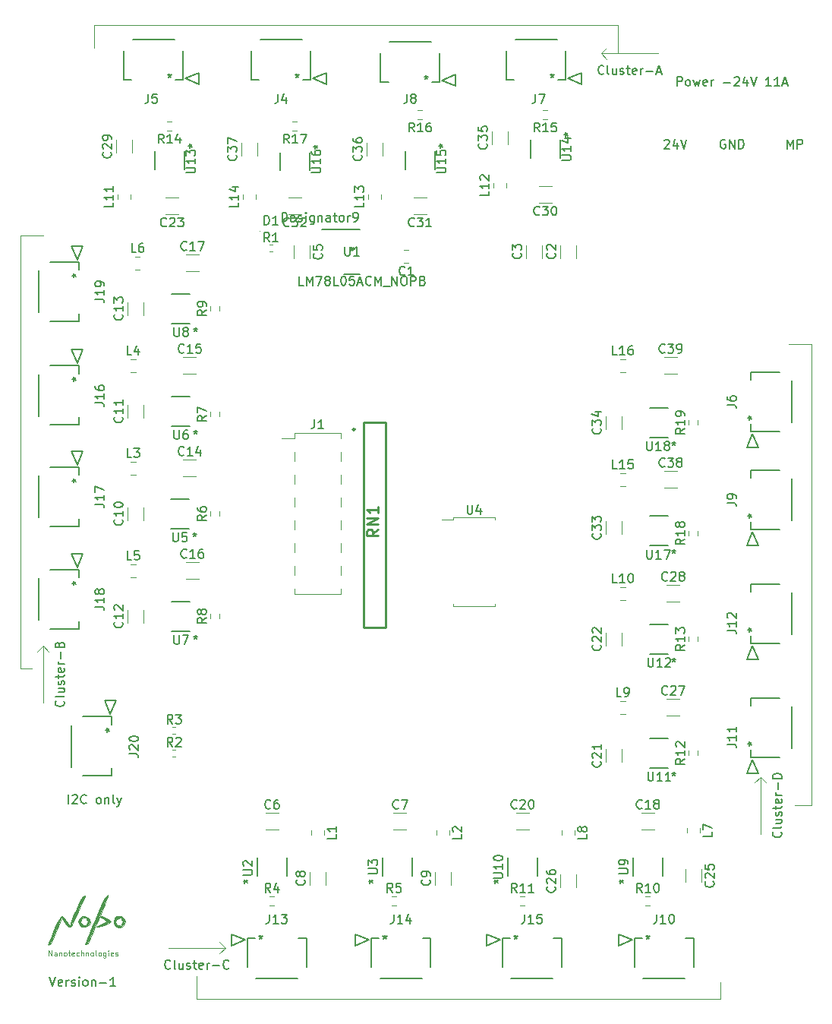
<source format=gbr>
%TF.GenerationSoftware,KiCad,Pcbnew,(5.1.9)-1*%
%TF.CreationDate,2021-04-06T09:51:50+05:30*%
%TF.ProjectId,LightStage,4c696768-7453-4746-9167-652e6b696361,rev?*%
%TF.SameCoordinates,Original*%
%TF.FileFunction,Legend,Top*%
%TF.FilePolarity,Positive*%
%FSLAX46Y46*%
G04 Gerber Fmt 4.6, Leading zero omitted, Abs format (unit mm)*
G04 Created by KiCad (PCBNEW (5.1.9)-1) date 2021-04-06 09:51:50*
%MOMM*%
%LPD*%
G01*
G04 APERTURE LIST*
%ADD10C,0.100000*%
%ADD11C,0.150000*%
%ADD12C,0.120000*%
%ADD13C,0.010000*%
%ADD14C,0.152400*%
%ADD15C,0.254000*%
G04 APERTURE END LIST*
D10*
X34271428Y-145051428D02*
X34271428Y-144451428D01*
X34614285Y-145051428D01*
X34614285Y-144451428D01*
X35157142Y-145051428D02*
X35157142Y-144737142D01*
X35128571Y-144680000D01*
X35071428Y-144651428D01*
X34957142Y-144651428D01*
X34900000Y-144680000D01*
X35157142Y-145022857D02*
X35100000Y-145051428D01*
X34957142Y-145051428D01*
X34900000Y-145022857D01*
X34871428Y-144965714D01*
X34871428Y-144908571D01*
X34900000Y-144851428D01*
X34957142Y-144822857D01*
X35100000Y-144822857D01*
X35157142Y-144794285D01*
X35442857Y-144651428D02*
X35442857Y-145051428D01*
X35442857Y-144708571D02*
X35471428Y-144680000D01*
X35528571Y-144651428D01*
X35614285Y-144651428D01*
X35671428Y-144680000D01*
X35700000Y-144737142D01*
X35700000Y-145051428D01*
X36071428Y-145051428D02*
X36014285Y-145022857D01*
X35985714Y-144994285D01*
X35957142Y-144937142D01*
X35957142Y-144765714D01*
X35985714Y-144708571D01*
X36014285Y-144680000D01*
X36071428Y-144651428D01*
X36157142Y-144651428D01*
X36214285Y-144680000D01*
X36242857Y-144708571D01*
X36271428Y-144765714D01*
X36271428Y-144937142D01*
X36242857Y-144994285D01*
X36214285Y-145022857D01*
X36157142Y-145051428D01*
X36071428Y-145051428D01*
X36442857Y-144651428D02*
X36671428Y-144651428D01*
X36528571Y-144451428D02*
X36528571Y-144965714D01*
X36557142Y-145022857D01*
X36614285Y-145051428D01*
X36671428Y-145051428D01*
X37100000Y-145022857D02*
X37042857Y-145051428D01*
X36928571Y-145051428D01*
X36871428Y-145022857D01*
X36842857Y-144965714D01*
X36842857Y-144737142D01*
X36871428Y-144680000D01*
X36928571Y-144651428D01*
X37042857Y-144651428D01*
X37100000Y-144680000D01*
X37128571Y-144737142D01*
X37128571Y-144794285D01*
X36842857Y-144851428D01*
X37642857Y-145022857D02*
X37585714Y-145051428D01*
X37471428Y-145051428D01*
X37414285Y-145022857D01*
X37385714Y-144994285D01*
X37357142Y-144937142D01*
X37357142Y-144765714D01*
X37385714Y-144708571D01*
X37414285Y-144680000D01*
X37471428Y-144651428D01*
X37585714Y-144651428D01*
X37642857Y-144680000D01*
X37899999Y-145051428D02*
X37899999Y-144451428D01*
X38157142Y-145051428D02*
X38157142Y-144737142D01*
X38128571Y-144680000D01*
X38071428Y-144651428D01*
X37985714Y-144651428D01*
X37928571Y-144680000D01*
X37899999Y-144708571D01*
X38442857Y-144651428D02*
X38442857Y-145051428D01*
X38442857Y-144708571D02*
X38471428Y-144680000D01*
X38528571Y-144651428D01*
X38614285Y-144651428D01*
X38671428Y-144680000D01*
X38700000Y-144737142D01*
X38700000Y-145051428D01*
X39071428Y-145051428D02*
X39014285Y-145022857D01*
X38985714Y-144994285D01*
X38957142Y-144937142D01*
X38957142Y-144765714D01*
X38985714Y-144708571D01*
X39014285Y-144680000D01*
X39071428Y-144651428D01*
X39157142Y-144651428D01*
X39214285Y-144680000D01*
X39242857Y-144708571D01*
X39271428Y-144765714D01*
X39271428Y-144937142D01*
X39242857Y-144994285D01*
X39214285Y-145022857D01*
X39157142Y-145051428D01*
X39071428Y-145051428D01*
X39614285Y-145051428D02*
X39557142Y-145022857D01*
X39528571Y-144965714D01*
X39528571Y-144451428D01*
X39928571Y-145051428D02*
X39871428Y-145022857D01*
X39842857Y-144994285D01*
X39814285Y-144937142D01*
X39814285Y-144765714D01*
X39842857Y-144708571D01*
X39871428Y-144680000D01*
X39928571Y-144651428D01*
X40014285Y-144651428D01*
X40071428Y-144680000D01*
X40100000Y-144708571D01*
X40128571Y-144765714D01*
X40128571Y-144937142D01*
X40100000Y-144994285D01*
X40071428Y-145022857D01*
X40014285Y-145051428D01*
X39928571Y-145051428D01*
X40642857Y-144651428D02*
X40642857Y-145137142D01*
X40614285Y-145194285D01*
X40585714Y-145222857D01*
X40528571Y-145251428D01*
X40442857Y-145251428D01*
X40385714Y-145222857D01*
X40642857Y-145022857D02*
X40585714Y-145051428D01*
X40471428Y-145051428D01*
X40414285Y-145022857D01*
X40385714Y-144994285D01*
X40357142Y-144937142D01*
X40357142Y-144765714D01*
X40385714Y-144708571D01*
X40414285Y-144680000D01*
X40471428Y-144651428D01*
X40585714Y-144651428D01*
X40642857Y-144680000D01*
X40928571Y-145051428D02*
X40928571Y-144651428D01*
X40928571Y-144451428D02*
X40900000Y-144480000D01*
X40928571Y-144508571D01*
X40957142Y-144480000D01*
X40928571Y-144451428D01*
X40928571Y-144508571D01*
X41442857Y-145022857D02*
X41385714Y-145051428D01*
X41271428Y-145051428D01*
X41214285Y-145022857D01*
X41185714Y-144965714D01*
X41185714Y-144737142D01*
X41214285Y-144680000D01*
X41271428Y-144651428D01*
X41385714Y-144651428D01*
X41442857Y-144680000D01*
X41471428Y-144737142D01*
X41471428Y-144794285D01*
X41185714Y-144851428D01*
X41700000Y-145022857D02*
X41757142Y-145051428D01*
X41871428Y-145051428D01*
X41928571Y-145022857D01*
X41957142Y-144965714D01*
X41957142Y-144937142D01*
X41928571Y-144880000D01*
X41871428Y-144851428D01*
X41785714Y-144851428D01*
X41728571Y-144822857D01*
X41700000Y-144765714D01*
X41700000Y-144737142D01*
X41728571Y-144680000D01*
X41785714Y-144651428D01*
X41871428Y-144651428D01*
X41928571Y-144680000D01*
D11*
X34385714Y-147407380D02*
X34719047Y-148407380D01*
X35052380Y-147407380D01*
X35766666Y-148359761D02*
X35671428Y-148407380D01*
X35480952Y-148407380D01*
X35385714Y-148359761D01*
X35338095Y-148264523D01*
X35338095Y-147883571D01*
X35385714Y-147788333D01*
X35480952Y-147740714D01*
X35671428Y-147740714D01*
X35766666Y-147788333D01*
X35814285Y-147883571D01*
X35814285Y-147978809D01*
X35338095Y-148074047D01*
X36242857Y-148407380D02*
X36242857Y-147740714D01*
X36242857Y-147931190D02*
X36290476Y-147835952D01*
X36338095Y-147788333D01*
X36433333Y-147740714D01*
X36528571Y-147740714D01*
X36814285Y-148359761D02*
X36909523Y-148407380D01*
X37100000Y-148407380D01*
X37195238Y-148359761D01*
X37242857Y-148264523D01*
X37242857Y-148216904D01*
X37195238Y-148121666D01*
X37100000Y-148074047D01*
X36957142Y-148074047D01*
X36861904Y-148026428D01*
X36814285Y-147931190D01*
X36814285Y-147883571D01*
X36861904Y-147788333D01*
X36957142Y-147740714D01*
X37100000Y-147740714D01*
X37195238Y-147788333D01*
X37671428Y-148407380D02*
X37671428Y-147740714D01*
X37671428Y-147407380D02*
X37623809Y-147455000D01*
X37671428Y-147502619D01*
X37719047Y-147455000D01*
X37671428Y-147407380D01*
X37671428Y-147502619D01*
X38290476Y-148407380D02*
X38195238Y-148359761D01*
X38147619Y-148312142D01*
X38100000Y-148216904D01*
X38100000Y-147931190D01*
X38147619Y-147835952D01*
X38195238Y-147788333D01*
X38290476Y-147740714D01*
X38433333Y-147740714D01*
X38528571Y-147788333D01*
X38576190Y-147835952D01*
X38623809Y-147931190D01*
X38623809Y-148216904D01*
X38576190Y-148312142D01*
X38528571Y-148359761D01*
X38433333Y-148407380D01*
X38290476Y-148407380D01*
X39052380Y-147740714D02*
X39052380Y-148407380D01*
X39052380Y-147835952D02*
X39100000Y-147788333D01*
X39195238Y-147740714D01*
X39338095Y-147740714D01*
X39433333Y-147788333D01*
X39480952Y-147883571D01*
X39480952Y-148407380D01*
X39957142Y-148026428D02*
X40719047Y-148026428D01*
X41719047Y-148407380D02*
X41147619Y-148407380D01*
X41433333Y-148407380D02*
X41433333Y-147407380D01*
X41338095Y-147550238D01*
X41242857Y-147645476D01*
X41147619Y-147693095D01*
X116641666Y-55062380D02*
X116641666Y-54062380D01*
X116975000Y-54776666D01*
X117308333Y-54062380D01*
X117308333Y-55062380D01*
X117784523Y-55062380D02*
X117784523Y-54062380D01*
X118165476Y-54062380D01*
X118260714Y-54110000D01*
X118308333Y-54157619D01*
X118355952Y-54252857D01*
X118355952Y-54395714D01*
X118308333Y-54490952D01*
X118260714Y-54538571D01*
X118165476Y-54586190D01*
X117784523Y-54586190D01*
X109728095Y-54110000D02*
X109632857Y-54062380D01*
X109490000Y-54062380D01*
X109347142Y-54110000D01*
X109251904Y-54205238D01*
X109204285Y-54300476D01*
X109156666Y-54490952D01*
X109156666Y-54633809D01*
X109204285Y-54824285D01*
X109251904Y-54919523D01*
X109347142Y-55014761D01*
X109490000Y-55062380D01*
X109585238Y-55062380D01*
X109728095Y-55014761D01*
X109775714Y-54967142D01*
X109775714Y-54633809D01*
X109585238Y-54633809D01*
X110204285Y-55062380D02*
X110204285Y-54062380D01*
X110775714Y-55062380D01*
X110775714Y-54062380D01*
X111251904Y-55062380D02*
X111251904Y-54062380D01*
X111490000Y-54062380D01*
X111632857Y-54110000D01*
X111728095Y-54205238D01*
X111775714Y-54300476D01*
X111823333Y-54490952D01*
X111823333Y-54633809D01*
X111775714Y-54824285D01*
X111728095Y-54919523D01*
X111632857Y-55014761D01*
X111490000Y-55062380D01*
X111251904Y-55062380D01*
X102949523Y-54157619D02*
X102997142Y-54110000D01*
X103092380Y-54062380D01*
X103330476Y-54062380D01*
X103425714Y-54110000D01*
X103473333Y-54157619D01*
X103520952Y-54252857D01*
X103520952Y-54348095D01*
X103473333Y-54490952D01*
X102901904Y-55062380D01*
X103520952Y-55062380D01*
X104378095Y-54395714D02*
X104378095Y-55062380D01*
X104140000Y-54014761D02*
X103901904Y-54729047D01*
X104520952Y-54729047D01*
X104759047Y-54062380D02*
X105092380Y-55062380D01*
X105425714Y-54062380D01*
X104370952Y-48077380D02*
X104370952Y-47077380D01*
X104751904Y-47077380D01*
X104847142Y-47125000D01*
X104894761Y-47172619D01*
X104942380Y-47267857D01*
X104942380Y-47410714D01*
X104894761Y-47505952D01*
X104847142Y-47553571D01*
X104751904Y-47601190D01*
X104370952Y-47601190D01*
X105513809Y-48077380D02*
X105418571Y-48029761D01*
X105370952Y-47982142D01*
X105323333Y-47886904D01*
X105323333Y-47601190D01*
X105370952Y-47505952D01*
X105418571Y-47458333D01*
X105513809Y-47410714D01*
X105656666Y-47410714D01*
X105751904Y-47458333D01*
X105799523Y-47505952D01*
X105847142Y-47601190D01*
X105847142Y-47886904D01*
X105799523Y-47982142D01*
X105751904Y-48029761D01*
X105656666Y-48077380D01*
X105513809Y-48077380D01*
X106180476Y-47410714D02*
X106370952Y-48077380D01*
X106561428Y-47601190D01*
X106751904Y-48077380D01*
X106942380Y-47410714D01*
X107704285Y-48029761D02*
X107609047Y-48077380D01*
X107418571Y-48077380D01*
X107323333Y-48029761D01*
X107275714Y-47934523D01*
X107275714Y-47553571D01*
X107323333Y-47458333D01*
X107418571Y-47410714D01*
X107609047Y-47410714D01*
X107704285Y-47458333D01*
X107751904Y-47553571D01*
X107751904Y-47648809D01*
X107275714Y-47744047D01*
X108180476Y-48077380D02*
X108180476Y-47410714D01*
X108180476Y-47601190D02*
X108228095Y-47505952D01*
X108275714Y-47458333D01*
X108370952Y-47410714D01*
X108466190Y-47410714D01*
X109561428Y-47696428D02*
X110323333Y-47696428D01*
X110751904Y-47172619D02*
X110799523Y-47125000D01*
X110894761Y-47077380D01*
X111132857Y-47077380D01*
X111228095Y-47125000D01*
X111275714Y-47172619D01*
X111323333Y-47267857D01*
X111323333Y-47363095D01*
X111275714Y-47505952D01*
X110704285Y-48077380D01*
X111323333Y-48077380D01*
X112180476Y-47410714D02*
X112180476Y-48077380D01*
X111942380Y-47029761D02*
X111704285Y-47744047D01*
X112323333Y-47744047D01*
X112561428Y-47077380D02*
X112894761Y-48077380D01*
X113228095Y-47077380D01*
X114847142Y-48077380D02*
X114275714Y-48077380D01*
X114561428Y-48077380D02*
X114561428Y-47077380D01*
X114466190Y-47220238D01*
X114370952Y-47315476D01*
X114275714Y-47363095D01*
X115799523Y-48077380D02*
X115228095Y-48077380D01*
X115513809Y-48077380D02*
X115513809Y-47077380D01*
X115418571Y-47220238D01*
X115323333Y-47315476D01*
X115228095Y-47363095D01*
X116180476Y-47791666D02*
X116656666Y-47791666D01*
X116085238Y-48077380D02*
X116418571Y-47077380D01*
X116751904Y-48077380D01*
D12*
X31115000Y-64770000D02*
X33655000Y-64770000D01*
X31115000Y-113030000D02*
X31115000Y-64770000D01*
X32385000Y-113030000D02*
X31115000Y-113030000D01*
X97790000Y-41275000D02*
X97790000Y-44450000D01*
X39370000Y-41275000D02*
X97790000Y-41275000D01*
X39370000Y-43815000D02*
X39370000Y-41275000D01*
X119380000Y-76835000D02*
X116840000Y-76835000D01*
X119380000Y-128270000D02*
X119380000Y-76835000D01*
X117475000Y-128270000D02*
X119380000Y-128270000D01*
X109220000Y-149860000D02*
X109220000Y-147955000D01*
X50800000Y-149860000D02*
X109220000Y-149860000D01*
X50800000Y-147320000D02*
X50800000Y-149860000D01*
D11*
X35917142Y-116617380D02*
X35964761Y-116665000D01*
X36012380Y-116807857D01*
X36012380Y-116903095D01*
X35964761Y-117045952D01*
X35869523Y-117141190D01*
X35774285Y-117188809D01*
X35583809Y-117236428D01*
X35440952Y-117236428D01*
X35250476Y-117188809D01*
X35155238Y-117141190D01*
X35060000Y-117045952D01*
X35012380Y-116903095D01*
X35012380Y-116807857D01*
X35060000Y-116665000D01*
X35107619Y-116617380D01*
X36012380Y-116045952D02*
X35964761Y-116141190D01*
X35869523Y-116188809D01*
X35012380Y-116188809D01*
X35345714Y-115236428D02*
X36012380Y-115236428D01*
X35345714Y-115665000D02*
X35869523Y-115665000D01*
X35964761Y-115617380D01*
X36012380Y-115522142D01*
X36012380Y-115379285D01*
X35964761Y-115284047D01*
X35917142Y-115236428D01*
X35964761Y-114807857D02*
X36012380Y-114712619D01*
X36012380Y-114522142D01*
X35964761Y-114426904D01*
X35869523Y-114379285D01*
X35821904Y-114379285D01*
X35726666Y-114426904D01*
X35679047Y-114522142D01*
X35679047Y-114665000D01*
X35631428Y-114760238D01*
X35536190Y-114807857D01*
X35488571Y-114807857D01*
X35393333Y-114760238D01*
X35345714Y-114665000D01*
X35345714Y-114522142D01*
X35393333Y-114426904D01*
X35345714Y-114093571D02*
X35345714Y-113712619D01*
X35012380Y-113950714D02*
X35869523Y-113950714D01*
X35964761Y-113903095D01*
X36012380Y-113807857D01*
X36012380Y-113712619D01*
X35964761Y-112998333D02*
X36012380Y-113093571D01*
X36012380Y-113284047D01*
X35964761Y-113379285D01*
X35869523Y-113426904D01*
X35488571Y-113426904D01*
X35393333Y-113379285D01*
X35345714Y-113284047D01*
X35345714Y-113093571D01*
X35393333Y-112998333D01*
X35488571Y-112950714D01*
X35583809Y-112950714D01*
X35679047Y-113426904D01*
X36012380Y-112522142D02*
X35345714Y-112522142D01*
X35536190Y-112522142D02*
X35440952Y-112474523D01*
X35393333Y-112426904D01*
X35345714Y-112331666D01*
X35345714Y-112236428D01*
X35631428Y-111903095D02*
X35631428Y-111141190D01*
X35488571Y-110331666D02*
X35536190Y-110188809D01*
X35583809Y-110141190D01*
X35679047Y-110093571D01*
X35821904Y-110093571D01*
X35917142Y-110141190D01*
X35964761Y-110188809D01*
X36012380Y-110284047D01*
X36012380Y-110665000D01*
X35012380Y-110665000D01*
X35012380Y-110331666D01*
X35060000Y-110236428D01*
X35107619Y-110188809D01*
X35202857Y-110141190D01*
X35298095Y-110141190D01*
X35393333Y-110188809D01*
X35440952Y-110236428D01*
X35488571Y-110331666D01*
X35488571Y-110665000D01*
D12*
X33655000Y-116840000D02*
X33655000Y-110490000D01*
X33655000Y-110490000D02*
X33020000Y-111125000D01*
X33655000Y-110490000D02*
X34290000Y-111125000D01*
D11*
X115927142Y-131222380D02*
X115974761Y-131270000D01*
X116022380Y-131412857D01*
X116022380Y-131508095D01*
X115974761Y-131650952D01*
X115879523Y-131746190D01*
X115784285Y-131793809D01*
X115593809Y-131841428D01*
X115450952Y-131841428D01*
X115260476Y-131793809D01*
X115165238Y-131746190D01*
X115070000Y-131650952D01*
X115022380Y-131508095D01*
X115022380Y-131412857D01*
X115070000Y-131270000D01*
X115117619Y-131222380D01*
X116022380Y-130650952D02*
X115974761Y-130746190D01*
X115879523Y-130793809D01*
X115022380Y-130793809D01*
X115355714Y-129841428D02*
X116022380Y-129841428D01*
X115355714Y-130270000D02*
X115879523Y-130270000D01*
X115974761Y-130222380D01*
X116022380Y-130127142D01*
X116022380Y-129984285D01*
X115974761Y-129889047D01*
X115927142Y-129841428D01*
X115974761Y-129412857D02*
X116022380Y-129317619D01*
X116022380Y-129127142D01*
X115974761Y-129031904D01*
X115879523Y-128984285D01*
X115831904Y-128984285D01*
X115736666Y-129031904D01*
X115689047Y-129127142D01*
X115689047Y-129270000D01*
X115641428Y-129365238D01*
X115546190Y-129412857D01*
X115498571Y-129412857D01*
X115403333Y-129365238D01*
X115355714Y-129270000D01*
X115355714Y-129127142D01*
X115403333Y-129031904D01*
X115355714Y-128698571D02*
X115355714Y-128317619D01*
X115022380Y-128555714D02*
X115879523Y-128555714D01*
X115974761Y-128508095D01*
X116022380Y-128412857D01*
X116022380Y-128317619D01*
X115974761Y-127603333D02*
X116022380Y-127698571D01*
X116022380Y-127889047D01*
X115974761Y-127984285D01*
X115879523Y-128031904D01*
X115498571Y-128031904D01*
X115403333Y-127984285D01*
X115355714Y-127889047D01*
X115355714Y-127698571D01*
X115403333Y-127603333D01*
X115498571Y-127555714D01*
X115593809Y-127555714D01*
X115689047Y-128031904D01*
X116022380Y-127127142D02*
X115355714Y-127127142D01*
X115546190Y-127127142D02*
X115450952Y-127079523D01*
X115403333Y-127031904D01*
X115355714Y-126936666D01*
X115355714Y-126841428D01*
X115641428Y-126508095D02*
X115641428Y-125746190D01*
X116022380Y-125270000D02*
X115022380Y-125270000D01*
X115022380Y-125031904D01*
X115070000Y-124889047D01*
X115165238Y-124793809D01*
X115260476Y-124746190D01*
X115450952Y-124698571D01*
X115593809Y-124698571D01*
X115784285Y-124746190D01*
X115879523Y-124793809D01*
X115974761Y-124889047D01*
X116022380Y-125031904D01*
X116022380Y-125270000D01*
D12*
X113665000Y-131445000D02*
X113665000Y-125095000D01*
X113665000Y-125095000D02*
X113030000Y-125730000D01*
X113665000Y-125095000D02*
X114300000Y-125730000D01*
D11*
X47847619Y-146407142D02*
X47800000Y-146454761D01*
X47657142Y-146502380D01*
X47561904Y-146502380D01*
X47419047Y-146454761D01*
X47323809Y-146359523D01*
X47276190Y-146264285D01*
X47228571Y-146073809D01*
X47228571Y-145930952D01*
X47276190Y-145740476D01*
X47323809Y-145645238D01*
X47419047Y-145550000D01*
X47561904Y-145502380D01*
X47657142Y-145502380D01*
X47800000Y-145550000D01*
X47847619Y-145597619D01*
X48419047Y-146502380D02*
X48323809Y-146454761D01*
X48276190Y-146359523D01*
X48276190Y-145502380D01*
X49228571Y-145835714D02*
X49228571Y-146502380D01*
X48800000Y-145835714D02*
X48800000Y-146359523D01*
X48847619Y-146454761D01*
X48942857Y-146502380D01*
X49085714Y-146502380D01*
X49180952Y-146454761D01*
X49228571Y-146407142D01*
X49657142Y-146454761D02*
X49752380Y-146502380D01*
X49942857Y-146502380D01*
X50038095Y-146454761D01*
X50085714Y-146359523D01*
X50085714Y-146311904D01*
X50038095Y-146216666D01*
X49942857Y-146169047D01*
X49800000Y-146169047D01*
X49704761Y-146121428D01*
X49657142Y-146026190D01*
X49657142Y-145978571D01*
X49704761Y-145883333D01*
X49800000Y-145835714D01*
X49942857Y-145835714D01*
X50038095Y-145883333D01*
X50371428Y-145835714D02*
X50752380Y-145835714D01*
X50514285Y-145502380D02*
X50514285Y-146359523D01*
X50561904Y-146454761D01*
X50657142Y-146502380D01*
X50752380Y-146502380D01*
X51466666Y-146454761D02*
X51371428Y-146502380D01*
X51180952Y-146502380D01*
X51085714Y-146454761D01*
X51038095Y-146359523D01*
X51038095Y-145978571D01*
X51085714Y-145883333D01*
X51180952Y-145835714D01*
X51371428Y-145835714D01*
X51466666Y-145883333D01*
X51514285Y-145978571D01*
X51514285Y-146073809D01*
X51038095Y-146169047D01*
X51942857Y-146502380D02*
X51942857Y-145835714D01*
X51942857Y-146026190D02*
X51990476Y-145930952D01*
X52038095Y-145883333D01*
X52133333Y-145835714D01*
X52228571Y-145835714D01*
X52561904Y-146121428D02*
X53323809Y-146121428D01*
X54371428Y-146407142D02*
X54323809Y-146454761D01*
X54180952Y-146502380D01*
X54085714Y-146502380D01*
X53942857Y-146454761D01*
X53847619Y-146359523D01*
X53800000Y-146264285D01*
X53752380Y-146073809D01*
X53752380Y-145930952D01*
X53800000Y-145740476D01*
X53847619Y-145645238D01*
X53942857Y-145550000D01*
X54085714Y-145502380D01*
X54180952Y-145502380D01*
X54323809Y-145550000D01*
X54371428Y-145597619D01*
D12*
X47625000Y-144145000D02*
X53975000Y-144145000D01*
X53975000Y-144145000D02*
X53340000Y-143510000D01*
X53975000Y-144145000D02*
X53340000Y-144780000D01*
X95885000Y-44450000D02*
X96520000Y-43815000D01*
X95885000Y-44450000D02*
X96520000Y-45085000D01*
X102235000Y-44450000D02*
X95885000Y-44450000D01*
D11*
X96179047Y-46712142D02*
X96131428Y-46759761D01*
X95988571Y-46807380D01*
X95893333Y-46807380D01*
X95750476Y-46759761D01*
X95655238Y-46664523D01*
X95607619Y-46569285D01*
X95560000Y-46378809D01*
X95560000Y-46235952D01*
X95607619Y-46045476D01*
X95655238Y-45950238D01*
X95750476Y-45855000D01*
X95893333Y-45807380D01*
X95988571Y-45807380D01*
X96131428Y-45855000D01*
X96179047Y-45902619D01*
X96750476Y-46807380D02*
X96655238Y-46759761D01*
X96607619Y-46664523D01*
X96607619Y-45807380D01*
X97560000Y-46140714D02*
X97560000Y-46807380D01*
X97131428Y-46140714D02*
X97131428Y-46664523D01*
X97179047Y-46759761D01*
X97274285Y-46807380D01*
X97417142Y-46807380D01*
X97512380Y-46759761D01*
X97560000Y-46712142D01*
X97988571Y-46759761D02*
X98083809Y-46807380D01*
X98274285Y-46807380D01*
X98369523Y-46759761D01*
X98417142Y-46664523D01*
X98417142Y-46616904D01*
X98369523Y-46521666D01*
X98274285Y-46474047D01*
X98131428Y-46474047D01*
X98036190Y-46426428D01*
X97988571Y-46331190D01*
X97988571Y-46283571D01*
X98036190Y-46188333D01*
X98131428Y-46140714D01*
X98274285Y-46140714D01*
X98369523Y-46188333D01*
X98702857Y-46140714D02*
X99083809Y-46140714D01*
X98845714Y-45807380D02*
X98845714Y-46664523D01*
X98893333Y-46759761D01*
X98988571Y-46807380D01*
X99083809Y-46807380D01*
X99798095Y-46759761D02*
X99702857Y-46807380D01*
X99512380Y-46807380D01*
X99417142Y-46759761D01*
X99369523Y-46664523D01*
X99369523Y-46283571D01*
X99417142Y-46188333D01*
X99512380Y-46140714D01*
X99702857Y-46140714D01*
X99798095Y-46188333D01*
X99845714Y-46283571D01*
X99845714Y-46378809D01*
X99369523Y-46474047D01*
X100274285Y-46807380D02*
X100274285Y-46140714D01*
X100274285Y-46331190D02*
X100321904Y-46235952D01*
X100369523Y-46188333D01*
X100464761Y-46140714D01*
X100560000Y-46140714D01*
X100893333Y-46426428D02*
X101655238Y-46426428D01*
X102083809Y-46521666D02*
X102560000Y-46521666D01*
X101988571Y-46807380D02*
X102321904Y-45807380D01*
X102655238Y-46807380D01*
X36465238Y-128087380D02*
X36465238Y-127087380D01*
X36893809Y-127182619D02*
X36941428Y-127135000D01*
X37036666Y-127087380D01*
X37274761Y-127087380D01*
X37370000Y-127135000D01*
X37417619Y-127182619D01*
X37465238Y-127277857D01*
X37465238Y-127373095D01*
X37417619Y-127515952D01*
X36846190Y-128087380D01*
X37465238Y-128087380D01*
X38465238Y-127992142D02*
X38417619Y-128039761D01*
X38274761Y-128087380D01*
X38179523Y-128087380D01*
X38036666Y-128039761D01*
X37941428Y-127944523D01*
X37893809Y-127849285D01*
X37846190Y-127658809D01*
X37846190Y-127515952D01*
X37893809Y-127325476D01*
X37941428Y-127230238D01*
X38036666Y-127135000D01*
X38179523Y-127087380D01*
X38274761Y-127087380D01*
X38417619Y-127135000D01*
X38465238Y-127182619D01*
X39798571Y-128087380D02*
X39703333Y-128039761D01*
X39655714Y-127992142D01*
X39608095Y-127896904D01*
X39608095Y-127611190D01*
X39655714Y-127515952D01*
X39703333Y-127468333D01*
X39798571Y-127420714D01*
X39941428Y-127420714D01*
X40036666Y-127468333D01*
X40084285Y-127515952D01*
X40131904Y-127611190D01*
X40131904Y-127896904D01*
X40084285Y-127992142D01*
X40036666Y-128039761D01*
X39941428Y-128087380D01*
X39798571Y-128087380D01*
X40560476Y-127420714D02*
X40560476Y-128087380D01*
X40560476Y-127515952D02*
X40608095Y-127468333D01*
X40703333Y-127420714D01*
X40846190Y-127420714D01*
X40941428Y-127468333D01*
X40989047Y-127563571D01*
X40989047Y-128087380D01*
X41608095Y-128087380D02*
X41512857Y-128039761D01*
X41465238Y-127944523D01*
X41465238Y-127087380D01*
X41893809Y-127420714D02*
X42131904Y-128087380D01*
X42370000Y-127420714D02*
X42131904Y-128087380D01*
X42036666Y-128325476D01*
X41989047Y-128373095D01*
X41893809Y-128420714D01*
D13*
%TO.C, *%
G36*
X35601462Y-140786691D02*
G01*
X35617956Y-140906500D01*
X35597264Y-141061550D01*
X35514054Y-141333914D01*
X35382903Y-141690137D01*
X35218387Y-142096767D01*
X35035083Y-142520351D01*
X34847568Y-142927437D01*
X34670418Y-143284572D01*
X34518211Y-143558303D01*
X34405522Y-143715177D01*
X34387280Y-143730828D01*
X34252956Y-143806802D01*
X34210735Y-143769515D01*
X34210661Y-143747634D01*
X34245370Y-143638606D01*
X34338799Y-143401180D01*
X34480127Y-143061354D01*
X34658532Y-142645123D01*
X34863194Y-142178486D01*
X34873462Y-142155333D01*
X35129062Y-141584562D01*
X35331443Y-141159135D01*
X35494943Y-140869119D01*
X35604968Y-140738843D01*
X35601462Y-140786691D01*
G37*
X35601462Y-140786691D02*
X35617956Y-140906500D01*
X35597264Y-141061550D01*
X35514054Y-141333914D01*
X35382903Y-141690137D01*
X35218387Y-142096767D01*
X35035083Y-142520351D01*
X34847568Y-142927437D01*
X34670418Y-143284572D01*
X34518211Y-143558303D01*
X34405522Y-143715177D01*
X34387280Y-143730828D01*
X34252956Y-143806802D01*
X34210735Y-143769515D01*
X34210661Y-143747634D01*
X34245370Y-143638606D01*
X34338799Y-143401180D01*
X34480127Y-143061354D01*
X34658532Y-142645123D01*
X34863194Y-142178486D01*
X34873462Y-142155333D01*
X35129062Y-141584562D01*
X35331443Y-141159135D01*
X35494943Y-140869119D01*
X35604968Y-140738843D01*
X35601462Y-140786691D01*
G36*
X38304202Y-138373143D02*
G01*
X38222506Y-138582880D01*
X38093895Y-138892219D01*
X37930372Y-139274080D01*
X37743943Y-139701381D01*
X37546610Y-140147040D01*
X37350377Y-140583978D01*
X37167249Y-140985112D01*
X37009230Y-141323361D01*
X36888323Y-141571644D01*
X36816533Y-141702879D01*
X36810712Y-141710833D01*
X36666291Y-141812026D01*
X36495949Y-141777542D01*
X36287196Y-141600337D01*
X36027540Y-141273368D01*
X36022512Y-141266333D01*
X35836926Y-141010017D01*
X35692306Y-140817336D01*
X35616648Y-140725013D01*
X35633900Y-140704586D01*
X35762654Y-140655603D01*
X35895541Y-140712242D01*
X36046900Y-140864570D01*
X36231070Y-141102659D01*
X36285891Y-141177102D01*
X36476093Y-141433344D01*
X36623710Y-141626941D01*
X36704045Y-141725684D01*
X36711403Y-141732000D01*
X36709023Y-141664052D01*
X36691191Y-141583833D01*
X36711929Y-141454950D01*
X36795288Y-141204640D01*
X36927859Y-140862777D01*
X37096234Y-140459241D01*
X37287002Y-140023906D01*
X37486755Y-139586649D01*
X37682083Y-139177348D01*
X37859577Y-138825878D01*
X38005828Y-138562117D01*
X38107427Y-138415941D01*
X38117142Y-138406716D01*
X38256214Y-138307859D01*
X38326979Y-138290091D01*
X38304202Y-138373143D01*
G37*
X38304202Y-138373143D02*
X38222506Y-138582880D01*
X38093895Y-138892219D01*
X37930372Y-139274080D01*
X37743943Y-139701381D01*
X37546610Y-140147040D01*
X37350377Y-140583978D01*
X37167249Y-140985112D01*
X37009230Y-141323361D01*
X36888323Y-141571644D01*
X36816533Y-141702879D01*
X36810712Y-141710833D01*
X36666291Y-141812026D01*
X36495949Y-141777542D01*
X36287196Y-141600337D01*
X36027540Y-141273368D01*
X36022512Y-141266333D01*
X35836926Y-141010017D01*
X35692306Y-140817336D01*
X35616648Y-140725013D01*
X35633900Y-140704586D01*
X35762654Y-140655603D01*
X35895541Y-140712242D01*
X36046900Y-140864570D01*
X36231070Y-141102659D01*
X36285891Y-141177102D01*
X36476093Y-141433344D01*
X36623710Y-141626941D01*
X36704045Y-141725684D01*
X36711403Y-141732000D01*
X36709023Y-141664052D01*
X36691191Y-141583833D01*
X36711929Y-141454950D01*
X36795288Y-141204640D01*
X36927859Y-140862777D01*
X37096234Y-140459241D01*
X37287002Y-140023906D01*
X37486755Y-139586649D01*
X37682083Y-139177348D01*
X37859577Y-138825878D01*
X38005828Y-138562117D01*
X38107427Y-138415941D01*
X38117142Y-138406716D01*
X38256214Y-138307859D01*
X38326979Y-138290091D01*
X38304202Y-138373143D01*
G36*
X40877055Y-138300166D02*
G01*
X40859140Y-138388644D01*
X40782279Y-138610172D01*
X40655709Y-138942800D01*
X40488666Y-139364577D01*
X40290387Y-139853555D01*
X40070107Y-140387782D01*
X39837064Y-140945309D01*
X39600494Y-141504185D01*
X39369633Y-142042461D01*
X39153717Y-142538187D01*
X38961984Y-142969412D01*
X38803668Y-143314187D01*
X38688007Y-143550560D01*
X38624237Y-143656584D01*
X38622458Y-143658166D01*
X38460722Y-143752994D01*
X38364913Y-143741285D01*
X38354000Y-143701793D01*
X38385684Y-143611444D01*
X38475566Y-143384023D01*
X38615891Y-143038420D01*
X38798905Y-142593526D01*
X39016853Y-142068229D01*
X39261979Y-141481420D01*
X39422817Y-141098293D01*
X39763461Y-140296980D01*
X40049367Y-139644565D01*
X40285505Y-139131488D01*
X40476844Y-138748188D01*
X40628351Y-138485106D01*
X40744995Y-138332681D01*
X40831746Y-138281354D01*
X40877055Y-138300166D01*
G37*
X40877055Y-138300166D02*
X40859140Y-138388644D01*
X40782279Y-138610172D01*
X40655709Y-138942800D01*
X40488666Y-139364577D01*
X40290387Y-139853555D01*
X40070107Y-140387782D01*
X39837064Y-140945309D01*
X39600494Y-141504185D01*
X39369633Y-142042461D01*
X39153717Y-142538187D01*
X38961984Y-142969412D01*
X38803668Y-143314187D01*
X38688007Y-143550560D01*
X38624237Y-143656584D01*
X38622458Y-143658166D01*
X38460722Y-143752994D01*
X38364913Y-143741285D01*
X38354000Y-143701793D01*
X38385684Y-143611444D01*
X38475566Y-143384023D01*
X38615891Y-143038420D01*
X38798905Y-142593526D01*
X39016853Y-142068229D01*
X39261979Y-141481420D01*
X39422817Y-141098293D01*
X39763461Y-140296980D01*
X40049367Y-139644565D01*
X40285505Y-139131488D01*
X40476844Y-138748188D01*
X40628351Y-138485106D01*
X40744995Y-138332681D01*
X40831746Y-138281354D01*
X40877055Y-138300166D01*
G36*
X42322099Y-140651090D02*
G01*
X42493155Y-140730377D01*
X42644325Y-140910426D01*
X42697639Y-140992029D01*
X42785035Y-141207868D01*
X42749660Y-141424124D01*
X42582253Y-141680696D01*
X42520998Y-141753166D01*
X42303666Y-141888016D01*
X42040001Y-141896285D01*
X41788218Y-141784596D01*
X41661765Y-141655429D01*
X41519364Y-141399768D01*
X41505960Y-141193973D01*
X41692947Y-141193973D01*
X41710953Y-141326889D01*
X41775305Y-141435805D01*
X41956693Y-141599775D01*
X42140983Y-141671178D01*
X42323790Y-141701141D01*
X42410944Y-141719314D01*
X42402417Y-141688899D01*
X42389480Y-141675258D01*
X42389752Y-141572470D01*
X42467918Y-141412207D01*
X42551374Y-141229249D01*
X42510548Y-141113348D01*
X42426708Y-140949932D01*
X42418000Y-140883063D01*
X42356621Y-140785362D01*
X42206667Y-140771533D01*
X42019404Y-140829966D01*
X41846104Y-140949050D01*
X41780962Y-141027325D01*
X41692947Y-141193973D01*
X41505960Y-141193973D01*
X41504258Y-141167842D01*
X41612207Y-140888180D01*
X41615840Y-140881128D01*
X41735745Y-140709050D01*
X41899058Y-140640922D01*
X42060340Y-140632629D01*
X42322099Y-140651090D01*
G37*
X42322099Y-140651090D02*
X42493155Y-140730377D01*
X42644325Y-140910426D01*
X42697639Y-140992029D01*
X42785035Y-141207868D01*
X42749660Y-141424124D01*
X42582253Y-141680696D01*
X42520998Y-141753166D01*
X42303666Y-141888016D01*
X42040001Y-141896285D01*
X41788218Y-141784596D01*
X41661765Y-141655429D01*
X41519364Y-141399768D01*
X41505960Y-141193973D01*
X41692947Y-141193973D01*
X41710953Y-141326889D01*
X41775305Y-141435805D01*
X41956693Y-141599775D01*
X42140983Y-141671178D01*
X42323790Y-141701141D01*
X42410944Y-141719314D01*
X42402417Y-141688899D01*
X42389480Y-141675258D01*
X42389752Y-141572470D01*
X42467918Y-141412207D01*
X42551374Y-141229249D01*
X42510548Y-141113348D01*
X42426708Y-140949932D01*
X42418000Y-140883063D01*
X42356621Y-140785362D01*
X42206667Y-140771533D01*
X42019404Y-140829966D01*
X41846104Y-140949050D01*
X41780962Y-141027325D01*
X41692947Y-141193973D01*
X41505960Y-141193973D01*
X41504258Y-141167842D01*
X41612207Y-140888180D01*
X41615840Y-140881128D01*
X41735745Y-140709050D01*
X41899058Y-140640922D01*
X42060340Y-140632629D01*
X42322099Y-140651090D01*
G36*
X38506412Y-140687920D02*
G01*
X38743861Y-140873799D01*
X38865533Y-141061268D01*
X38903713Y-141287957D01*
X38807306Y-141510598D01*
X38608116Y-141693712D01*
X38337949Y-141801822D01*
X38188356Y-141816666D01*
X37935571Y-141785239D01*
X37773912Y-141669786D01*
X37728737Y-141607978D01*
X37626903Y-141393938D01*
X37592000Y-141224000D01*
X37603195Y-141174951D01*
X37797099Y-141174951D01*
X37820692Y-141310362D01*
X37888306Y-141423743D01*
X38054578Y-141583024D01*
X38188704Y-141604222D01*
X38345228Y-141613826D01*
X38399549Y-141652537D01*
X38485808Y-141729510D01*
X38500107Y-141732000D01*
X38508652Y-141690291D01*
X38498487Y-141678932D01*
X38496300Y-141575339D01*
X38563720Y-141397227D01*
X38568732Y-141387403D01*
X38638519Y-141188865D01*
X38607689Y-141096808D01*
X38534617Y-140976527D01*
X38523333Y-140895000D01*
X38460962Y-140792547D01*
X38308721Y-140772209D01*
X38118918Y-140824125D01*
X37943860Y-140938436D01*
X37877681Y-141016707D01*
X37797099Y-141174951D01*
X37603195Y-141174951D01*
X37637728Y-141023662D01*
X37728737Y-140840021D01*
X37875694Y-140689947D01*
X38090747Y-140634356D01*
X38188356Y-140631333D01*
X38506412Y-140687920D01*
G37*
X38506412Y-140687920D02*
X38743861Y-140873799D01*
X38865533Y-141061268D01*
X38903713Y-141287957D01*
X38807306Y-141510598D01*
X38608116Y-141693712D01*
X38337949Y-141801822D01*
X38188356Y-141816666D01*
X37935571Y-141785239D01*
X37773912Y-141669786D01*
X37728737Y-141607978D01*
X37626903Y-141393938D01*
X37592000Y-141224000D01*
X37603195Y-141174951D01*
X37797099Y-141174951D01*
X37820692Y-141310362D01*
X37888306Y-141423743D01*
X38054578Y-141583024D01*
X38188704Y-141604222D01*
X38345228Y-141613826D01*
X38399549Y-141652537D01*
X38485808Y-141729510D01*
X38500107Y-141732000D01*
X38508652Y-141690291D01*
X38498487Y-141678932D01*
X38496300Y-141575339D01*
X38563720Y-141397227D01*
X38568732Y-141387403D01*
X38638519Y-141188865D01*
X38607689Y-141096808D01*
X38534617Y-140976527D01*
X38523333Y-140895000D01*
X38460962Y-140792547D01*
X38308721Y-140772209D01*
X38118918Y-140824125D01*
X37943860Y-140938436D01*
X37877681Y-141016707D01*
X37797099Y-141174951D01*
X37603195Y-141174951D01*
X37637728Y-141023662D01*
X37728737Y-140840021D01*
X37875694Y-140689947D01*
X38090747Y-140634356D01*
X38188356Y-140631333D01*
X38506412Y-140687920D01*
G36*
X40363290Y-140673883D02*
G01*
X40586984Y-140776825D01*
X40833230Y-140914449D01*
X41053423Y-141058230D01*
X41198958Y-141179640D01*
X41230483Y-141232632D01*
X41158947Y-141304076D01*
X40968889Y-141408412D01*
X40703458Y-141528159D01*
X40405798Y-141645835D01*
X40119057Y-141743960D01*
X39886382Y-141805052D01*
X39788969Y-141816666D01*
X39662261Y-141810712D01*
X39632997Y-141783699D01*
X39716719Y-141721905D01*
X39928969Y-141611604D01*
X40134388Y-141511652D01*
X40767000Y-141206639D01*
X40559929Y-141067152D01*
X40337658Y-140907209D01*
X40178929Y-140782316D01*
X40061262Y-140676254D01*
X40081969Y-140639686D01*
X40210752Y-140634150D01*
X40363290Y-140673883D01*
G37*
X40363290Y-140673883D02*
X40586984Y-140776825D01*
X40833230Y-140914449D01*
X41053423Y-141058230D01*
X41198958Y-141179640D01*
X41230483Y-141232632D01*
X41158947Y-141304076D01*
X40968889Y-141408412D01*
X40703458Y-141528159D01*
X40405798Y-141645835D01*
X40119057Y-141743960D01*
X39886382Y-141805052D01*
X39788969Y-141816666D01*
X39662261Y-141810712D01*
X39632997Y-141783699D01*
X39716719Y-141721905D01*
X39928969Y-141611604D01*
X40134388Y-141511652D01*
X40767000Y-141206639D01*
X40559929Y-141067152D01*
X40337658Y-140907209D01*
X40178929Y-140782316D01*
X40061262Y-140676254D01*
X40081969Y-140639686D01*
X40210752Y-140634150D01*
X40363290Y-140673883D01*
D12*
%TO.C,C5*%
X61574000Y-65875248D02*
X61574000Y-67297752D01*
X63394000Y-65875248D02*
X63394000Y-67297752D01*
D14*
%TO.C,J5*%
X48372040Y-47404002D02*
X49251992Y-47404002D01*
X42652005Y-47404002D02*
X43531960Y-47404002D01*
X42652005Y-44189039D02*
X42652005Y-47404002D01*
X48277772Y-42904001D02*
X43626228Y-42904001D01*
X49251992Y-47404002D02*
X49251992Y-44189039D01*
X51029992Y-46609000D02*
X49505992Y-47244000D01*
X51029992Y-47879000D02*
X51029992Y-46609000D01*
X49505992Y-47244000D02*
X51029992Y-47879000D01*
%TO.C,J9*%
X112615998Y-96632040D02*
X112615998Y-97511992D01*
X112615998Y-90912005D02*
X112615998Y-91791960D01*
X115830961Y-90912005D02*
X112615998Y-90912005D01*
X117115999Y-96537772D02*
X117115999Y-91886228D01*
X112615998Y-97511992D02*
X115830961Y-97511992D01*
X113411000Y-99289992D02*
X112776000Y-97765992D01*
X112141000Y-99289992D02*
X113411000Y-99289992D01*
X112776000Y-97765992D02*
X112141000Y-99289992D01*
%TO.C,J6*%
X112615998Y-85710040D02*
X112615998Y-86589992D01*
X112615998Y-79990005D02*
X112615998Y-80869960D01*
X115830961Y-79990005D02*
X112615998Y-79990005D01*
X117115999Y-85615772D02*
X117115999Y-80964228D01*
X112615998Y-86589992D02*
X115830961Y-86589992D01*
X113411000Y-88367992D02*
X112776000Y-86843992D01*
X112141000Y-88367992D02*
X113411000Y-88367992D01*
X112776000Y-86843992D02*
X112141000Y-88367992D01*
%TO.C,J7*%
X91044040Y-47404002D02*
X91923992Y-47404002D01*
X85324005Y-47404002D02*
X86203960Y-47404002D01*
X85324005Y-44189039D02*
X85324005Y-47404002D01*
X90949772Y-42904001D02*
X86298228Y-42904001D01*
X91923992Y-47404002D02*
X91923992Y-44189039D01*
X93701992Y-46609000D02*
X92177992Y-47244000D01*
X93701992Y-47879000D02*
X93701992Y-46609000D01*
X92177992Y-47244000D02*
X93701992Y-47879000D01*
%TO.C,J8*%
X76998041Y-47623003D02*
X77877993Y-47623003D01*
X71278006Y-47623003D02*
X72157961Y-47623003D01*
X71278006Y-44408040D02*
X71278006Y-47623003D01*
X76903773Y-43123002D02*
X72252229Y-43123002D01*
X77877993Y-47623003D02*
X77877993Y-44408040D01*
X79655993Y-46828001D02*
X78131993Y-47463001D01*
X79655993Y-48098001D02*
X79655993Y-46828001D01*
X78131993Y-47463001D02*
X79655993Y-48098001D01*
%TO.C,J4*%
X62596040Y-47404002D02*
X63475992Y-47404002D01*
X56876005Y-47404002D02*
X57755960Y-47404002D01*
X56876005Y-44189039D02*
X56876005Y-47404002D01*
X62501772Y-42904001D02*
X57850228Y-42904001D01*
X63475992Y-47404002D02*
X63475992Y-44189039D01*
X65253992Y-46609000D02*
X63729992Y-47244000D01*
X65253992Y-47879000D02*
X65253992Y-46609000D01*
X63729992Y-47244000D02*
X65253992Y-47879000D01*
%TO.C,J13*%
X57291960Y-143095998D02*
X56412008Y-143095998D01*
X63011995Y-143095998D02*
X62132040Y-143095998D01*
X63011995Y-146310961D02*
X63011995Y-143095998D01*
X57386228Y-147595999D02*
X62037772Y-147595999D01*
X56412008Y-143095998D02*
X56412008Y-146310961D01*
X54634008Y-143891000D02*
X56158008Y-143256000D01*
X54634008Y-142621000D02*
X54634008Y-143891000D01*
X56158008Y-143256000D02*
X54634008Y-142621000D01*
%TO.C,J20*%
X41308002Y-119267960D02*
X41308002Y-118388008D01*
X41308002Y-124987995D02*
X41308002Y-124108040D01*
X38093039Y-124987995D02*
X41308002Y-124987995D01*
X36808001Y-119362228D02*
X36808001Y-124013772D01*
X41308002Y-118388008D02*
X38093039Y-118388008D01*
X40513000Y-116610008D02*
X41148000Y-118134008D01*
X41783000Y-116610008D02*
X40513000Y-116610008D01*
X41148000Y-118134008D02*
X41783000Y-116610008D01*
%TO.C,J19*%
X37625002Y-68594960D02*
X37625002Y-67715008D01*
X37625002Y-74314995D02*
X37625002Y-73435040D01*
X34410039Y-74314995D02*
X37625002Y-74314995D01*
X33125001Y-68689228D02*
X33125001Y-73340772D01*
X37625002Y-67715008D02*
X34410039Y-67715008D01*
X36830000Y-65937008D02*
X37465000Y-67461008D01*
X38100000Y-65937008D02*
X36830000Y-65937008D01*
X37465000Y-67461008D02*
X38100000Y-65937008D01*
%TO.C,J18*%
X37625002Y-102884960D02*
X37625002Y-102005008D01*
X37625002Y-108604995D02*
X37625002Y-107725040D01*
X34410039Y-108604995D02*
X37625002Y-108604995D01*
X33125001Y-102979228D02*
X33125001Y-107630772D01*
X37625002Y-102005008D02*
X34410039Y-102005008D01*
X36830000Y-100227008D02*
X37465000Y-101751008D01*
X38100000Y-100227008D02*
X36830000Y-100227008D01*
X37465000Y-101751008D02*
X38100000Y-100227008D01*
%TO.C,J17*%
X37625002Y-91454960D02*
X37625002Y-90575008D01*
X37625002Y-97174995D02*
X37625002Y-96295040D01*
X34410039Y-97174995D02*
X37625002Y-97174995D01*
X33125001Y-91549228D02*
X33125001Y-96200772D01*
X37625002Y-90575008D02*
X34410039Y-90575008D01*
X36830000Y-88797008D02*
X37465000Y-90321008D01*
X38100000Y-88797008D02*
X36830000Y-88797008D01*
X37465000Y-90321008D02*
X38100000Y-88797008D01*
%TO.C,J16*%
X37625002Y-80151960D02*
X37625002Y-79272008D01*
X37625002Y-85871995D02*
X37625002Y-84992040D01*
X34410039Y-85871995D02*
X37625002Y-85871995D01*
X33125001Y-80246228D02*
X33125001Y-84897772D01*
X37625002Y-79272008D02*
X34410039Y-79272008D01*
X36830000Y-77494008D02*
X37465000Y-79018008D01*
X38100000Y-77494008D02*
X36830000Y-77494008D01*
X37465000Y-79018008D02*
X38100000Y-77494008D01*
%TO.C,J15*%
X85739960Y-143095998D02*
X84860008Y-143095998D01*
X91459995Y-143095998D02*
X90580040Y-143095998D01*
X91459995Y-146310961D02*
X91459995Y-143095998D01*
X85834228Y-147595999D02*
X90485772Y-147595999D01*
X84860008Y-143095998D02*
X84860008Y-146310961D01*
X83082008Y-143891000D02*
X84606008Y-143256000D01*
X83082008Y-142621000D02*
X83082008Y-143891000D01*
X84606008Y-143256000D02*
X83082008Y-142621000D01*
%TO.C,J14*%
X71134960Y-143095998D02*
X70255008Y-143095998D01*
X76854995Y-143095998D02*
X75975040Y-143095998D01*
X76854995Y-146310961D02*
X76854995Y-143095998D01*
X71229228Y-147595999D02*
X75880772Y-147595999D01*
X70255008Y-143095998D02*
X70255008Y-146310961D01*
X68477008Y-143891000D02*
X70001008Y-143256000D01*
X68477008Y-142621000D02*
X68477008Y-143891000D01*
X70001008Y-143256000D02*
X68477008Y-142621000D01*
%TO.C,J12*%
X112615998Y-109332040D02*
X112615998Y-110211992D01*
X112615998Y-103612005D02*
X112615998Y-104491960D01*
X115830961Y-103612005D02*
X112615998Y-103612005D01*
X117115999Y-109237772D02*
X117115999Y-104586228D01*
X112615998Y-110211992D02*
X115830961Y-110211992D01*
X113411000Y-111989992D02*
X112776000Y-110465992D01*
X112141000Y-111989992D02*
X113411000Y-111989992D01*
X112776000Y-110465992D02*
X112141000Y-111989992D01*
%TO.C,J11*%
X112615998Y-122032040D02*
X112615998Y-122911992D01*
X112615998Y-116312005D02*
X112615998Y-117191960D01*
X115830961Y-116312005D02*
X112615998Y-116312005D01*
X117115999Y-121937772D02*
X117115999Y-117286228D01*
X112615998Y-122911992D02*
X115830961Y-122911992D01*
X113411000Y-124689992D02*
X112776000Y-123165992D01*
X112141000Y-124689992D02*
X113411000Y-124689992D01*
X112776000Y-123165992D02*
X112141000Y-124689992D01*
%TO.C,J10*%
X100471960Y-143095998D02*
X99592008Y-143095998D01*
X106191995Y-143095998D02*
X105312040Y-143095998D01*
X106191995Y-146310961D02*
X106191995Y-143095998D01*
X100566228Y-147595999D02*
X105217772Y-147595999D01*
X99592008Y-143095998D02*
X99592008Y-146310961D01*
X97814008Y-143891000D02*
X99338008Y-143256000D01*
X97814008Y-142621000D02*
X97814008Y-143891000D01*
X99338008Y-143256000D02*
X97814008Y-142621000D01*
D10*
%TO.C,D1*%
X57840000Y-64262000D02*
G75*
G03*
X57840000Y-64262000I-50000J0D01*
G01*
D12*
%TO.C,J1*%
X66862000Y-101598000D02*
X66862000Y-102618000D01*
X61662000Y-101598000D02*
X61662000Y-102618000D01*
X66862000Y-99058000D02*
X66862000Y-100078000D01*
X61662000Y-99058000D02*
X61662000Y-100078000D01*
X66862000Y-96518000D02*
X66862000Y-97538000D01*
X61662000Y-96518000D02*
X61662000Y-97538000D01*
X66862000Y-93978000D02*
X66862000Y-94998000D01*
X61662000Y-93978000D02*
X61662000Y-94998000D01*
X66862000Y-91438000D02*
X66862000Y-92458000D01*
X61662000Y-91438000D02*
X61662000Y-92458000D01*
X66862000Y-88898000D02*
X66862000Y-89918000D01*
X61662000Y-88898000D02*
X61662000Y-89918000D01*
X66862000Y-104138000D02*
X66862000Y-104708000D01*
X61662000Y-104138000D02*
X61662000Y-104708000D01*
X66862000Y-86808000D02*
X66862000Y-87378000D01*
X61662000Y-86808000D02*
X61662000Y-87378000D01*
X60222000Y-87378000D02*
X61662000Y-87378000D01*
X61662000Y-104708000D02*
X66862000Y-104708000D01*
X61662000Y-86808000D02*
X66862000Y-86808000D01*
D15*
%TO.C,RN1*%
X68432905Y-86374665D02*
G75*
G03*
X68432905Y-86374665I-122235J0D01*
G01*
X69367000Y-85623000D02*
X71857000Y-85623000D01*
X69367000Y-108433000D02*
X69367000Y-85623000D01*
X71857000Y-108433000D02*
X69367000Y-108433000D01*
X71857000Y-85623000D02*
X71857000Y-108433000D01*
D12*
%TO.C,R19*%
X106694500Y-85852724D02*
X106694500Y-85343276D01*
X105649500Y-85852724D02*
X105649500Y-85343276D01*
%TO.C,R18*%
X106694500Y-98195224D02*
X106694500Y-97685776D01*
X105649500Y-98195224D02*
X105649500Y-97685776D01*
%TO.C,R17*%
X61976724Y-52055500D02*
X61467276Y-52055500D01*
X61976724Y-53100500D02*
X61467276Y-53100500D01*
%TO.C,R16*%
X75946724Y-50785500D02*
X75437276Y-50785500D01*
X75946724Y-51830500D02*
X75437276Y-51830500D01*
%TO.C,R15*%
X89916724Y-50785500D02*
X89407276Y-50785500D01*
X89916724Y-51830500D02*
X89407276Y-51830500D01*
%TO.C,R14*%
X48006724Y-52055500D02*
X47497276Y-52055500D01*
X48006724Y-53100500D02*
X47497276Y-53100500D01*
%TO.C,R13*%
X106694500Y-109982724D02*
X106694500Y-109473276D01*
X105649500Y-109982724D02*
X105649500Y-109473276D01*
%TO.C,R12*%
X106694500Y-122682724D02*
X106694500Y-122173276D01*
X105649500Y-122682724D02*
X105649500Y-122173276D01*
%TO.C,R11*%
X86867276Y-139460500D02*
X87376724Y-139460500D01*
X86867276Y-138415500D02*
X87376724Y-138415500D01*
%TO.C,R10*%
X100837276Y-139460500D02*
X101346724Y-139460500D01*
X100837276Y-138415500D02*
X101346724Y-138415500D01*
%TO.C,L16*%
X98045748Y-79958000D02*
X98568252Y-79958000D01*
X98045748Y-78538000D02*
X98568252Y-78538000D01*
%TO.C,L15*%
X98045748Y-92658000D02*
X98568252Y-92658000D01*
X98045748Y-91238000D02*
X98568252Y-91238000D01*
%TO.C,L14*%
X57352000Y-60704252D02*
X57352000Y-60181748D01*
X55932000Y-60704252D02*
X55932000Y-60181748D01*
%TO.C,L13*%
X71322000Y-60704252D02*
X71322000Y-60181748D01*
X69902000Y-60704252D02*
X69902000Y-60181748D01*
%TO.C,L12*%
X85292000Y-59434252D02*
X85292000Y-58911748D01*
X83872000Y-59434252D02*
X83872000Y-58911748D01*
%TO.C,L11*%
X43382000Y-60704252D02*
X43382000Y-60181748D01*
X41962000Y-60704252D02*
X41962000Y-60181748D01*
%TO.C,L10*%
X98045748Y-105358000D02*
X98568252Y-105358000D01*
X98045748Y-103938000D02*
X98568252Y-103938000D01*
%TO.C,L9*%
X98045748Y-118058000D02*
X98568252Y-118058000D01*
X98045748Y-116638000D02*
X98568252Y-116638000D01*
%TO.C,L8*%
X91492000Y-131056748D02*
X91492000Y-131579252D01*
X92912000Y-131056748D02*
X92912000Y-131579252D01*
%TO.C,L7*%
X105462000Y-130811748D02*
X105462000Y-131334252D01*
X106882000Y-130811748D02*
X106882000Y-131334252D01*
%TO.C,C39*%
X102920748Y-80158000D02*
X104343252Y-80158000D01*
X102920748Y-78338000D02*
X104343252Y-78338000D01*
%TO.C,C38*%
X102920748Y-92858000D02*
X104343252Y-92858000D01*
X102920748Y-91038000D02*
X104343252Y-91038000D01*
%TO.C,C37*%
X57552000Y-55829252D02*
X57552000Y-54406748D01*
X55732000Y-55829252D02*
X55732000Y-54406748D01*
%TO.C,C36*%
X71522000Y-55829252D02*
X71522000Y-54406748D01*
X69702000Y-55829252D02*
X69702000Y-54406748D01*
%TO.C,C35*%
X85492000Y-54559252D02*
X85492000Y-53136748D01*
X83672000Y-54559252D02*
X83672000Y-53136748D01*
%TO.C,C34*%
X98192000Y-86309252D02*
X98192000Y-84886748D01*
X96372000Y-86309252D02*
X96372000Y-84886748D01*
%TO.C,C33*%
X98192000Y-98031752D02*
X98192000Y-96609248D01*
X96372000Y-98031752D02*
X96372000Y-96609248D01*
%TO.C,C32*%
X62433252Y-60558000D02*
X61010748Y-60558000D01*
X62433252Y-62378000D02*
X61010748Y-62378000D01*
%TO.C,C31*%
X76403252Y-60558000D02*
X74980748Y-60558000D01*
X76403252Y-62378000D02*
X74980748Y-62378000D01*
%TO.C,C30*%
X90373252Y-59288000D02*
X88950748Y-59288000D01*
X90373252Y-61108000D02*
X88950748Y-61108000D01*
%TO.C,C29*%
X43582000Y-55536752D02*
X43582000Y-54114248D01*
X41762000Y-55536752D02*
X41762000Y-54114248D01*
%TO.C,C28*%
X103213248Y-105558000D02*
X104635752Y-105558000D01*
X103213248Y-103738000D02*
X104635752Y-103738000D01*
%TO.C,C27*%
X103213248Y-118258000D02*
X104635752Y-118258000D01*
X103213248Y-116438000D02*
X104635752Y-116438000D01*
%TO.C,C26*%
X93112000Y-137401752D02*
X93112000Y-135979248D01*
X91292000Y-137401752D02*
X91292000Y-135979248D01*
%TO.C,C25*%
X105262000Y-135394248D02*
X105262000Y-136816752D01*
X107082000Y-135394248D02*
X107082000Y-136816752D01*
%TO.C,C23*%
X48755752Y-60558000D02*
X47333248Y-60558000D01*
X48755752Y-62378000D02*
X47333248Y-62378000D01*
%TO.C,C22*%
X98192000Y-110439252D02*
X98192000Y-109016748D01*
X96372000Y-110439252D02*
X96372000Y-109016748D01*
%TO.C,C21*%
X98192000Y-123431752D02*
X98192000Y-122009248D01*
X96372000Y-123431752D02*
X96372000Y-122009248D01*
%TO.C,C20*%
X86410748Y-130958000D02*
X87833252Y-130958000D01*
X86410748Y-129138000D02*
X87833252Y-129138000D01*
%TO.C,C18*%
X100380748Y-130958000D02*
X101803252Y-130958000D01*
X100380748Y-129138000D02*
X101803252Y-129138000D01*
%TO.C,R5*%
X72539776Y-139460500D02*
X73049224Y-139460500D01*
X72539776Y-138415500D02*
X73049224Y-138415500D01*
%TO.C,R4*%
X58927276Y-139460500D02*
X59436724Y-139460500D01*
X58927276Y-138415500D02*
X59436724Y-138415500D01*
%TO.C,L2*%
X77522000Y-131056748D02*
X77522000Y-131579252D01*
X78942000Y-131056748D02*
X78942000Y-131579252D01*
%TO.C,L1*%
X63552000Y-131056748D02*
X63552000Y-131579252D01*
X64972000Y-131056748D02*
X64972000Y-131579252D01*
%TO.C,C9*%
X79142000Y-137109252D02*
X79142000Y-135686748D01*
X77322000Y-137109252D02*
X77322000Y-135686748D01*
%TO.C,C8*%
X65172000Y-137109252D02*
X65172000Y-135686748D01*
X63352000Y-137109252D02*
X63352000Y-135686748D01*
%TO.C,C7*%
X72733248Y-130958000D02*
X74155752Y-130958000D01*
X72733248Y-129138000D02*
X74155752Y-129138000D01*
%TO.C,C6*%
X58470748Y-130958000D02*
X59893252Y-130958000D01*
X58470748Y-129138000D02*
X59893252Y-129138000D01*
%TO.C,C16*%
X49580748Y-103018000D02*
X51003252Y-103018000D01*
X49580748Y-101198000D02*
X51003252Y-101198000D01*
%TO.C,C15*%
X49288248Y-80158000D02*
X50710752Y-80158000D01*
X49288248Y-78338000D02*
X50710752Y-78338000D01*
%TO.C,C14*%
X49288248Y-91588000D02*
X50710752Y-91588000D01*
X49288248Y-89768000D02*
X50710752Y-89768000D01*
%TO.C,C3*%
X89302000Y-67259252D02*
X89302000Y-65836748D01*
X87482000Y-67259252D02*
X87482000Y-65836748D01*
%TO.C,C12*%
X44852000Y-107899252D02*
X44852000Y-106476748D01*
X43032000Y-107899252D02*
X43032000Y-106476748D01*
%TO.C,C11*%
X44852000Y-85039252D02*
X44852000Y-83616748D01*
X43032000Y-85039252D02*
X43032000Y-83616748D01*
%TO.C,C10*%
X44852000Y-96469252D02*
X44852000Y-95046748D01*
X43032000Y-96469252D02*
X43032000Y-95046748D01*
%TO.C,C2*%
X93112000Y-67259252D02*
X93112000Y-65836748D01*
X91292000Y-67259252D02*
X91292000Y-65836748D01*
%TO.C,C17*%
X49580748Y-68728000D02*
X51003252Y-68728000D01*
X49580748Y-66908000D02*
X51003252Y-66908000D01*
%TO.C,C13*%
X44852000Y-73609252D02*
X44852000Y-72186748D01*
X43032000Y-73609252D02*
X43032000Y-72186748D01*
%TO.C,C1*%
X74429252Y-66321000D02*
X73906748Y-66321000D01*
X74429252Y-67791000D02*
X73906748Y-67791000D01*
%TO.C,R9*%
X53354500Y-73152724D02*
X53354500Y-72643276D01*
X52309500Y-73152724D02*
X52309500Y-72643276D01*
%TO.C,R8*%
X53354500Y-107442724D02*
X53354500Y-106933276D01*
X52309500Y-107442724D02*
X52309500Y-106933276D01*
%TO.C,R7*%
X53354500Y-84940224D02*
X53354500Y-84430776D01*
X52309500Y-84940224D02*
X52309500Y-84430776D01*
%TO.C,R6*%
X53354500Y-96012724D02*
X53354500Y-95503276D01*
X52309500Y-96012724D02*
X52309500Y-95503276D01*
%TO.C,L5*%
X43435748Y-102818000D02*
X43958252Y-102818000D01*
X43435748Y-101398000D02*
X43958252Y-101398000D01*
%TO.C,L4*%
X43435748Y-79958000D02*
X43958252Y-79958000D01*
X43435748Y-78538000D02*
X43958252Y-78538000D01*
%TO.C,L3*%
X43435748Y-91388000D02*
X43958252Y-91388000D01*
X43435748Y-89968000D02*
X43958252Y-89968000D01*
%TO.C,U4*%
X79409500Y-96448000D02*
X78119500Y-96448000D01*
X79409500Y-96173000D02*
X79409500Y-96448000D01*
X81719500Y-96173000D02*
X79409500Y-96173000D01*
X84029500Y-96173000D02*
X84029500Y-96448000D01*
X81719500Y-96173000D02*
X84029500Y-96173000D01*
X79409500Y-106093000D02*
X79409500Y-105818000D01*
X81719500Y-106093000D02*
X79409500Y-106093000D01*
X84029500Y-106093000D02*
X84029500Y-105818000D01*
X81719500Y-106093000D02*
X84029500Y-106093000D01*
%TO.C,R3*%
X48092379Y-120268000D02*
X48427621Y-120268000D01*
X48092379Y-119508000D02*
X48427621Y-119508000D01*
%TO.C,R2*%
X48092379Y-122808000D02*
X48427621Y-122808000D01*
X48092379Y-122048000D02*
X48427621Y-122048000D01*
%TO.C,R1*%
X58887379Y-66547000D02*
X59222621Y-66547000D01*
X58887379Y-65787000D02*
X59222621Y-65787000D01*
%TO.C,L6*%
X43925748Y-68528000D02*
X44448252Y-68528000D01*
X43925748Y-67108000D02*
X44448252Y-67108000D01*
D14*
%TO.C,U2*%
X60833000Y-136131300D02*
X60833000Y-134124700D01*
X57531000Y-134124700D02*
X57531000Y-136131300D01*
%TO.C,U8*%
X48018700Y-74549000D02*
X50025300Y-74549000D01*
X50025300Y-71247000D02*
X48018700Y-71247000D01*
%TO.C,U1*%
X67171999Y-69048000D02*
X68972001Y-69048000D01*
X64771999Y-64048000D02*
X68972001Y-64048000D01*
%TO.C,U18*%
X103365300Y-83947000D02*
X101358700Y-83947000D01*
X101358700Y-87249000D02*
X103365300Y-87249000D01*
%TO.C,U17*%
X103365300Y-95967800D02*
X101358700Y-95967800D01*
X101358700Y-99269800D02*
X103365300Y-99269800D01*
%TO.C,U16*%
X63393800Y-57510499D02*
X63393800Y-55503899D01*
X60091800Y-55503899D02*
X60091800Y-57510499D01*
%TO.C,U15*%
X77343000Y-57391300D02*
X77343000Y-55384700D01*
X74041000Y-55384700D02*
X74041000Y-57391300D01*
%TO.C,U14*%
X91313000Y-56121300D02*
X91313000Y-54114700D01*
X88011000Y-54114700D02*
X88011000Y-56121300D01*
%TO.C,U13*%
X46101000Y-55384700D02*
X46101000Y-57391300D01*
X49403000Y-57391300D02*
X49403000Y-55384700D01*
%TO.C,U12*%
X101358700Y-111379000D02*
X103365300Y-111379000D01*
X103365300Y-108077000D02*
X101358700Y-108077000D01*
%TO.C,U11*%
X101358700Y-124079000D02*
X103365300Y-124079000D01*
X103365300Y-120777000D02*
X101358700Y-120777000D01*
%TO.C,U10*%
X85471000Y-134124700D02*
X85471000Y-136131300D01*
X88773000Y-136131300D02*
X88773000Y-134124700D01*
%TO.C,U9*%
X99441000Y-134124700D02*
X99441000Y-136131300D01*
X102743000Y-136131300D02*
X102743000Y-134124700D01*
%TO.C,U3*%
X74803000Y-136131300D02*
X74803000Y-134124700D01*
X71501000Y-134124700D02*
X71501000Y-136131300D01*
%TO.C,U7*%
X48018700Y-108839000D02*
X50025300Y-108839000D01*
X50025300Y-105537000D02*
X48018700Y-105537000D01*
%TO.C,U6*%
X48018700Y-85979000D02*
X50025300Y-85979000D01*
X50025300Y-82677000D02*
X48018700Y-82677000D01*
%TO.C,U5*%
X49920149Y-94107000D02*
X47913549Y-94107000D01*
X47913549Y-97409000D02*
X49920149Y-97409000D01*
%TO.C,C5*%
D11*
X64691142Y-66753166D02*
X64738761Y-66800785D01*
X64786380Y-66943642D01*
X64786380Y-67038880D01*
X64738761Y-67181738D01*
X64643523Y-67276976D01*
X64548285Y-67324595D01*
X64357809Y-67372214D01*
X64214952Y-67372214D01*
X64024476Y-67324595D01*
X63929238Y-67276976D01*
X63834000Y-67181738D01*
X63786380Y-67038880D01*
X63786380Y-66943642D01*
X63834000Y-66800785D01*
X63881619Y-66753166D01*
X63786380Y-65848404D02*
X63786380Y-66324595D01*
X64262571Y-66372214D01*
X64214952Y-66324595D01*
X64167333Y-66229357D01*
X64167333Y-65991261D01*
X64214952Y-65896023D01*
X64262571Y-65848404D01*
X64357809Y-65800785D01*
X64595904Y-65800785D01*
X64691142Y-65848404D01*
X64738761Y-65896023D01*
X64786380Y-65991261D01*
X64786380Y-66229357D01*
X64738761Y-66324595D01*
X64691142Y-66372214D01*
%TO.C,J5*%
X45386666Y-48982380D02*
X45386666Y-49696666D01*
X45339047Y-49839523D01*
X45243809Y-49934761D01*
X45100952Y-49982380D01*
X45005714Y-49982380D01*
X46339047Y-48982380D02*
X45862857Y-48982380D01*
X45815238Y-49458571D01*
X45862857Y-49410952D01*
X45958095Y-49363333D01*
X46196190Y-49363333D01*
X46291428Y-49410952D01*
X46339047Y-49458571D01*
X46386666Y-49553809D01*
X46386666Y-49791904D01*
X46339047Y-49887142D01*
X46291428Y-49934761D01*
X46196190Y-49982380D01*
X45958095Y-49982380D01*
X45862857Y-49934761D01*
X45815238Y-49887142D01*
X47752000Y-46696380D02*
X47752000Y-46934476D01*
X47513904Y-46839238D02*
X47752000Y-46934476D01*
X47990095Y-46839238D01*
X47609142Y-47124952D02*
X47752000Y-46934476D01*
X47894857Y-47124952D01*
%TO.C,J9*%
X109942380Y-94545331D02*
X110656666Y-94545331D01*
X110799523Y-94592950D01*
X110894761Y-94688188D01*
X110942380Y-94831045D01*
X110942380Y-94926283D01*
X110942380Y-94021521D02*
X110942380Y-93831045D01*
X110894761Y-93735807D01*
X110847142Y-93688188D01*
X110704285Y-93592950D01*
X110513809Y-93545331D01*
X110132857Y-93545331D01*
X110037619Y-93592950D01*
X109990000Y-93640569D01*
X109942380Y-93735807D01*
X109942380Y-93926283D01*
X109990000Y-94021521D01*
X110037619Y-94069140D01*
X110132857Y-94116759D01*
X110370952Y-94116759D01*
X110466190Y-94069140D01*
X110513809Y-94021521D01*
X110561428Y-93926283D01*
X110561428Y-93735807D01*
X110513809Y-93640569D01*
X110466190Y-93592950D01*
X110370952Y-93545331D01*
X112228380Y-96012000D02*
X112466476Y-96012000D01*
X112371238Y-96250095D02*
X112466476Y-96012000D01*
X112371238Y-95773904D01*
X112656952Y-96154857D02*
X112466476Y-96012000D01*
X112656952Y-95869142D01*
%TO.C,J6*%
X109942380Y-83623331D02*
X110656666Y-83623331D01*
X110799523Y-83670950D01*
X110894761Y-83766188D01*
X110942380Y-83909045D01*
X110942380Y-84004283D01*
X109942380Y-82718569D02*
X109942380Y-82909045D01*
X109990000Y-83004283D01*
X110037619Y-83051902D01*
X110180476Y-83147140D01*
X110370952Y-83194759D01*
X110751904Y-83194759D01*
X110847142Y-83147140D01*
X110894761Y-83099521D01*
X110942380Y-83004283D01*
X110942380Y-82813807D01*
X110894761Y-82718569D01*
X110847142Y-82670950D01*
X110751904Y-82623331D01*
X110513809Y-82623331D01*
X110418571Y-82670950D01*
X110370952Y-82718569D01*
X110323333Y-82813807D01*
X110323333Y-83004283D01*
X110370952Y-83099521D01*
X110418571Y-83147140D01*
X110513809Y-83194759D01*
X112228380Y-85090000D02*
X112466476Y-85090000D01*
X112371238Y-85328095D02*
X112466476Y-85090000D01*
X112371238Y-84851904D01*
X112656952Y-85232857D02*
X112466476Y-85090000D01*
X112656952Y-84947142D01*
%TO.C,J7*%
X88566666Y-48982380D02*
X88566666Y-49696666D01*
X88519047Y-49839523D01*
X88423809Y-49934761D01*
X88280952Y-49982380D01*
X88185714Y-49982380D01*
X88947619Y-48982380D02*
X89614285Y-48982380D01*
X89185714Y-49982380D01*
X90424000Y-46696380D02*
X90424000Y-46934476D01*
X90185904Y-46839238D02*
X90424000Y-46934476D01*
X90662095Y-46839238D01*
X90281142Y-47124952D02*
X90424000Y-46934476D01*
X90566857Y-47124952D01*
%TO.C,J8*%
X74244665Y-48982380D02*
X74244665Y-49696666D01*
X74197046Y-49839523D01*
X74101808Y-49934761D01*
X73958951Y-49982380D01*
X73863713Y-49982380D01*
X74863713Y-49410952D02*
X74768475Y-49363333D01*
X74720856Y-49315714D01*
X74673237Y-49220476D01*
X74673237Y-49172857D01*
X74720856Y-49077619D01*
X74768475Y-49030000D01*
X74863713Y-48982380D01*
X75054189Y-48982380D01*
X75149427Y-49030000D01*
X75197046Y-49077619D01*
X75244665Y-49172857D01*
X75244665Y-49220476D01*
X75197046Y-49315714D01*
X75149427Y-49363333D01*
X75054189Y-49410952D01*
X74863713Y-49410952D01*
X74768475Y-49458571D01*
X74720856Y-49506190D01*
X74673237Y-49601428D01*
X74673237Y-49791904D01*
X74720856Y-49887142D01*
X74768475Y-49934761D01*
X74863713Y-49982380D01*
X75054189Y-49982380D01*
X75149427Y-49934761D01*
X75197046Y-49887142D01*
X75244665Y-49791904D01*
X75244665Y-49601428D01*
X75197046Y-49506190D01*
X75149427Y-49458571D01*
X75054189Y-49410952D01*
X76378001Y-46915381D02*
X76378001Y-47153477D01*
X76139905Y-47058239D02*
X76378001Y-47153477D01*
X76616096Y-47058239D01*
X76235143Y-47343953D02*
X76378001Y-47153477D01*
X76520858Y-47343953D01*
%TO.C,J4*%
X59842664Y-48982380D02*
X59842664Y-49696666D01*
X59795045Y-49839523D01*
X59699807Y-49934761D01*
X59556950Y-49982380D01*
X59461712Y-49982380D01*
X60747426Y-49315714D02*
X60747426Y-49982380D01*
X60509331Y-48934761D02*
X60271236Y-49649047D01*
X60890283Y-49649047D01*
X61976000Y-46696380D02*
X61976000Y-46934476D01*
X61737904Y-46839238D02*
X61976000Y-46934476D01*
X62214095Y-46839238D01*
X61833142Y-47124952D02*
X61976000Y-46934476D01*
X62118857Y-47124952D01*
%TO.C,J13*%
X58880476Y-140422380D02*
X58880476Y-141136666D01*
X58832857Y-141279523D01*
X58737619Y-141374761D01*
X58594761Y-141422380D01*
X58499523Y-141422380D01*
X59880476Y-141422380D02*
X59309047Y-141422380D01*
X59594761Y-141422380D02*
X59594761Y-140422380D01*
X59499523Y-140565238D01*
X59404285Y-140660476D01*
X59309047Y-140708095D01*
X60213809Y-140422380D02*
X60832857Y-140422380D01*
X60499523Y-140803333D01*
X60642380Y-140803333D01*
X60737619Y-140850952D01*
X60785238Y-140898571D01*
X60832857Y-140993809D01*
X60832857Y-141231904D01*
X60785238Y-141327142D01*
X60737619Y-141374761D01*
X60642380Y-141422380D01*
X60356666Y-141422380D01*
X60261428Y-141374761D01*
X60213809Y-141327142D01*
X57912000Y-142708380D02*
X57912000Y-142946476D01*
X57673904Y-142851238D02*
X57912000Y-142946476D01*
X58150095Y-142851238D01*
X57769142Y-143136952D02*
X57912000Y-142946476D01*
X58054857Y-143136952D01*
%TO.C,J20*%
X43267380Y-122497525D02*
X43981666Y-122497525D01*
X44124523Y-122545144D01*
X44219761Y-122640382D01*
X44267380Y-122783240D01*
X44267380Y-122878478D01*
X43362619Y-122068954D02*
X43315000Y-122021335D01*
X43267380Y-121926097D01*
X43267380Y-121688002D01*
X43315000Y-121592763D01*
X43362619Y-121545144D01*
X43457857Y-121497525D01*
X43553095Y-121497525D01*
X43695952Y-121545144D01*
X44267380Y-122116573D01*
X44267380Y-121497525D01*
X43267380Y-120878478D02*
X43267380Y-120783240D01*
X43315000Y-120688002D01*
X43362619Y-120640382D01*
X43457857Y-120592763D01*
X43648333Y-120545144D01*
X43886428Y-120545144D01*
X44076904Y-120592763D01*
X44172142Y-120640382D01*
X44219761Y-120688002D01*
X44267380Y-120783240D01*
X44267380Y-120878478D01*
X44219761Y-120973716D01*
X44172142Y-121021335D01*
X44076904Y-121068954D01*
X43886428Y-121116573D01*
X43648333Y-121116573D01*
X43457857Y-121068954D01*
X43362619Y-121021335D01*
X43315000Y-120973716D01*
X43267380Y-120878478D01*
X40600380Y-119888000D02*
X40838476Y-119888000D01*
X40743238Y-120126095D02*
X40838476Y-119888000D01*
X40743238Y-119649904D01*
X41028952Y-120030857D02*
X40838476Y-119888000D01*
X41028952Y-119745142D01*
%TO.C,J19*%
X39457380Y-71824525D02*
X40171666Y-71824525D01*
X40314523Y-71872144D01*
X40409761Y-71967382D01*
X40457380Y-72110240D01*
X40457380Y-72205478D01*
X40457380Y-70824525D02*
X40457380Y-71395954D01*
X40457380Y-71110240D02*
X39457380Y-71110240D01*
X39600238Y-71205478D01*
X39695476Y-71300716D01*
X39743095Y-71395954D01*
X40457380Y-70348335D02*
X40457380Y-70157859D01*
X40409761Y-70062621D01*
X40362142Y-70015002D01*
X40219285Y-69919763D01*
X40028809Y-69872144D01*
X39647857Y-69872144D01*
X39552619Y-69919763D01*
X39505000Y-69967382D01*
X39457380Y-70062621D01*
X39457380Y-70253097D01*
X39505000Y-70348335D01*
X39552619Y-70395954D01*
X39647857Y-70443573D01*
X39885952Y-70443573D01*
X39981190Y-70395954D01*
X40028809Y-70348335D01*
X40076428Y-70253097D01*
X40076428Y-70062621D01*
X40028809Y-69967382D01*
X39981190Y-69919763D01*
X39885952Y-69872144D01*
X36917380Y-69215000D02*
X37155476Y-69215000D01*
X37060238Y-69453095D02*
X37155476Y-69215000D01*
X37060238Y-68976904D01*
X37345952Y-69357857D02*
X37155476Y-69215000D01*
X37345952Y-69072142D01*
%TO.C,J18*%
X39457380Y-106114525D02*
X40171666Y-106114525D01*
X40314523Y-106162144D01*
X40409761Y-106257382D01*
X40457380Y-106400240D01*
X40457380Y-106495478D01*
X40457380Y-105114525D02*
X40457380Y-105685954D01*
X40457380Y-105400240D02*
X39457380Y-105400240D01*
X39600238Y-105495478D01*
X39695476Y-105590716D01*
X39743095Y-105685954D01*
X39885952Y-104543097D02*
X39838333Y-104638335D01*
X39790714Y-104685954D01*
X39695476Y-104733573D01*
X39647857Y-104733573D01*
X39552619Y-104685954D01*
X39505000Y-104638335D01*
X39457380Y-104543097D01*
X39457380Y-104352621D01*
X39505000Y-104257382D01*
X39552619Y-104209763D01*
X39647857Y-104162144D01*
X39695476Y-104162144D01*
X39790714Y-104209763D01*
X39838333Y-104257382D01*
X39885952Y-104352621D01*
X39885952Y-104543097D01*
X39933571Y-104638335D01*
X39981190Y-104685954D01*
X40076428Y-104733573D01*
X40266904Y-104733573D01*
X40362142Y-104685954D01*
X40409761Y-104638335D01*
X40457380Y-104543097D01*
X40457380Y-104352621D01*
X40409761Y-104257382D01*
X40362142Y-104209763D01*
X40266904Y-104162144D01*
X40076428Y-104162144D01*
X39981190Y-104209763D01*
X39933571Y-104257382D01*
X39885952Y-104352621D01*
X36917380Y-103505000D02*
X37155476Y-103505000D01*
X37060238Y-103743095D02*
X37155476Y-103505000D01*
X37060238Y-103266904D01*
X37345952Y-103647857D02*
X37155476Y-103505000D01*
X37345952Y-103362142D01*
%TO.C,J17*%
X39457380Y-94684525D02*
X40171666Y-94684525D01*
X40314523Y-94732144D01*
X40409761Y-94827382D01*
X40457380Y-94970240D01*
X40457380Y-95065478D01*
X40457380Y-93684525D02*
X40457380Y-94255954D01*
X40457380Y-93970240D02*
X39457380Y-93970240D01*
X39600238Y-94065478D01*
X39695476Y-94160716D01*
X39743095Y-94255954D01*
X39457380Y-93351192D02*
X39457380Y-92684525D01*
X40457380Y-93113097D01*
X36917380Y-92075000D02*
X37155476Y-92075000D01*
X37060238Y-92313095D02*
X37155476Y-92075000D01*
X37060238Y-91836904D01*
X37345952Y-92217857D02*
X37155476Y-92075000D01*
X37345952Y-91932142D01*
%TO.C,J16*%
X39457380Y-83381525D02*
X40171666Y-83381525D01*
X40314523Y-83429144D01*
X40409761Y-83524382D01*
X40457380Y-83667240D01*
X40457380Y-83762478D01*
X40457380Y-82381525D02*
X40457380Y-82952954D01*
X40457380Y-82667240D02*
X39457380Y-82667240D01*
X39600238Y-82762478D01*
X39695476Y-82857716D01*
X39743095Y-82952954D01*
X39457380Y-81524382D02*
X39457380Y-81714859D01*
X39505000Y-81810097D01*
X39552619Y-81857716D01*
X39695476Y-81952954D01*
X39885952Y-82000573D01*
X40266904Y-82000573D01*
X40362142Y-81952954D01*
X40409761Y-81905335D01*
X40457380Y-81810097D01*
X40457380Y-81619621D01*
X40409761Y-81524382D01*
X40362142Y-81476763D01*
X40266904Y-81429144D01*
X40028809Y-81429144D01*
X39933571Y-81476763D01*
X39885952Y-81524382D01*
X39838333Y-81619621D01*
X39838333Y-81810097D01*
X39885952Y-81905335D01*
X39933571Y-81952954D01*
X40028809Y-82000573D01*
X36917380Y-80772000D02*
X37155476Y-80772000D01*
X37060238Y-81010095D02*
X37155476Y-80772000D01*
X37060238Y-80533904D01*
X37345952Y-80914857D02*
X37155476Y-80772000D01*
X37345952Y-80629142D01*
%TO.C,J15*%
X87350478Y-140422380D02*
X87350478Y-141136666D01*
X87302859Y-141279523D01*
X87207621Y-141374761D01*
X87064763Y-141422380D01*
X86969525Y-141422380D01*
X88350478Y-141422380D02*
X87779049Y-141422380D01*
X88064763Y-141422380D02*
X88064763Y-140422380D01*
X87969525Y-140565238D01*
X87874287Y-140660476D01*
X87779049Y-140708095D01*
X89255240Y-140422380D02*
X88779049Y-140422380D01*
X88731430Y-140898571D01*
X88779049Y-140850952D01*
X88874287Y-140803333D01*
X89112382Y-140803333D01*
X89207621Y-140850952D01*
X89255240Y-140898571D01*
X89302859Y-140993809D01*
X89302859Y-141231904D01*
X89255240Y-141327142D01*
X89207621Y-141374761D01*
X89112382Y-141422380D01*
X88874287Y-141422380D01*
X88779049Y-141374761D01*
X88731430Y-141327142D01*
X86360000Y-142708380D02*
X86360000Y-142946476D01*
X86121904Y-142851238D02*
X86360000Y-142946476D01*
X86598095Y-142851238D01*
X86217142Y-143136952D02*
X86360000Y-142946476D01*
X86502857Y-143136952D01*
%TO.C,J14*%
X72745478Y-140422380D02*
X72745478Y-141136666D01*
X72697859Y-141279523D01*
X72602621Y-141374761D01*
X72459763Y-141422380D01*
X72364525Y-141422380D01*
X73745478Y-141422380D02*
X73174049Y-141422380D01*
X73459763Y-141422380D02*
X73459763Y-140422380D01*
X73364525Y-140565238D01*
X73269287Y-140660476D01*
X73174049Y-140708095D01*
X74602621Y-140755714D02*
X74602621Y-141422380D01*
X74364525Y-140374761D02*
X74126430Y-141089047D01*
X74745478Y-141089047D01*
X71755000Y-142708380D02*
X71755000Y-142946476D01*
X71516904Y-142851238D02*
X71755000Y-142946476D01*
X71993095Y-142851238D01*
X71612142Y-143136952D02*
X71755000Y-142946476D01*
X71897857Y-143136952D01*
%TO.C,J12*%
X109942380Y-108759523D02*
X110656666Y-108759523D01*
X110799523Y-108807142D01*
X110894761Y-108902380D01*
X110942380Y-109045238D01*
X110942380Y-109140476D01*
X110942380Y-107759523D02*
X110942380Y-108330952D01*
X110942380Y-108045238D02*
X109942380Y-108045238D01*
X110085238Y-108140476D01*
X110180476Y-108235714D01*
X110228095Y-108330952D01*
X110037619Y-107378571D02*
X109990000Y-107330952D01*
X109942380Y-107235714D01*
X109942380Y-106997619D01*
X109990000Y-106902380D01*
X110037619Y-106854761D01*
X110132857Y-106807142D01*
X110228095Y-106807142D01*
X110370952Y-106854761D01*
X110942380Y-107426190D01*
X110942380Y-106807142D01*
X112228380Y-108712000D02*
X112466476Y-108712000D01*
X112371238Y-108950095D02*
X112466476Y-108712000D01*
X112371238Y-108473904D01*
X112656952Y-108854857D02*
X112466476Y-108712000D01*
X112656952Y-108569142D01*
%TO.C,J11*%
X109942380Y-121459523D02*
X110656666Y-121459523D01*
X110799523Y-121507142D01*
X110894761Y-121602380D01*
X110942380Y-121745238D01*
X110942380Y-121840476D01*
X110942380Y-120459523D02*
X110942380Y-121030952D01*
X110942380Y-120745238D02*
X109942380Y-120745238D01*
X110085238Y-120840476D01*
X110180476Y-120935714D01*
X110228095Y-121030952D01*
X110942380Y-119507142D02*
X110942380Y-120078571D01*
X110942380Y-119792857D02*
X109942380Y-119792857D01*
X110085238Y-119888095D01*
X110180476Y-119983333D01*
X110228095Y-120078571D01*
X112228380Y-121412000D02*
X112466476Y-121412000D01*
X112371238Y-121650095D02*
X112466476Y-121412000D01*
X112371238Y-121173904D01*
X112656952Y-121554857D02*
X112466476Y-121412000D01*
X112656952Y-121269142D01*
%TO.C,J10*%
X102082478Y-140422380D02*
X102082478Y-141136666D01*
X102034859Y-141279523D01*
X101939621Y-141374761D01*
X101796763Y-141422380D01*
X101701525Y-141422380D01*
X103082478Y-141422380D02*
X102511049Y-141422380D01*
X102796763Y-141422380D02*
X102796763Y-140422380D01*
X102701525Y-140565238D01*
X102606287Y-140660476D01*
X102511049Y-140708095D01*
X103701525Y-140422380D02*
X103796763Y-140422380D01*
X103892002Y-140470000D01*
X103939621Y-140517619D01*
X103987240Y-140612857D01*
X104034859Y-140803333D01*
X104034859Y-141041428D01*
X103987240Y-141231904D01*
X103939621Y-141327142D01*
X103892002Y-141374761D01*
X103796763Y-141422380D01*
X103701525Y-141422380D01*
X103606287Y-141374761D01*
X103558668Y-141327142D01*
X103511049Y-141231904D01*
X103463430Y-141041428D01*
X103463430Y-140803333D01*
X103511049Y-140612857D01*
X103558668Y-140517619D01*
X103606287Y-140470000D01*
X103701525Y-140422380D01*
X101092000Y-142708380D02*
X101092000Y-142946476D01*
X100853904Y-142851238D02*
X101092000Y-142946476D01*
X101330095Y-142851238D01*
X100949142Y-143136952D02*
X101092000Y-142946476D01*
X101234857Y-143136952D01*
%TO.C,D1*%
X58316904Y-63544380D02*
X58316904Y-62544380D01*
X58555000Y-62544380D01*
X58697857Y-62592000D01*
X58793095Y-62687238D01*
X58840714Y-62782476D01*
X58888333Y-62972952D01*
X58888333Y-63115809D01*
X58840714Y-63306285D01*
X58793095Y-63401523D01*
X58697857Y-63496761D01*
X58555000Y-63544380D01*
X58316904Y-63544380D01*
X59840714Y-63544380D02*
X59269285Y-63544380D01*
X59555000Y-63544380D02*
X59555000Y-62544380D01*
X59459761Y-62687238D01*
X59364523Y-62782476D01*
X59269285Y-62830095D01*
%TO.C,J1*%
X63928666Y-85260380D02*
X63928666Y-85974666D01*
X63881047Y-86117523D01*
X63785809Y-86212761D01*
X63642952Y-86260380D01*
X63547714Y-86260380D01*
X64928666Y-86260380D02*
X64357238Y-86260380D01*
X64642952Y-86260380D02*
X64642952Y-85260380D01*
X64547714Y-85403238D01*
X64452476Y-85498476D01*
X64357238Y-85546095D01*
%TO.C,RN1*%
D15*
X71022193Y-97499234D02*
X70417431Y-97922568D01*
X71022193Y-98224949D02*
X69752193Y-98224949D01*
X69752193Y-97741139D01*
X69812670Y-97620187D01*
X69873146Y-97559710D01*
X69994098Y-97499234D01*
X70175527Y-97499234D01*
X70296479Y-97559710D01*
X70356955Y-97620187D01*
X70417431Y-97741139D01*
X70417431Y-98224949D01*
X71022193Y-96954949D02*
X69752193Y-96954949D01*
X71022193Y-96229234D01*
X69752193Y-96229234D01*
X71022193Y-94959234D02*
X71022193Y-95684949D01*
X71022193Y-95322091D02*
X69752193Y-95322091D01*
X69933622Y-95443044D01*
X70054574Y-95563996D01*
X70115050Y-95684949D01*
%TO.C,R19*%
D11*
X105194380Y-86240857D02*
X104718190Y-86574190D01*
X105194380Y-86812285D02*
X104194380Y-86812285D01*
X104194380Y-86431333D01*
X104242000Y-86336095D01*
X104289619Y-86288476D01*
X104384857Y-86240857D01*
X104527714Y-86240857D01*
X104622952Y-86288476D01*
X104670571Y-86336095D01*
X104718190Y-86431333D01*
X104718190Y-86812285D01*
X105194380Y-85288476D02*
X105194380Y-85859904D01*
X105194380Y-85574190D02*
X104194380Y-85574190D01*
X104337238Y-85669428D01*
X104432476Y-85764666D01*
X104480095Y-85859904D01*
X105194380Y-84812285D02*
X105194380Y-84621809D01*
X105146761Y-84526571D01*
X105099142Y-84478952D01*
X104956285Y-84383714D01*
X104765809Y-84336095D01*
X104384857Y-84336095D01*
X104289619Y-84383714D01*
X104242000Y-84431333D01*
X104194380Y-84526571D01*
X104194380Y-84717047D01*
X104242000Y-84812285D01*
X104289619Y-84859904D01*
X104384857Y-84907523D01*
X104622952Y-84907523D01*
X104718190Y-84859904D01*
X104765809Y-84812285D01*
X104813428Y-84717047D01*
X104813428Y-84526571D01*
X104765809Y-84431333D01*
X104718190Y-84383714D01*
X104622952Y-84336095D01*
%TO.C,R18*%
X105194380Y-98583357D02*
X104718190Y-98916690D01*
X105194380Y-99154785D02*
X104194380Y-99154785D01*
X104194380Y-98773833D01*
X104242000Y-98678595D01*
X104289619Y-98630976D01*
X104384857Y-98583357D01*
X104527714Y-98583357D01*
X104622952Y-98630976D01*
X104670571Y-98678595D01*
X104718190Y-98773833D01*
X104718190Y-99154785D01*
X105194380Y-97630976D02*
X105194380Y-98202404D01*
X105194380Y-97916690D02*
X104194380Y-97916690D01*
X104337238Y-98011928D01*
X104432476Y-98107166D01*
X104480095Y-98202404D01*
X104622952Y-97059547D02*
X104575333Y-97154785D01*
X104527714Y-97202404D01*
X104432476Y-97250023D01*
X104384857Y-97250023D01*
X104289619Y-97202404D01*
X104242000Y-97154785D01*
X104194380Y-97059547D01*
X104194380Y-96869071D01*
X104242000Y-96773833D01*
X104289619Y-96726214D01*
X104384857Y-96678595D01*
X104432476Y-96678595D01*
X104527714Y-96726214D01*
X104575333Y-96773833D01*
X104622952Y-96869071D01*
X104622952Y-97059547D01*
X104670571Y-97154785D01*
X104718190Y-97202404D01*
X104813428Y-97250023D01*
X105003904Y-97250023D01*
X105099142Y-97202404D01*
X105146761Y-97154785D01*
X105194380Y-97059547D01*
X105194380Y-96869071D01*
X105146761Y-96773833D01*
X105099142Y-96726214D01*
X105003904Y-96678595D01*
X104813428Y-96678595D01*
X104718190Y-96726214D01*
X104670571Y-96773833D01*
X104622952Y-96869071D01*
%TO.C,R17*%
X61079142Y-54460380D02*
X60745809Y-53984190D01*
X60507714Y-54460380D02*
X60507714Y-53460380D01*
X60888666Y-53460380D01*
X60983904Y-53508000D01*
X61031523Y-53555619D01*
X61079142Y-53650857D01*
X61079142Y-53793714D01*
X61031523Y-53888952D01*
X60983904Y-53936571D01*
X60888666Y-53984190D01*
X60507714Y-53984190D01*
X62031523Y-54460380D02*
X61460095Y-54460380D01*
X61745809Y-54460380D02*
X61745809Y-53460380D01*
X61650571Y-53603238D01*
X61555333Y-53698476D01*
X61460095Y-53746095D01*
X62364857Y-53460380D02*
X63031523Y-53460380D01*
X62602952Y-54460380D01*
%TO.C,R16*%
X75049142Y-53190380D02*
X74715809Y-52714190D01*
X74477714Y-53190380D02*
X74477714Y-52190380D01*
X74858666Y-52190380D01*
X74953904Y-52238000D01*
X75001523Y-52285619D01*
X75049142Y-52380857D01*
X75049142Y-52523714D01*
X75001523Y-52618952D01*
X74953904Y-52666571D01*
X74858666Y-52714190D01*
X74477714Y-52714190D01*
X76001523Y-53190380D02*
X75430095Y-53190380D01*
X75715809Y-53190380D02*
X75715809Y-52190380D01*
X75620571Y-52333238D01*
X75525333Y-52428476D01*
X75430095Y-52476095D01*
X76858666Y-52190380D02*
X76668190Y-52190380D01*
X76572952Y-52238000D01*
X76525333Y-52285619D01*
X76430095Y-52428476D01*
X76382476Y-52618952D01*
X76382476Y-52999904D01*
X76430095Y-53095142D01*
X76477714Y-53142761D01*
X76572952Y-53190380D01*
X76763428Y-53190380D01*
X76858666Y-53142761D01*
X76906285Y-53095142D01*
X76953904Y-52999904D01*
X76953904Y-52761809D01*
X76906285Y-52666571D01*
X76858666Y-52618952D01*
X76763428Y-52571333D01*
X76572952Y-52571333D01*
X76477714Y-52618952D01*
X76430095Y-52666571D01*
X76382476Y-52761809D01*
%TO.C,R15*%
X89019142Y-53190380D02*
X88685809Y-52714190D01*
X88447714Y-53190380D02*
X88447714Y-52190380D01*
X88828666Y-52190380D01*
X88923904Y-52238000D01*
X88971523Y-52285619D01*
X89019142Y-52380857D01*
X89019142Y-52523714D01*
X88971523Y-52618952D01*
X88923904Y-52666571D01*
X88828666Y-52714190D01*
X88447714Y-52714190D01*
X89971523Y-53190380D02*
X89400095Y-53190380D01*
X89685809Y-53190380D02*
X89685809Y-52190380D01*
X89590571Y-52333238D01*
X89495333Y-52428476D01*
X89400095Y-52476095D01*
X90876285Y-52190380D02*
X90400095Y-52190380D01*
X90352476Y-52666571D01*
X90400095Y-52618952D01*
X90495333Y-52571333D01*
X90733428Y-52571333D01*
X90828666Y-52618952D01*
X90876285Y-52666571D01*
X90923904Y-52761809D01*
X90923904Y-52999904D01*
X90876285Y-53095142D01*
X90828666Y-53142761D01*
X90733428Y-53190380D01*
X90495333Y-53190380D01*
X90400095Y-53142761D01*
X90352476Y-53095142D01*
%TO.C,R14*%
X47109142Y-54460380D02*
X46775809Y-53984190D01*
X46537714Y-54460380D02*
X46537714Y-53460380D01*
X46918666Y-53460380D01*
X47013904Y-53508000D01*
X47061523Y-53555619D01*
X47109142Y-53650857D01*
X47109142Y-53793714D01*
X47061523Y-53888952D01*
X47013904Y-53936571D01*
X46918666Y-53984190D01*
X46537714Y-53984190D01*
X48061523Y-54460380D02*
X47490095Y-54460380D01*
X47775809Y-54460380D02*
X47775809Y-53460380D01*
X47680571Y-53603238D01*
X47585333Y-53698476D01*
X47490095Y-53746095D01*
X48918666Y-53793714D02*
X48918666Y-54460380D01*
X48680571Y-53412761D02*
X48442476Y-54127047D01*
X49061523Y-54127047D01*
%TO.C,R13*%
X105194380Y-110370857D02*
X104718190Y-110704190D01*
X105194380Y-110942285D02*
X104194380Y-110942285D01*
X104194380Y-110561333D01*
X104242000Y-110466095D01*
X104289619Y-110418476D01*
X104384857Y-110370857D01*
X104527714Y-110370857D01*
X104622952Y-110418476D01*
X104670571Y-110466095D01*
X104718190Y-110561333D01*
X104718190Y-110942285D01*
X105194380Y-109418476D02*
X105194380Y-109989904D01*
X105194380Y-109704190D02*
X104194380Y-109704190D01*
X104337238Y-109799428D01*
X104432476Y-109894666D01*
X104480095Y-109989904D01*
X104194380Y-109085142D02*
X104194380Y-108466095D01*
X104575333Y-108799428D01*
X104575333Y-108656571D01*
X104622952Y-108561333D01*
X104670571Y-108513714D01*
X104765809Y-108466095D01*
X105003904Y-108466095D01*
X105099142Y-108513714D01*
X105146761Y-108561333D01*
X105194380Y-108656571D01*
X105194380Y-108942285D01*
X105146761Y-109037523D01*
X105099142Y-109085142D01*
%TO.C,R12*%
X105194380Y-123070857D02*
X104718190Y-123404190D01*
X105194380Y-123642285D02*
X104194380Y-123642285D01*
X104194380Y-123261333D01*
X104242000Y-123166095D01*
X104289619Y-123118476D01*
X104384857Y-123070857D01*
X104527714Y-123070857D01*
X104622952Y-123118476D01*
X104670571Y-123166095D01*
X104718190Y-123261333D01*
X104718190Y-123642285D01*
X105194380Y-122118476D02*
X105194380Y-122689904D01*
X105194380Y-122404190D02*
X104194380Y-122404190D01*
X104337238Y-122499428D01*
X104432476Y-122594666D01*
X104480095Y-122689904D01*
X104289619Y-121737523D02*
X104242000Y-121689904D01*
X104194380Y-121594666D01*
X104194380Y-121356571D01*
X104242000Y-121261333D01*
X104289619Y-121213714D01*
X104384857Y-121166095D01*
X104480095Y-121166095D01*
X104622952Y-121213714D01*
X105194380Y-121785142D01*
X105194380Y-121166095D01*
%TO.C,R11*%
X86479142Y-137960380D02*
X86145809Y-137484190D01*
X85907714Y-137960380D02*
X85907714Y-136960380D01*
X86288666Y-136960380D01*
X86383904Y-137008000D01*
X86431523Y-137055619D01*
X86479142Y-137150857D01*
X86479142Y-137293714D01*
X86431523Y-137388952D01*
X86383904Y-137436571D01*
X86288666Y-137484190D01*
X85907714Y-137484190D01*
X87431523Y-137960380D02*
X86860095Y-137960380D01*
X87145809Y-137960380D02*
X87145809Y-136960380D01*
X87050571Y-137103238D01*
X86955333Y-137198476D01*
X86860095Y-137246095D01*
X88383904Y-137960380D02*
X87812476Y-137960380D01*
X88098190Y-137960380D02*
X88098190Y-136960380D01*
X88002952Y-137103238D01*
X87907714Y-137198476D01*
X87812476Y-137246095D01*
%TO.C,R10*%
X100449142Y-137960380D02*
X100115809Y-137484190D01*
X99877714Y-137960380D02*
X99877714Y-136960380D01*
X100258666Y-136960380D01*
X100353904Y-137008000D01*
X100401523Y-137055619D01*
X100449142Y-137150857D01*
X100449142Y-137293714D01*
X100401523Y-137388952D01*
X100353904Y-137436571D01*
X100258666Y-137484190D01*
X99877714Y-137484190D01*
X101401523Y-137960380D02*
X100830095Y-137960380D01*
X101115809Y-137960380D02*
X101115809Y-136960380D01*
X101020571Y-137103238D01*
X100925333Y-137198476D01*
X100830095Y-137246095D01*
X102020571Y-136960380D02*
X102115809Y-136960380D01*
X102211047Y-137008000D01*
X102258666Y-137055619D01*
X102306285Y-137150857D01*
X102353904Y-137341333D01*
X102353904Y-137579428D01*
X102306285Y-137769904D01*
X102258666Y-137865142D01*
X102211047Y-137912761D01*
X102115809Y-137960380D01*
X102020571Y-137960380D01*
X101925333Y-137912761D01*
X101877714Y-137865142D01*
X101830095Y-137769904D01*
X101782476Y-137579428D01*
X101782476Y-137341333D01*
X101830095Y-137150857D01*
X101877714Y-137055619D01*
X101925333Y-137008000D01*
X102020571Y-136960380D01*
%TO.C,L16*%
X97664142Y-78050380D02*
X97187952Y-78050380D01*
X97187952Y-77050380D01*
X98521285Y-78050380D02*
X97949857Y-78050380D01*
X98235571Y-78050380D02*
X98235571Y-77050380D01*
X98140333Y-77193238D01*
X98045095Y-77288476D01*
X97949857Y-77336095D01*
X99378428Y-77050380D02*
X99187952Y-77050380D01*
X99092714Y-77098000D01*
X99045095Y-77145619D01*
X98949857Y-77288476D01*
X98902238Y-77478952D01*
X98902238Y-77859904D01*
X98949857Y-77955142D01*
X98997476Y-78002761D01*
X99092714Y-78050380D01*
X99283190Y-78050380D01*
X99378428Y-78002761D01*
X99426047Y-77955142D01*
X99473666Y-77859904D01*
X99473666Y-77621809D01*
X99426047Y-77526571D01*
X99378428Y-77478952D01*
X99283190Y-77431333D01*
X99092714Y-77431333D01*
X98997476Y-77478952D01*
X98949857Y-77526571D01*
X98902238Y-77621809D01*
%TO.C,L15*%
X97664142Y-90750380D02*
X97187952Y-90750380D01*
X97187952Y-89750380D01*
X98521285Y-90750380D02*
X97949857Y-90750380D01*
X98235571Y-90750380D02*
X98235571Y-89750380D01*
X98140333Y-89893238D01*
X98045095Y-89988476D01*
X97949857Y-90036095D01*
X99426047Y-89750380D02*
X98949857Y-89750380D01*
X98902238Y-90226571D01*
X98949857Y-90178952D01*
X99045095Y-90131333D01*
X99283190Y-90131333D01*
X99378428Y-90178952D01*
X99426047Y-90226571D01*
X99473666Y-90321809D01*
X99473666Y-90559904D01*
X99426047Y-90655142D01*
X99378428Y-90702761D01*
X99283190Y-90750380D01*
X99045095Y-90750380D01*
X98949857Y-90702761D01*
X98902238Y-90655142D01*
%TO.C,L14*%
X55444380Y-61085857D02*
X55444380Y-61562047D01*
X54444380Y-61562047D01*
X55444380Y-60228714D02*
X55444380Y-60800142D01*
X55444380Y-60514428D02*
X54444380Y-60514428D01*
X54587238Y-60609666D01*
X54682476Y-60704904D01*
X54730095Y-60800142D01*
X54777714Y-59371571D02*
X55444380Y-59371571D01*
X54396761Y-59609666D02*
X55111047Y-59847761D01*
X55111047Y-59228714D01*
%TO.C,L13*%
X69414380Y-61085857D02*
X69414380Y-61562047D01*
X68414380Y-61562047D01*
X69414380Y-60228714D02*
X69414380Y-60800142D01*
X69414380Y-60514428D02*
X68414380Y-60514428D01*
X68557238Y-60609666D01*
X68652476Y-60704904D01*
X68700095Y-60800142D01*
X68414380Y-59895380D02*
X68414380Y-59276333D01*
X68795333Y-59609666D01*
X68795333Y-59466809D01*
X68842952Y-59371571D01*
X68890571Y-59323952D01*
X68985809Y-59276333D01*
X69223904Y-59276333D01*
X69319142Y-59323952D01*
X69366761Y-59371571D01*
X69414380Y-59466809D01*
X69414380Y-59752523D01*
X69366761Y-59847761D01*
X69319142Y-59895380D01*
%TO.C,L12*%
X83384380Y-59815857D02*
X83384380Y-60292047D01*
X82384380Y-60292047D01*
X83384380Y-58958714D02*
X83384380Y-59530142D01*
X83384380Y-59244428D02*
X82384380Y-59244428D01*
X82527238Y-59339666D01*
X82622476Y-59434904D01*
X82670095Y-59530142D01*
X82479619Y-58577761D02*
X82432000Y-58530142D01*
X82384380Y-58434904D01*
X82384380Y-58196809D01*
X82432000Y-58101571D01*
X82479619Y-58053952D01*
X82574857Y-58006333D01*
X82670095Y-58006333D01*
X82812952Y-58053952D01*
X83384380Y-58625380D01*
X83384380Y-58006333D01*
%TO.C,L11*%
X41474380Y-61085857D02*
X41474380Y-61562047D01*
X40474380Y-61562047D01*
X41474380Y-60228714D02*
X41474380Y-60800142D01*
X41474380Y-60514428D02*
X40474380Y-60514428D01*
X40617238Y-60609666D01*
X40712476Y-60704904D01*
X40760095Y-60800142D01*
X41474380Y-59276333D02*
X41474380Y-59847761D01*
X41474380Y-59562047D02*
X40474380Y-59562047D01*
X40617238Y-59657285D01*
X40712476Y-59752523D01*
X40760095Y-59847761D01*
%TO.C,L10*%
X97664142Y-103450380D02*
X97187952Y-103450380D01*
X97187952Y-102450380D01*
X98521285Y-103450380D02*
X97949857Y-103450380D01*
X98235571Y-103450380D02*
X98235571Y-102450380D01*
X98140333Y-102593238D01*
X98045095Y-102688476D01*
X97949857Y-102736095D01*
X99140333Y-102450380D02*
X99235571Y-102450380D01*
X99330809Y-102498000D01*
X99378428Y-102545619D01*
X99426047Y-102640857D01*
X99473666Y-102831333D01*
X99473666Y-103069428D01*
X99426047Y-103259904D01*
X99378428Y-103355142D01*
X99330809Y-103402761D01*
X99235571Y-103450380D01*
X99140333Y-103450380D01*
X99045095Y-103402761D01*
X98997476Y-103355142D01*
X98949857Y-103259904D01*
X98902238Y-103069428D01*
X98902238Y-102831333D01*
X98949857Y-102640857D01*
X98997476Y-102545619D01*
X99045095Y-102498000D01*
X99140333Y-102450380D01*
%TO.C,L9*%
X98140333Y-116150380D02*
X97664142Y-116150380D01*
X97664142Y-115150380D01*
X98521285Y-116150380D02*
X98711761Y-116150380D01*
X98807000Y-116102761D01*
X98854619Y-116055142D01*
X98949857Y-115912285D01*
X98997476Y-115721809D01*
X98997476Y-115340857D01*
X98949857Y-115245619D01*
X98902238Y-115198000D01*
X98807000Y-115150380D01*
X98616523Y-115150380D01*
X98521285Y-115198000D01*
X98473666Y-115245619D01*
X98426047Y-115340857D01*
X98426047Y-115578952D01*
X98473666Y-115674190D01*
X98521285Y-115721809D01*
X98616523Y-115769428D01*
X98807000Y-115769428D01*
X98902238Y-115721809D01*
X98949857Y-115674190D01*
X98997476Y-115578952D01*
%TO.C,L8*%
X94304380Y-131484666D02*
X94304380Y-131960857D01*
X93304380Y-131960857D01*
X93732952Y-131008476D02*
X93685333Y-131103714D01*
X93637714Y-131151333D01*
X93542476Y-131198952D01*
X93494857Y-131198952D01*
X93399619Y-131151333D01*
X93352000Y-131103714D01*
X93304380Y-131008476D01*
X93304380Y-130818000D01*
X93352000Y-130722761D01*
X93399619Y-130675142D01*
X93494857Y-130627523D01*
X93542476Y-130627523D01*
X93637714Y-130675142D01*
X93685333Y-130722761D01*
X93732952Y-130818000D01*
X93732952Y-131008476D01*
X93780571Y-131103714D01*
X93828190Y-131151333D01*
X93923428Y-131198952D01*
X94113904Y-131198952D01*
X94209142Y-131151333D01*
X94256761Y-131103714D01*
X94304380Y-131008476D01*
X94304380Y-130818000D01*
X94256761Y-130722761D01*
X94209142Y-130675142D01*
X94113904Y-130627523D01*
X93923428Y-130627523D01*
X93828190Y-130675142D01*
X93780571Y-130722761D01*
X93732952Y-130818000D01*
%TO.C,L7*%
X108274380Y-131239666D02*
X108274380Y-131715857D01*
X107274380Y-131715857D01*
X107274380Y-131001571D02*
X107274380Y-130334904D01*
X108274380Y-130763476D01*
%TO.C,C39*%
X102989142Y-77755142D02*
X102941523Y-77802761D01*
X102798666Y-77850380D01*
X102703428Y-77850380D01*
X102560571Y-77802761D01*
X102465333Y-77707523D01*
X102417714Y-77612285D01*
X102370095Y-77421809D01*
X102370095Y-77278952D01*
X102417714Y-77088476D01*
X102465333Y-76993238D01*
X102560571Y-76898000D01*
X102703428Y-76850380D01*
X102798666Y-76850380D01*
X102941523Y-76898000D01*
X102989142Y-76945619D01*
X103322476Y-76850380D02*
X103941523Y-76850380D01*
X103608190Y-77231333D01*
X103751047Y-77231333D01*
X103846285Y-77278952D01*
X103893904Y-77326571D01*
X103941523Y-77421809D01*
X103941523Y-77659904D01*
X103893904Y-77755142D01*
X103846285Y-77802761D01*
X103751047Y-77850380D01*
X103465333Y-77850380D01*
X103370095Y-77802761D01*
X103322476Y-77755142D01*
X104417714Y-77850380D02*
X104608190Y-77850380D01*
X104703428Y-77802761D01*
X104751047Y-77755142D01*
X104846285Y-77612285D01*
X104893904Y-77421809D01*
X104893904Y-77040857D01*
X104846285Y-76945619D01*
X104798666Y-76898000D01*
X104703428Y-76850380D01*
X104512952Y-76850380D01*
X104417714Y-76898000D01*
X104370095Y-76945619D01*
X104322476Y-77040857D01*
X104322476Y-77278952D01*
X104370095Y-77374190D01*
X104417714Y-77421809D01*
X104512952Y-77469428D01*
X104703428Y-77469428D01*
X104798666Y-77421809D01*
X104846285Y-77374190D01*
X104893904Y-77278952D01*
%TO.C,C38*%
X102989142Y-90455142D02*
X102941523Y-90502761D01*
X102798666Y-90550380D01*
X102703428Y-90550380D01*
X102560571Y-90502761D01*
X102465333Y-90407523D01*
X102417714Y-90312285D01*
X102370095Y-90121809D01*
X102370095Y-89978952D01*
X102417714Y-89788476D01*
X102465333Y-89693238D01*
X102560571Y-89598000D01*
X102703428Y-89550380D01*
X102798666Y-89550380D01*
X102941523Y-89598000D01*
X102989142Y-89645619D01*
X103322476Y-89550380D02*
X103941523Y-89550380D01*
X103608190Y-89931333D01*
X103751047Y-89931333D01*
X103846285Y-89978952D01*
X103893904Y-90026571D01*
X103941523Y-90121809D01*
X103941523Y-90359904D01*
X103893904Y-90455142D01*
X103846285Y-90502761D01*
X103751047Y-90550380D01*
X103465333Y-90550380D01*
X103370095Y-90502761D01*
X103322476Y-90455142D01*
X104512952Y-89978952D02*
X104417714Y-89931333D01*
X104370095Y-89883714D01*
X104322476Y-89788476D01*
X104322476Y-89740857D01*
X104370095Y-89645619D01*
X104417714Y-89598000D01*
X104512952Y-89550380D01*
X104703428Y-89550380D01*
X104798666Y-89598000D01*
X104846285Y-89645619D01*
X104893904Y-89740857D01*
X104893904Y-89788476D01*
X104846285Y-89883714D01*
X104798666Y-89931333D01*
X104703428Y-89978952D01*
X104512952Y-89978952D01*
X104417714Y-90026571D01*
X104370095Y-90074190D01*
X104322476Y-90169428D01*
X104322476Y-90359904D01*
X104370095Y-90455142D01*
X104417714Y-90502761D01*
X104512952Y-90550380D01*
X104703428Y-90550380D01*
X104798666Y-90502761D01*
X104846285Y-90455142D01*
X104893904Y-90359904D01*
X104893904Y-90169428D01*
X104846285Y-90074190D01*
X104798666Y-90026571D01*
X104703428Y-89978952D01*
%TO.C,C37*%
X55149142Y-55760857D02*
X55196761Y-55808476D01*
X55244380Y-55951333D01*
X55244380Y-56046571D01*
X55196761Y-56189428D01*
X55101523Y-56284666D01*
X55006285Y-56332285D01*
X54815809Y-56379904D01*
X54672952Y-56379904D01*
X54482476Y-56332285D01*
X54387238Y-56284666D01*
X54292000Y-56189428D01*
X54244380Y-56046571D01*
X54244380Y-55951333D01*
X54292000Y-55808476D01*
X54339619Y-55760857D01*
X54244380Y-55427523D02*
X54244380Y-54808476D01*
X54625333Y-55141809D01*
X54625333Y-54998952D01*
X54672952Y-54903714D01*
X54720571Y-54856095D01*
X54815809Y-54808476D01*
X55053904Y-54808476D01*
X55149142Y-54856095D01*
X55196761Y-54903714D01*
X55244380Y-54998952D01*
X55244380Y-55284666D01*
X55196761Y-55379904D01*
X55149142Y-55427523D01*
X54244380Y-54475142D02*
X54244380Y-53808476D01*
X55244380Y-54237047D01*
%TO.C,C36*%
X69119142Y-55760857D02*
X69166761Y-55808476D01*
X69214380Y-55951333D01*
X69214380Y-56046571D01*
X69166761Y-56189428D01*
X69071523Y-56284666D01*
X68976285Y-56332285D01*
X68785809Y-56379904D01*
X68642952Y-56379904D01*
X68452476Y-56332285D01*
X68357238Y-56284666D01*
X68262000Y-56189428D01*
X68214380Y-56046571D01*
X68214380Y-55951333D01*
X68262000Y-55808476D01*
X68309619Y-55760857D01*
X68214380Y-55427523D02*
X68214380Y-54808476D01*
X68595333Y-55141809D01*
X68595333Y-54998952D01*
X68642952Y-54903714D01*
X68690571Y-54856095D01*
X68785809Y-54808476D01*
X69023904Y-54808476D01*
X69119142Y-54856095D01*
X69166761Y-54903714D01*
X69214380Y-54998952D01*
X69214380Y-55284666D01*
X69166761Y-55379904D01*
X69119142Y-55427523D01*
X68214380Y-53951333D02*
X68214380Y-54141809D01*
X68262000Y-54237047D01*
X68309619Y-54284666D01*
X68452476Y-54379904D01*
X68642952Y-54427523D01*
X69023904Y-54427523D01*
X69119142Y-54379904D01*
X69166761Y-54332285D01*
X69214380Y-54237047D01*
X69214380Y-54046571D01*
X69166761Y-53951333D01*
X69119142Y-53903714D01*
X69023904Y-53856095D01*
X68785809Y-53856095D01*
X68690571Y-53903714D01*
X68642952Y-53951333D01*
X68595333Y-54046571D01*
X68595333Y-54237047D01*
X68642952Y-54332285D01*
X68690571Y-54379904D01*
X68785809Y-54427523D01*
%TO.C,C35*%
X83089142Y-54490857D02*
X83136761Y-54538476D01*
X83184380Y-54681333D01*
X83184380Y-54776571D01*
X83136761Y-54919428D01*
X83041523Y-55014666D01*
X82946285Y-55062285D01*
X82755809Y-55109904D01*
X82612952Y-55109904D01*
X82422476Y-55062285D01*
X82327238Y-55014666D01*
X82232000Y-54919428D01*
X82184380Y-54776571D01*
X82184380Y-54681333D01*
X82232000Y-54538476D01*
X82279619Y-54490857D01*
X82184380Y-54157523D02*
X82184380Y-53538476D01*
X82565333Y-53871809D01*
X82565333Y-53728952D01*
X82612952Y-53633714D01*
X82660571Y-53586095D01*
X82755809Y-53538476D01*
X82993904Y-53538476D01*
X83089142Y-53586095D01*
X83136761Y-53633714D01*
X83184380Y-53728952D01*
X83184380Y-54014666D01*
X83136761Y-54109904D01*
X83089142Y-54157523D01*
X82184380Y-52633714D02*
X82184380Y-53109904D01*
X82660571Y-53157523D01*
X82612952Y-53109904D01*
X82565333Y-53014666D01*
X82565333Y-52776571D01*
X82612952Y-52681333D01*
X82660571Y-52633714D01*
X82755809Y-52586095D01*
X82993904Y-52586095D01*
X83089142Y-52633714D01*
X83136761Y-52681333D01*
X83184380Y-52776571D01*
X83184380Y-53014666D01*
X83136761Y-53109904D01*
X83089142Y-53157523D01*
%TO.C,C34*%
X95789142Y-86240857D02*
X95836761Y-86288476D01*
X95884380Y-86431333D01*
X95884380Y-86526571D01*
X95836761Y-86669428D01*
X95741523Y-86764666D01*
X95646285Y-86812285D01*
X95455809Y-86859904D01*
X95312952Y-86859904D01*
X95122476Y-86812285D01*
X95027238Y-86764666D01*
X94932000Y-86669428D01*
X94884380Y-86526571D01*
X94884380Y-86431333D01*
X94932000Y-86288476D01*
X94979619Y-86240857D01*
X94884380Y-85907523D02*
X94884380Y-85288476D01*
X95265333Y-85621809D01*
X95265333Y-85478952D01*
X95312952Y-85383714D01*
X95360571Y-85336095D01*
X95455809Y-85288476D01*
X95693904Y-85288476D01*
X95789142Y-85336095D01*
X95836761Y-85383714D01*
X95884380Y-85478952D01*
X95884380Y-85764666D01*
X95836761Y-85859904D01*
X95789142Y-85907523D01*
X95217714Y-84431333D02*
X95884380Y-84431333D01*
X94836761Y-84669428D02*
X95551047Y-84907523D01*
X95551047Y-84288476D01*
%TO.C,C33*%
X95789142Y-97963357D02*
X95836761Y-98010976D01*
X95884380Y-98153833D01*
X95884380Y-98249071D01*
X95836761Y-98391928D01*
X95741523Y-98487166D01*
X95646285Y-98534785D01*
X95455809Y-98582404D01*
X95312952Y-98582404D01*
X95122476Y-98534785D01*
X95027238Y-98487166D01*
X94932000Y-98391928D01*
X94884380Y-98249071D01*
X94884380Y-98153833D01*
X94932000Y-98010976D01*
X94979619Y-97963357D01*
X94884380Y-97630023D02*
X94884380Y-97010976D01*
X95265333Y-97344309D01*
X95265333Y-97201452D01*
X95312952Y-97106214D01*
X95360571Y-97058595D01*
X95455809Y-97010976D01*
X95693904Y-97010976D01*
X95789142Y-97058595D01*
X95836761Y-97106214D01*
X95884380Y-97201452D01*
X95884380Y-97487166D01*
X95836761Y-97582404D01*
X95789142Y-97630023D01*
X94884380Y-96677642D02*
X94884380Y-96058595D01*
X95265333Y-96391928D01*
X95265333Y-96249071D01*
X95312952Y-96153833D01*
X95360571Y-96106214D01*
X95455809Y-96058595D01*
X95693904Y-96058595D01*
X95789142Y-96106214D01*
X95836761Y-96153833D01*
X95884380Y-96249071D01*
X95884380Y-96534785D01*
X95836761Y-96630023D01*
X95789142Y-96677642D01*
%TO.C,C32*%
X61079142Y-63675142D02*
X61031523Y-63722761D01*
X60888666Y-63770380D01*
X60793428Y-63770380D01*
X60650571Y-63722761D01*
X60555333Y-63627523D01*
X60507714Y-63532285D01*
X60460095Y-63341809D01*
X60460095Y-63198952D01*
X60507714Y-63008476D01*
X60555333Y-62913238D01*
X60650571Y-62818000D01*
X60793428Y-62770380D01*
X60888666Y-62770380D01*
X61031523Y-62818000D01*
X61079142Y-62865619D01*
X61412476Y-62770380D02*
X62031523Y-62770380D01*
X61698190Y-63151333D01*
X61841047Y-63151333D01*
X61936285Y-63198952D01*
X61983904Y-63246571D01*
X62031523Y-63341809D01*
X62031523Y-63579904D01*
X61983904Y-63675142D01*
X61936285Y-63722761D01*
X61841047Y-63770380D01*
X61555333Y-63770380D01*
X61460095Y-63722761D01*
X61412476Y-63675142D01*
X62412476Y-62865619D02*
X62460095Y-62818000D01*
X62555333Y-62770380D01*
X62793428Y-62770380D01*
X62888666Y-62818000D01*
X62936285Y-62865619D01*
X62983904Y-62960857D01*
X62983904Y-63056095D01*
X62936285Y-63198952D01*
X62364857Y-63770380D01*
X62983904Y-63770380D01*
%TO.C,C31*%
X75049142Y-63675142D02*
X75001523Y-63722761D01*
X74858666Y-63770380D01*
X74763428Y-63770380D01*
X74620571Y-63722761D01*
X74525333Y-63627523D01*
X74477714Y-63532285D01*
X74430095Y-63341809D01*
X74430095Y-63198952D01*
X74477714Y-63008476D01*
X74525333Y-62913238D01*
X74620571Y-62818000D01*
X74763428Y-62770380D01*
X74858666Y-62770380D01*
X75001523Y-62818000D01*
X75049142Y-62865619D01*
X75382476Y-62770380D02*
X76001523Y-62770380D01*
X75668190Y-63151333D01*
X75811047Y-63151333D01*
X75906285Y-63198952D01*
X75953904Y-63246571D01*
X76001523Y-63341809D01*
X76001523Y-63579904D01*
X75953904Y-63675142D01*
X75906285Y-63722761D01*
X75811047Y-63770380D01*
X75525333Y-63770380D01*
X75430095Y-63722761D01*
X75382476Y-63675142D01*
X76953904Y-63770380D02*
X76382476Y-63770380D01*
X76668190Y-63770380D02*
X76668190Y-62770380D01*
X76572952Y-62913238D01*
X76477714Y-63008476D01*
X76382476Y-63056095D01*
%TO.C,C30*%
X89019142Y-62405142D02*
X88971523Y-62452761D01*
X88828666Y-62500380D01*
X88733428Y-62500380D01*
X88590571Y-62452761D01*
X88495333Y-62357523D01*
X88447714Y-62262285D01*
X88400095Y-62071809D01*
X88400095Y-61928952D01*
X88447714Y-61738476D01*
X88495333Y-61643238D01*
X88590571Y-61548000D01*
X88733428Y-61500380D01*
X88828666Y-61500380D01*
X88971523Y-61548000D01*
X89019142Y-61595619D01*
X89352476Y-61500380D02*
X89971523Y-61500380D01*
X89638190Y-61881333D01*
X89781047Y-61881333D01*
X89876285Y-61928952D01*
X89923904Y-61976571D01*
X89971523Y-62071809D01*
X89971523Y-62309904D01*
X89923904Y-62405142D01*
X89876285Y-62452761D01*
X89781047Y-62500380D01*
X89495333Y-62500380D01*
X89400095Y-62452761D01*
X89352476Y-62405142D01*
X90590571Y-61500380D02*
X90685809Y-61500380D01*
X90781047Y-61548000D01*
X90828666Y-61595619D01*
X90876285Y-61690857D01*
X90923904Y-61881333D01*
X90923904Y-62119428D01*
X90876285Y-62309904D01*
X90828666Y-62405142D01*
X90781047Y-62452761D01*
X90685809Y-62500380D01*
X90590571Y-62500380D01*
X90495333Y-62452761D01*
X90447714Y-62405142D01*
X90400095Y-62309904D01*
X90352476Y-62119428D01*
X90352476Y-61881333D01*
X90400095Y-61690857D01*
X90447714Y-61595619D01*
X90495333Y-61548000D01*
X90590571Y-61500380D01*
%TO.C,C29*%
X41179142Y-55468357D02*
X41226761Y-55515976D01*
X41274380Y-55658833D01*
X41274380Y-55754071D01*
X41226761Y-55896928D01*
X41131523Y-55992166D01*
X41036285Y-56039785D01*
X40845809Y-56087404D01*
X40702952Y-56087404D01*
X40512476Y-56039785D01*
X40417238Y-55992166D01*
X40322000Y-55896928D01*
X40274380Y-55754071D01*
X40274380Y-55658833D01*
X40322000Y-55515976D01*
X40369619Y-55468357D01*
X40369619Y-55087404D02*
X40322000Y-55039785D01*
X40274380Y-54944547D01*
X40274380Y-54706452D01*
X40322000Y-54611214D01*
X40369619Y-54563595D01*
X40464857Y-54515976D01*
X40560095Y-54515976D01*
X40702952Y-54563595D01*
X41274380Y-55135023D01*
X41274380Y-54515976D01*
X41274380Y-54039785D02*
X41274380Y-53849309D01*
X41226761Y-53754071D01*
X41179142Y-53706452D01*
X41036285Y-53611214D01*
X40845809Y-53563595D01*
X40464857Y-53563595D01*
X40369619Y-53611214D01*
X40322000Y-53658833D01*
X40274380Y-53754071D01*
X40274380Y-53944547D01*
X40322000Y-54039785D01*
X40369619Y-54087404D01*
X40464857Y-54135023D01*
X40702952Y-54135023D01*
X40798190Y-54087404D01*
X40845809Y-54039785D01*
X40893428Y-53944547D01*
X40893428Y-53754071D01*
X40845809Y-53658833D01*
X40798190Y-53611214D01*
X40702952Y-53563595D01*
%TO.C,C28*%
X103281642Y-103155142D02*
X103234023Y-103202761D01*
X103091166Y-103250380D01*
X102995928Y-103250380D01*
X102853071Y-103202761D01*
X102757833Y-103107523D01*
X102710214Y-103012285D01*
X102662595Y-102821809D01*
X102662595Y-102678952D01*
X102710214Y-102488476D01*
X102757833Y-102393238D01*
X102853071Y-102298000D01*
X102995928Y-102250380D01*
X103091166Y-102250380D01*
X103234023Y-102298000D01*
X103281642Y-102345619D01*
X103662595Y-102345619D02*
X103710214Y-102298000D01*
X103805452Y-102250380D01*
X104043547Y-102250380D01*
X104138785Y-102298000D01*
X104186404Y-102345619D01*
X104234023Y-102440857D01*
X104234023Y-102536095D01*
X104186404Y-102678952D01*
X103614976Y-103250380D01*
X104234023Y-103250380D01*
X104805452Y-102678952D02*
X104710214Y-102631333D01*
X104662595Y-102583714D01*
X104614976Y-102488476D01*
X104614976Y-102440857D01*
X104662595Y-102345619D01*
X104710214Y-102298000D01*
X104805452Y-102250380D01*
X104995928Y-102250380D01*
X105091166Y-102298000D01*
X105138785Y-102345619D01*
X105186404Y-102440857D01*
X105186404Y-102488476D01*
X105138785Y-102583714D01*
X105091166Y-102631333D01*
X104995928Y-102678952D01*
X104805452Y-102678952D01*
X104710214Y-102726571D01*
X104662595Y-102774190D01*
X104614976Y-102869428D01*
X104614976Y-103059904D01*
X104662595Y-103155142D01*
X104710214Y-103202761D01*
X104805452Y-103250380D01*
X104995928Y-103250380D01*
X105091166Y-103202761D01*
X105138785Y-103155142D01*
X105186404Y-103059904D01*
X105186404Y-102869428D01*
X105138785Y-102774190D01*
X105091166Y-102726571D01*
X104995928Y-102678952D01*
%TO.C,C27*%
X103281642Y-115855142D02*
X103234023Y-115902761D01*
X103091166Y-115950380D01*
X102995928Y-115950380D01*
X102853071Y-115902761D01*
X102757833Y-115807523D01*
X102710214Y-115712285D01*
X102662595Y-115521809D01*
X102662595Y-115378952D01*
X102710214Y-115188476D01*
X102757833Y-115093238D01*
X102853071Y-114998000D01*
X102995928Y-114950380D01*
X103091166Y-114950380D01*
X103234023Y-114998000D01*
X103281642Y-115045619D01*
X103662595Y-115045619D02*
X103710214Y-114998000D01*
X103805452Y-114950380D01*
X104043547Y-114950380D01*
X104138785Y-114998000D01*
X104186404Y-115045619D01*
X104234023Y-115140857D01*
X104234023Y-115236095D01*
X104186404Y-115378952D01*
X103614976Y-115950380D01*
X104234023Y-115950380D01*
X104567357Y-114950380D02*
X105234023Y-114950380D01*
X104805452Y-115950380D01*
%TO.C,C26*%
X90709142Y-137333357D02*
X90756761Y-137380976D01*
X90804380Y-137523833D01*
X90804380Y-137619071D01*
X90756761Y-137761928D01*
X90661523Y-137857166D01*
X90566285Y-137904785D01*
X90375809Y-137952404D01*
X90232952Y-137952404D01*
X90042476Y-137904785D01*
X89947238Y-137857166D01*
X89852000Y-137761928D01*
X89804380Y-137619071D01*
X89804380Y-137523833D01*
X89852000Y-137380976D01*
X89899619Y-137333357D01*
X89899619Y-136952404D02*
X89852000Y-136904785D01*
X89804380Y-136809547D01*
X89804380Y-136571452D01*
X89852000Y-136476214D01*
X89899619Y-136428595D01*
X89994857Y-136380976D01*
X90090095Y-136380976D01*
X90232952Y-136428595D01*
X90804380Y-137000023D01*
X90804380Y-136380976D01*
X89804380Y-135523833D02*
X89804380Y-135714309D01*
X89852000Y-135809547D01*
X89899619Y-135857166D01*
X90042476Y-135952404D01*
X90232952Y-136000023D01*
X90613904Y-136000023D01*
X90709142Y-135952404D01*
X90756761Y-135904785D01*
X90804380Y-135809547D01*
X90804380Y-135619071D01*
X90756761Y-135523833D01*
X90709142Y-135476214D01*
X90613904Y-135428595D01*
X90375809Y-135428595D01*
X90280571Y-135476214D01*
X90232952Y-135523833D01*
X90185333Y-135619071D01*
X90185333Y-135809547D01*
X90232952Y-135904785D01*
X90280571Y-135952404D01*
X90375809Y-136000023D01*
%TO.C,C25*%
X108379142Y-136748357D02*
X108426761Y-136795976D01*
X108474380Y-136938833D01*
X108474380Y-137034071D01*
X108426761Y-137176928D01*
X108331523Y-137272166D01*
X108236285Y-137319785D01*
X108045809Y-137367404D01*
X107902952Y-137367404D01*
X107712476Y-137319785D01*
X107617238Y-137272166D01*
X107522000Y-137176928D01*
X107474380Y-137034071D01*
X107474380Y-136938833D01*
X107522000Y-136795976D01*
X107569619Y-136748357D01*
X107569619Y-136367404D02*
X107522000Y-136319785D01*
X107474380Y-136224547D01*
X107474380Y-135986452D01*
X107522000Y-135891214D01*
X107569619Y-135843595D01*
X107664857Y-135795976D01*
X107760095Y-135795976D01*
X107902952Y-135843595D01*
X108474380Y-136415023D01*
X108474380Y-135795976D01*
X107474380Y-134891214D02*
X107474380Y-135367404D01*
X107950571Y-135415023D01*
X107902952Y-135367404D01*
X107855333Y-135272166D01*
X107855333Y-135034071D01*
X107902952Y-134938833D01*
X107950571Y-134891214D01*
X108045809Y-134843595D01*
X108283904Y-134843595D01*
X108379142Y-134891214D01*
X108426761Y-134938833D01*
X108474380Y-135034071D01*
X108474380Y-135272166D01*
X108426761Y-135367404D01*
X108379142Y-135415023D01*
%TO.C,C23*%
X47401642Y-63675142D02*
X47354023Y-63722761D01*
X47211166Y-63770380D01*
X47115928Y-63770380D01*
X46973071Y-63722761D01*
X46877833Y-63627523D01*
X46830214Y-63532285D01*
X46782595Y-63341809D01*
X46782595Y-63198952D01*
X46830214Y-63008476D01*
X46877833Y-62913238D01*
X46973071Y-62818000D01*
X47115928Y-62770380D01*
X47211166Y-62770380D01*
X47354023Y-62818000D01*
X47401642Y-62865619D01*
X47782595Y-62865619D02*
X47830214Y-62818000D01*
X47925452Y-62770380D01*
X48163547Y-62770380D01*
X48258785Y-62818000D01*
X48306404Y-62865619D01*
X48354023Y-62960857D01*
X48354023Y-63056095D01*
X48306404Y-63198952D01*
X47734976Y-63770380D01*
X48354023Y-63770380D01*
X48687357Y-62770380D02*
X49306404Y-62770380D01*
X48973071Y-63151333D01*
X49115928Y-63151333D01*
X49211166Y-63198952D01*
X49258785Y-63246571D01*
X49306404Y-63341809D01*
X49306404Y-63579904D01*
X49258785Y-63675142D01*
X49211166Y-63722761D01*
X49115928Y-63770380D01*
X48830214Y-63770380D01*
X48734976Y-63722761D01*
X48687357Y-63675142D01*
%TO.C,C22*%
X95789142Y-110370857D02*
X95836761Y-110418476D01*
X95884380Y-110561333D01*
X95884380Y-110656571D01*
X95836761Y-110799428D01*
X95741523Y-110894666D01*
X95646285Y-110942285D01*
X95455809Y-110989904D01*
X95312952Y-110989904D01*
X95122476Y-110942285D01*
X95027238Y-110894666D01*
X94932000Y-110799428D01*
X94884380Y-110656571D01*
X94884380Y-110561333D01*
X94932000Y-110418476D01*
X94979619Y-110370857D01*
X94979619Y-109989904D02*
X94932000Y-109942285D01*
X94884380Y-109847047D01*
X94884380Y-109608952D01*
X94932000Y-109513714D01*
X94979619Y-109466095D01*
X95074857Y-109418476D01*
X95170095Y-109418476D01*
X95312952Y-109466095D01*
X95884380Y-110037523D01*
X95884380Y-109418476D01*
X94979619Y-109037523D02*
X94932000Y-108989904D01*
X94884380Y-108894666D01*
X94884380Y-108656571D01*
X94932000Y-108561333D01*
X94979619Y-108513714D01*
X95074857Y-108466095D01*
X95170095Y-108466095D01*
X95312952Y-108513714D01*
X95884380Y-109085142D01*
X95884380Y-108466095D01*
%TO.C,C21*%
X95789142Y-123363357D02*
X95836761Y-123410976D01*
X95884380Y-123553833D01*
X95884380Y-123649071D01*
X95836761Y-123791928D01*
X95741523Y-123887166D01*
X95646285Y-123934785D01*
X95455809Y-123982404D01*
X95312952Y-123982404D01*
X95122476Y-123934785D01*
X95027238Y-123887166D01*
X94932000Y-123791928D01*
X94884380Y-123649071D01*
X94884380Y-123553833D01*
X94932000Y-123410976D01*
X94979619Y-123363357D01*
X94979619Y-122982404D02*
X94932000Y-122934785D01*
X94884380Y-122839547D01*
X94884380Y-122601452D01*
X94932000Y-122506214D01*
X94979619Y-122458595D01*
X95074857Y-122410976D01*
X95170095Y-122410976D01*
X95312952Y-122458595D01*
X95884380Y-123030023D01*
X95884380Y-122410976D01*
X95884380Y-121458595D02*
X95884380Y-122030023D01*
X95884380Y-121744309D02*
X94884380Y-121744309D01*
X95027238Y-121839547D01*
X95122476Y-121934785D01*
X95170095Y-122030023D01*
%TO.C,C20*%
X86479142Y-128555142D02*
X86431523Y-128602761D01*
X86288666Y-128650380D01*
X86193428Y-128650380D01*
X86050571Y-128602761D01*
X85955333Y-128507523D01*
X85907714Y-128412285D01*
X85860095Y-128221809D01*
X85860095Y-128078952D01*
X85907714Y-127888476D01*
X85955333Y-127793238D01*
X86050571Y-127698000D01*
X86193428Y-127650380D01*
X86288666Y-127650380D01*
X86431523Y-127698000D01*
X86479142Y-127745619D01*
X86860095Y-127745619D02*
X86907714Y-127698000D01*
X87002952Y-127650380D01*
X87241047Y-127650380D01*
X87336285Y-127698000D01*
X87383904Y-127745619D01*
X87431523Y-127840857D01*
X87431523Y-127936095D01*
X87383904Y-128078952D01*
X86812476Y-128650380D01*
X87431523Y-128650380D01*
X88050571Y-127650380D02*
X88145809Y-127650380D01*
X88241047Y-127698000D01*
X88288666Y-127745619D01*
X88336285Y-127840857D01*
X88383904Y-128031333D01*
X88383904Y-128269428D01*
X88336285Y-128459904D01*
X88288666Y-128555142D01*
X88241047Y-128602761D01*
X88145809Y-128650380D01*
X88050571Y-128650380D01*
X87955333Y-128602761D01*
X87907714Y-128555142D01*
X87860095Y-128459904D01*
X87812476Y-128269428D01*
X87812476Y-128031333D01*
X87860095Y-127840857D01*
X87907714Y-127745619D01*
X87955333Y-127698000D01*
X88050571Y-127650380D01*
%TO.C,C18*%
X100449142Y-128555142D02*
X100401523Y-128602761D01*
X100258666Y-128650380D01*
X100163428Y-128650380D01*
X100020571Y-128602761D01*
X99925333Y-128507523D01*
X99877714Y-128412285D01*
X99830095Y-128221809D01*
X99830095Y-128078952D01*
X99877714Y-127888476D01*
X99925333Y-127793238D01*
X100020571Y-127698000D01*
X100163428Y-127650380D01*
X100258666Y-127650380D01*
X100401523Y-127698000D01*
X100449142Y-127745619D01*
X101401523Y-128650380D02*
X100830095Y-128650380D01*
X101115809Y-128650380D02*
X101115809Y-127650380D01*
X101020571Y-127793238D01*
X100925333Y-127888476D01*
X100830095Y-127936095D01*
X101972952Y-128078952D02*
X101877714Y-128031333D01*
X101830095Y-127983714D01*
X101782476Y-127888476D01*
X101782476Y-127840857D01*
X101830095Y-127745619D01*
X101877714Y-127698000D01*
X101972952Y-127650380D01*
X102163428Y-127650380D01*
X102258666Y-127698000D01*
X102306285Y-127745619D01*
X102353904Y-127840857D01*
X102353904Y-127888476D01*
X102306285Y-127983714D01*
X102258666Y-128031333D01*
X102163428Y-128078952D01*
X101972952Y-128078952D01*
X101877714Y-128126571D01*
X101830095Y-128174190D01*
X101782476Y-128269428D01*
X101782476Y-128459904D01*
X101830095Y-128555142D01*
X101877714Y-128602761D01*
X101972952Y-128650380D01*
X102163428Y-128650380D01*
X102258666Y-128602761D01*
X102306285Y-128555142D01*
X102353904Y-128459904D01*
X102353904Y-128269428D01*
X102306285Y-128174190D01*
X102258666Y-128126571D01*
X102163428Y-128078952D01*
%TO.C,R5*%
X72627833Y-137960380D02*
X72294500Y-137484190D01*
X72056404Y-137960380D02*
X72056404Y-136960380D01*
X72437357Y-136960380D01*
X72532595Y-137008000D01*
X72580214Y-137055619D01*
X72627833Y-137150857D01*
X72627833Y-137293714D01*
X72580214Y-137388952D01*
X72532595Y-137436571D01*
X72437357Y-137484190D01*
X72056404Y-137484190D01*
X73532595Y-136960380D02*
X73056404Y-136960380D01*
X73008785Y-137436571D01*
X73056404Y-137388952D01*
X73151642Y-137341333D01*
X73389738Y-137341333D01*
X73484976Y-137388952D01*
X73532595Y-137436571D01*
X73580214Y-137531809D01*
X73580214Y-137769904D01*
X73532595Y-137865142D01*
X73484976Y-137912761D01*
X73389738Y-137960380D01*
X73151642Y-137960380D01*
X73056404Y-137912761D01*
X73008785Y-137865142D01*
%TO.C,R4*%
X59015333Y-137960380D02*
X58682000Y-137484190D01*
X58443904Y-137960380D02*
X58443904Y-136960380D01*
X58824857Y-136960380D01*
X58920095Y-137008000D01*
X58967714Y-137055619D01*
X59015333Y-137150857D01*
X59015333Y-137293714D01*
X58967714Y-137388952D01*
X58920095Y-137436571D01*
X58824857Y-137484190D01*
X58443904Y-137484190D01*
X59872476Y-137293714D02*
X59872476Y-137960380D01*
X59634380Y-136912761D02*
X59396285Y-137627047D01*
X60015333Y-137627047D01*
%TO.C,L2*%
X80334380Y-131484666D02*
X80334380Y-131960857D01*
X79334380Y-131960857D01*
X79429619Y-131198952D02*
X79382000Y-131151333D01*
X79334380Y-131056095D01*
X79334380Y-130818000D01*
X79382000Y-130722761D01*
X79429619Y-130675142D01*
X79524857Y-130627523D01*
X79620095Y-130627523D01*
X79762952Y-130675142D01*
X80334380Y-131246571D01*
X80334380Y-130627523D01*
%TO.C,L1*%
X66364380Y-131484666D02*
X66364380Y-131960857D01*
X65364380Y-131960857D01*
X66364380Y-130627523D02*
X66364380Y-131198952D01*
X66364380Y-130913238D02*
X65364380Y-130913238D01*
X65507238Y-131008476D01*
X65602476Y-131103714D01*
X65650095Y-131198952D01*
%TO.C,C9*%
X76739142Y-136564666D02*
X76786761Y-136612285D01*
X76834380Y-136755142D01*
X76834380Y-136850380D01*
X76786761Y-136993238D01*
X76691523Y-137088476D01*
X76596285Y-137136095D01*
X76405809Y-137183714D01*
X76262952Y-137183714D01*
X76072476Y-137136095D01*
X75977238Y-137088476D01*
X75882000Y-136993238D01*
X75834380Y-136850380D01*
X75834380Y-136755142D01*
X75882000Y-136612285D01*
X75929619Y-136564666D01*
X76834380Y-136088476D02*
X76834380Y-135898000D01*
X76786761Y-135802761D01*
X76739142Y-135755142D01*
X76596285Y-135659904D01*
X76405809Y-135612285D01*
X76024857Y-135612285D01*
X75929619Y-135659904D01*
X75882000Y-135707523D01*
X75834380Y-135802761D01*
X75834380Y-135993238D01*
X75882000Y-136088476D01*
X75929619Y-136136095D01*
X76024857Y-136183714D01*
X76262952Y-136183714D01*
X76358190Y-136136095D01*
X76405809Y-136088476D01*
X76453428Y-135993238D01*
X76453428Y-135802761D01*
X76405809Y-135707523D01*
X76358190Y-135659904D01*
X76262952Y-135612285D01*
%TO.C,C8*%
X62769142Y-136564666D02*
X62816761Y-136612285D01*
X62864380Y-136755142D01*
X62864380Y-136850380D01*
X62816761Y-136993238D01*
X62721523Y-137088476D01*
X62626285Y-137136095D01*
X62435809Y-137183714D01*
X62292952Y-137183714D01*
X62102476Y-137136095D01*
X62007238Y-137088476D01*
X61912000Y-136993238D01*
X61864380Y-136850380D01*
X61864380Y-136755142D01*
X61912000Y-136612285D01*
X61959619Y-136564666D01*
X62292952Y-135993238D02*
X62245333Y-136088476D01*
X62197714Y-136136095D01*
X62102476Y-136183714D01*
X62054857Y-136183714D01*
X61959619Y-136136095D01*
X61912000Y-136088476D01*
X61864380Y-135993238D01*
X61864380Y-135802761D01*
X61912000Y-135707523D01*
X61959619Y-135659904D01*
X62054857Y-135612285D01*
X62102476Y-135612285D01*
X62197714Y-135659904D01*
X62245333Y-135707523D01*
X62292952Y-135802761D01*
X62292952Y-135993238D01*
X62340571Y-136088476D01*
X62388190Y-136136095D01*
X62483428Y-136183714D01*
X62673904Y-136183714D01*
X62769142Y-136136095D01*
X62816761Y-136088476D01*
X62864380Y-135993238D01*
X62864380Y-135802761D01*
X62816761Y-135707523D01*
X62769142Y-135659904D01*
X62673904Y-135612285D01*
X62483428Y-135612285D01*
X62388190Y-135659904D01*
X62340571Y-135707523D01*
X62292952Y-135802761D01*
%TO.C,C7*%
X73277833Y-128555142D02*
X73230214Y-128602761D01*
X73087357Y-128650380D01*
X72992119Y-128650380D01*
X72849261Y-128602761D01*
X72754023Y-128507523D01*
X72706404Y-128412285D01*
X72658785Y-128221809D01*
X72658785Y-128078952D01*
X72706404Y-127888476D01*
X72754023Y-127793238D01*
X72849261Y-127698000D01*
X72992119Y-127650380D01*
X73087357Y-127650380D01*
X73230214Y-127698000D01*
X73277833Y-127745619D01*
X73611166Y-127650380D02*
X74277833Y-127650380D01*
X73849261Y-128650380D01*
%TO.C,C6*%
X59015333Y-128555142D02*
X58967714Y-128602761D01*
X58824857Y-128650380D01*
X58729619Y-128650380D01*
X58586761Y-128602761D01*
X58491523Y-128507523D01*
X58443904Y-128412285D01*
X58396285Y-128221809D01*
X58396285Y-128078952D01*
X58443904Y-127888476D01*
X58491523Y-127793238D01*
X58586761Y-127698000D01*
X58729619Y-127650380D01*
X58824857Y-127650380D01*
X58967714Y-127698000D01*
X59015333Y-127745619D01*
X59872476Y-127650380D02*
X59682000Y-127650380D01*
X59586761Y-127698000D01*
X59539142Y-127745619D01*
X59443904Y-127888476D01*
X59396285Y-128078952D01*
X59396285Y-128459904D01*
X59443904Y-128555142D01*
X59491523Y-128602761D01*
X59586761Y-128650380D01*
X59777238Y-128650380D01*
X59872476Y-128602761D01*
X59920095Y-128555142D01*
X59967714Y-128459904D01*
X59967714Y-128221809D01*
X59920095Y-128126571D01*
X59872476Y-128078952D01*
X59777238Y-128031333D01*
X59586761Y-128031333D01*
X59491523Y-128078952D01*
X59443904Y-128126571D01*
X59396285Y-128221809D01*
%TO.C,C16*%
X49649142Y-100615142D02*
X49601523Y-100662761D01*
X49458666Y-100710380D01*
X49363428Y-100710380D01*
X49220571Y-100662761D01*
X49125333Y-100567523D01*
X49077714Y-100472285D01*
X49030095Y-100281809D01*
X49030095Y-100138952D01*
X49077714Y-99948476D01*
X49125333Y-99853238D01*
X49220571Y-99758000D01*
X49363428Y-99710380D01*
X49458666Y-99710380D01*
X49601523Y-99758000D01*
X49649142Y-99805619D01*
X50601523Y-100710380D02*
X50030095Y-100710380D01*
X50315809Y-100710380D02*
X50315809Y-99710380D01*
X50220571Y-99853238D01*
X50125333Y-99948476D01*
X50030095Y-99996095D01*
X51458666Y-99710380D02*
X51268190Y-99710380D01*
X51172952Y-99758000D01*
X51125333Y-99805619D01*
X51030095Y-99948476D01*
X50982476Y-100138952D01*
X50982476Y-100519904D01*
X51030095Y-100615142D01*
X51077714Y-100662761D01*
X51172952Y-100710380D01*
X51363428Y-100710380D01*
X51458666Y-100662761D01*
X51506285Y-100615142D01*
X51553904Y-100519904D01*
X51553904Y-100281809D01*
X51506285Y-100186571D01*
X51458666Y-100138952D01*
X51363428Y-100091333D01*
X51172952Y-100091333D01*
X51077714Y-100138952D01*
X51030095Y-100186571D01*
X50982476Y-100281809D01*
%TO.C,C15*%
X49356642Y-77755142D02*
X49309023Y-77802761D01*
X49166166Y-77850380D01*
X49070928Y-77850380D01*
X48928071Y-77802761D01*
X48832833Y-77707523D01*
X48785214Y-77612285D01*
X48737595Y-77421809D01*
X48737595Y-77278952D01*
X48785214Y-77088476D01*
X48832833Y-76993238D01*
X48928071Y-76898000D01*
X49070928Y-76850380D01*
X49166166Y-76850380D01*
X49309023Y-76898000D01*
X49356642Y-76945619D01*
X50309023Y-77850380D02*
X49737595Y-77850380D01*
X50023309Y-77850380D02*
X50023309Y-76850380D01*
X49928071Y-76993238D01*
X49832833Y-77088476D01*
X49737595Y-77136095D01*
X51213785Y-76850380D02*
X50737595Y-76850380D01*
X50689976Y-77326571D01*
X50737595Y-77278952D01*
X50832833Y-77231333D01*
X51070928Y-77231333D01*
X51166166Y-77278952D01*
X51213785Y-77326571D01*
X51261404Y-77421809D01*
X51261404Y-77659904D01*
X51213785Y-77755142D01*
X51166166Y-77802761D01*
X51070928Y-77850380D01*
X50832833Y-77850380D01*
X50737595Y-77802761D01*
X50689976Y-77755142D01*
%TO.C,C14*%
X49356642Y-89185142D02*
X49309023Y-89232761D01*
X49166166Y-89280380D01*
X49070928Y-89280380D01*
X48928071Y-89232761D01*
X48832833Y-89137523D01*
X48785214Y-89042285D01*
X48737595Y-88851809D01*
X48737595Y-88708952D01*
X48785214Y-88518476D01*
X48832833Y-88423238D01*
X48928071Y-88328000D01*
X49070928Y-88280380D01*
X49166166Y-88280380D01*
X49309023Y-88328000D01*
X49356642Y-88375619D01*
X50309023Y-89280380D02*
X49737595Y-89280380D01*
X50023309Y-89280380D02*
X50023309Y-88280380D01*
X49928071Y-88423238D01*
X49832833Y-88518476D01*
X49737595Y-88566095D01*
X51166166Y-88613714D02*
X51166166Y-89280380D01*
X50928071Y-88232761D02*
X50689976Y-88947047D01*
X51309023Y-88947047D01*
%TO.C,C3*%
X86899142Y-66714666D02*
X86946761Y-66762285D01*
X86994380Y-66905142D01*
X86994380Y-67000380D01*
X86946761Y-67143238D01*
X86851523Y-67238476D01*
X86756285Y-67286095D01*
X86565809Y-67333714D01*
X86422952Y-67333714D01*
X86232476Y-67286095D01*
X86137238Y-67238476D01*
X86042000Y-67143238D01*
X85994380Y-67000380D01*
X85994380Y-66905142D01*
X86042000Y-66762285D01*
X86089619Y-66714666D01*
X85994380Y-66381333D02*
X85994380Y-65762285D01*
X86375333Y-66095619D01*
X86375333Y-65952761D01*
X86422952Y-65857523D01*
X86470571Y-65809904D01*
X86565809Y-65762285D01*
X86803904Y-65762285D01*
X86899142Y-65809904D01*
X86946761Y-65857523D01*
X86994380Y-65952761D01*
X86994380Y-66238476D01*
X86946761Y-66333714D01*
X86899142Y-66381333D01*
%TO.C,C12*%
X42449142Y-107830857D02*
X42496761Y-107878476D01*
X42544380Y-108021333D01*
X42544380Y-108116571D01*
X42496761Y-108259428D01*
X42401523Y-108354666D01*
X42306285Y-108402285D01*
X42115809Y-108449904D01*
X41972952Y-108449904D01*
X41782476Y-108402285D01*
X41687238Y-108354666D01*
X41592000Y-108259428D01*
X41544380Y-108116571D01*
X41544380Y-108021333D01*
X41592000Y-107878476D01*
X41639619Y-107830857D01*
X42544380Y-106878476D02*
X42544380Y-107449904D01*
X42544380Y-107164190D02*
X41544380Y-107164190D01*
X41687238Y-107259428D01*
X41782476Y-107354666D01*
X41830095Y-107449904D01*
X41639619Y-106497523D02*
X41592000Y-106449904D01*
X41544380Y-106354666D01*
X41544380Y-106116571D01*
X41592000Y-106021333D01*
X41639619Y-105973714D01*
X41734857Y-105926095D01*
X41830095Y-105926095D01*
X41972952Y-105973714D01*
X42544380Y-106545142D01*
X42544380Y-105926095D01*
%TO.C,C11*%
X42449142Y-84970857D02*
X42496761Y-85018476D01*
X42544380Y-85161333D01*
X42544380Y-85256571D01*
X42496761Y-85399428D01*
X42401523Y-85494666D01*
X42306285Y-85542285D01*
X42115809Y-85589904D01*
X41972952Y-85589904D01*
X41782476Y-85542285D01*
X41687238Y-85494666D01*
X41592000Y-85399428D01*
X41544380Y-85256571D01*
X41544380Y-85161333D01*
X41592000Y-85018476D01*
X41639619Y-84970857D01*
X42544380Y-84018476D02*
X42544380Y-84589904D01*
X42544380Y-84304190D02*
X41544380Y-84304190D01*
X41687238Y-84399428D01*
X41782476Y-84494666D01*
X41830095Y-84589904D01*
X42544380Y-83066095D02*
X42544380Y-83637523D01*
X42544380Y-83351809D02*
X41544380Y-83351809D01*
X41687238Y-83447047D01*
X41782476Y-83542285D01*
X41830095Y-83637523D01*
%TO.C,C10*%
X42449142Y-96400857D02*
X42496761Y-96448476D01*
X42544380Y-96591333D01*
X42544380Y-96686571D01*
X42496761Y-96829428D01*
X42401523Y-96924666D01*
X42306285Y-96972285D01*
X42115809Y-97019904D01*
X41972952Y-97019904D01*
X41782476Y-96972285D01*
X41687238Y-96924666D01*
X41592000Y-96829428D01*
X41544380Y-96686571D01*
X41544380Y-96591333D01*
X41592000Y-96448476D01*
X41639619Y-96400857D01*
X42544380Y-95448476D02*
X42544380Y-96019904D01*
X42544380Y-95734190D02*
X41544380Y-95734190D01*
X41687238Y-95829428D01*
X41782476Y-95924666D01*
X41830095Y-96019904D01*
X41544380Y-94829428D02*
X41544380Y-94734190D01*
X41592000Y-94638952D01*
X41639619Y-94591333D01*
X41734857Y-94543714D01*
X41925333Y-94496095D01*
X42163428Y-94496095D01*
X42353904Y-94543714D01*
X42449142Y-94591333D01*
X42496761Y-94638952D01*
X42544380Y-94734190D01*
X42544380Y-94829428D01*
X42496761Y-94924666D01*
X42449142Y-94972285D01*
X42353904Y-95019904D01*
X42163428Y-95067523D01*
X41925333Y-95067523D01*
X41734857Y-95019904D01*
X41639619Y-94972285D01*
X41592000Y-94924666D01*
X41544380Y-94829428D01*
%TO.C,C2*%
X90709142Y-66714666D02*
X90756761Y-66762285D01*
X90804380Y-66905142D01*
X90804380Y-67000380D01*
X90756761Y-67143238D01*
X90661523Y-67238476D01*
X90566285Y-67286095D01*
X90375809Y-67333714D01*
X90232952Y-67333714D01*
X90042476Y-67286095D01*
X89947238Y-67238476D01*
X89852000Y-67143238D01*
X89804380Y-67000380D01*
X89804380Y-66905142D01*
X89852000Y-66762285D01*
X89899619Y-66714666D01*
X89899619Y-66333714D02*
X89852000Y-66286095D01*
X89804380Y-66190857D01*
X89804380Y-65952761D01*
X89852000Y-65857523D01*
X89899619Y-65809904D01*
X89994857Y-65762285D01*
X90090095Y-65762285D01*
X90232952Y-65809904D01*
X90804380Y-66381333D01*
X90804380Y-65762285D01*
%TO.C,C17*%
X49649142Y-66325142D02*
X49601523Y-66372761D01*
X49458666Y-66420380D01*
X49363428Y-66420380D01*
X49220571Y-66372761D01*
X49125333Y-66277523D01*
X49077714Y-66182285D01*
X49030095Y-65991809D01*
X49030095Y-65848952D01*
X49077714Y-65658476D01*
X49125333Y-65563238D01*
X49220571Y-65468000D01*
X49363428Y-65420380D01*
X49458666Y-65420380D01*
X49601523Y-65468000D01*
X49649142Y-65515619D01*
X50601523Y-66420380D02*
X50030095Y-66420380D01*
X50315809Y-66420380D02*
X50315809Y-65420380D01*
X50220571Y-65563238D01*
X50125333Y-65658476D01*
X50030095Y-65706095D01*
X50934857Y-65420380D02*
X51601523Y-65420380D01*
X51172952Y-66420380D01*
%TO.C,C13*%
X42449142Y-73540857D02*
X42496761Y-73588476D01*
X42544380Y-73731333D01*
X42544380Y-73826571D01*
X42496761Y-73969428D01*
X42401523Y-74064666D01*
X42306285Y-74112285D01*
X42115809Y-74159904D01*
X41972952Y-74159904D01*
X41782476Y-74112285D01*
X41687238Y-74064666D01*
X41592000Y-73969428D01*
X41544380Y-73826571D01*
X41544380Y-73731333D01*
X41592000Y-73588476D01*
X41639619Y-73540857D01*
X42544380Y-72588476D02*
X42544380Y-73159904D01*
X42544380Y-72874190D02*
X41544380Y-72874190D01*
X41687238Y-72969428D01*
X41782476Y-73064666D01*
X41830095Y-73159904D01*
X41544380Y-72255142D02*
X41544380Y-71636095D01*
X41925333Y-71969428D01*
X41925333Y-71826571D01*
X41972952Y-71731333D01*
X42020571Y-71683714D01*
X42115809Y-71636095D01*
X42353904Y-71636095D01*
X42449142Y-71683714D01*
X42496761Y-71731333D01*
X42544380Y-71826571D01*
X42544380Y-72112285D01*
X42496761Y-72207523D01*
X42449142Y-72255142D01*
%TO.C,C1*%
X74001333Y-69093142D02*
X73953714Y-69140761D01*
X73810857Y-69188380D01*
X73715619Y-69188380D01*
X73572761Y-69140761D01*
X73477523Y-69045523D01*
X73429904Y-68950285D01*
X73382285Y-68759809D01*
X73382285Y-68616952D01*
X73429904Y-68426476D01*
X73477523Y-68331238D01*
X73572761Y-68236000D01*
X73715619Y-68188380D01*
X73810857Y-68188380D01*
X73953714Y-68236000D01*
X74001333Y-68283619D01*
X74953714Y-69188380D02*
X74382285Y-69188380D01*
X74668000Y-69188380D02*
X74668000Y-68188380D01*
X74572761Y-68331238D01*
X74477523Y-68426476D01*
X74382285Y-68474095D01*
%TO.C,R9*%
X51854380Y-73064666D02*
X51378190Y-73398000D01*
X51854380Y-73636095D02*
X50854380Y-73636095D01*
X50854380Y-73255142D01*
X50902000Y-73159904D01*
X50949619Y-73112285D01*
X51044857Y-73064666D01*
X51187714Y-73064666D01*
X51282952Y-73112285D01*
X51330571Y-73159904D01*
X51378190Y-73255142D01*
X51378190Y-73636095D01*
X51854380Y-72588476D02*
X51854380Y-72398000D01*
X51806761Y-72302761D01*
X51759142Y-72255142D01*
X51616285Y-72159904D01*
X51425809Y-72112285D01*
X51044857Y-72112285D01*
X50949619Y-72159904D01*
X50902000Y-72207523D01*
X50854380Y-72302761D01*
X50854380Y-72493238D01*
X50902000Y-72588476D01*
X50949619Y-72636095D01*
X51044857Y-72683714D01*
X51282952Y-72683714D01*
X51378190Y-72636095D01*
X51425809Y-72588476D01*
X51473428Y-72493238D01*
X51473428Y-72302761D01*
X51425809Y-72207523D01*
X51378190Y-72159904D01*
X51282952Y-72112285D01*
%TO.C,R8*%
X51854380Y-107354666D02*
X51378190Y-107688000D01*
X51854380Y-107926095D02*
X50854380Y-107926095D01*
X50854380Y-107545142D01*
X50902000Y-107449904D01*
X50949619Y-107402285D01*
X51044857Y-107354666D01*
X51187714Y-107354666D01*
X51282952Y-107402285D01*
X51330571Y-107449904D01*
X51378190Y-107545142D01*
X51378190Y-107926095D01*
X51282952Y-106783238D02*
X51235333Y-106878476D01*
X51187714Y-106926095D01*
X51092476Y-106973714D01*
X51044857Y-106973714D01*
X50949619Y-106926095D01*
X50902000Y-106878476D01*
X50854380Y-106783238D01*
X50854380Y-106592761D01*
X50902000Y-106497523D01*
X50949619Y-106449904D01*
X51044857Y-106402285D01*
X51092476Y-106402285D01*
X51187714Y-106449904D01*
X51235333Y-106497523D01*
X51282952Y-106592761D01*
X51282952Y-106783238D01*
X51330571Y-106878476D01*
X51378190Y-106926095D01*
X51473428Y-106973714D01*
X51663904Y-106973714D01*
X51759142Y-106926095D01*
X51806761Y-106878476D01*
X51854380Y-106783238D01*
X51854380Y-106592761D01*
X51806761Y-106497523D01*
X51759142Y-106449904D01*
X51663904Y-106402285D01*
X51473428Y-106402285D01*
X51378190Y-106449904D01*
X51330571Y-106497523D01*
X51282952Y-106592761D01*
%TO.C,R7*%
X51854380Y-84852166D02*
X51378190Y-85185500D01*
X51854380Y-85423595D02*
X50854380Y-85423595D01*
X50854380Y-85042642D01*
X50902000Y-84947404D01*
X50949619Y-84899785D01*
X51044857Y-84852166D01*
X51187714Y-84852166D01*
X51282952Y-84899785D01*
X51330571Y-84947404D01*
X51378190Y-85042642D01*
X51378190Y-85423595D01*
X50854380Y-84518833D02*
X50854380Y-83852166D01*
X51854380Y-84280738D01*
%TO.C,R6*%
X51854380Y-95924666D02*
X51378190Y-96258000D01*
X51854380Y-96496095D02*
X50854380Y-96496095D01*
X50854380Y-96115142D01*
X50902000Y-96019904D01*
X50949619Y-95972285D01*
X51044857Y-95924666D01*
X51187714Y-95924666D01*
X51282952Y-95972285D01*
X51330571Y-96019904D01*
X51378190Y-96115142D01*
X51378190Y-96496095D01*
X50854380Y-95067523D02*
X50854380Y-95258000D01*
X50902000Y-95353238D01*
X50949619Y-95400857D01*
X51092476Y-95496095D01*
X51282952Y-95543714D01*
X51663904Y-95543714D01*
X51759142Y-95496095D01*
X51806761Y-95448476D01*
X51854380Y-95353238D01*
X51854380Y-95162761D01*
X51806761Y-95067523D01*
X51759142Y-95019904D01*
X51663904Y-94972285D01*
X51425809Y-94972285D01*
X51330571Y-95019904D01*
X51282952Y-95067523D01*
X51235333Y-95162761D01*
X51235333Y-95353238D01*
X51282952Y-95448476D01*
X51330571Y-95496095D01*
X51425809Y-95543714D01*
%TO.C,L5*%
X43530333Y-100910380D02*
X43054142Y-100910380D01*
X43054142Y-99910380D01*
X44339857Y-99910380D02*
X43863666Y-99910380D01*
X43816047Y-100386571D01*
X43863666Y-100338952D01*
X43958904Y-100291333D01*
X44197000Y-100291333D01*
X44292238Y-100338952D01*
X44339857Y-100386571D01*
X44387476Y-100481809D01*
X44387476Y-100719904D01*
X44339857Y-100815142D01*
X44292238Y-100862761D01*
X44197000Y-100910380D01*
X43958904Y-100910380D01*
X43863666Y-100862761D01*
X43816047Y-100815142D01*
%TO.C,L4*%
X43530333Y-78050380D02*
X43054142Y-78050380D01*
X43054142Y-77050380D01*
X44292238Y-77383714D02*
X44292238Y-78050380D01*
X44054142Y-77002761D02*
X43816047Y-77717047D01*
X44435095Y-77717047D01*
%TO.C,L3*%
X43530333Y-89480380D02*
X43054142Y-89480380D01*
X43054142Y-88480380D01*
X43768428Y-88480380D02*
X44387476Y-88480380D01*
X44054142Y-88861333D01*
X44197000Y-88861333D01*
X44292238Y-88908952D01*
X44339857Y-88956571D01*
X44387476Y-89051809D01*
X44387476Y-89289904D01*
X44339857Y-89385142D01*
X44292238Y-89432761D01*
X44197000Y-89480380D01*
X43911285Y-89480380D01*
X43816047Y-89432761D01*
X43768428Y-89385142D01*
%TO.C,U4*%
X80957595Y-94785380D02*
X80957595Y-95594904D01*
X81005214Y-95690142D01*
X81052833Y-95737761D01*
X81148071Y-95785380D01*
X81338547Y-95785380D01*
X81433785Y-95737761D01*
X81481404Y-95690142D01*
X81529023Y-95594904D01*
X81529023Y-94785380D01*
X82433785Y-95118714D02*
X82433785Y-95785380D01*
X82195690Y-94737761D02*
X81957595Y-95452047D01*
X82576642Y-95452047D01*
%TO.C,R3*%
X48093333Y-119170380D02*
X47760000Y-118694190D01*
X47521904Y-119170380D02*
X47521904Y-118170380D01*
X47902857Y-118170380D01*
X47998095Y-118218000D01*
X48045714Y-118265619D01*
X48093333Y-118360857D01*
X48093333Y-118503714D01*
X48045714Y-118598952D01*
X47998095Y-118646571D01*
X47902857Y-118694190D01*
X47521904Y-118694190D01*
X48426666Y-118170380D02*
X49045714Y-118170380D01*
X48712380Y-118551333D01*
X48855238Y-118551333D01*
X48950476Y-118598952D01*
X48998095Y-118646571D01*
X49045714Y-118741809D01*
X49045714Y-118979904D01*
X48998095Y-119075142D01*
X48950476Y-119122761D01*
X48855238Y-119170380D01*
X48569523Y-119170380D01*
X48474285Y-119122761D01*
X48426666Y-119075142D01*
%TO.C,R2*%
X48093333Y-121710380D02*
X47760000Y-121234190D01*
X47521904Y-121710380D02*
X47521904Y-120710380D01*
X47902857Y-120710380D01*
X47998095Y-120758000D01*
X48045714Y-120805619D01*
X48093333Y-120900857D01*
X48093333Y-121043714D01*
X48045714Y-121138952D01*
X47998095Y-121186571D01*
X47902857Y-121234190D01*
X47521904Y-121234190D01*
X48474285Y-120805619D02*
X48521904Y-120758000D01*
X48617142Y-120710380D01*
X48855238Y-120710380D01*
X48950476Y-120758000D01*
X48998095Y-120805619D01*
X49045714Y-120900857D01*
X49045714Y-120996095D01*
X48998095Y-121138952D01*
X48426666Y-121710380D01*
X49045714Y-121710380D01*
%TO.C,R1*%
X58888333Y-65449380D02*
X58555000Y-64973190D01*
X58316904Y-65449380D02*
X58316904Y-64449380D01*
X58697857Y-64449380D01*
X58793095Y-64497000D01*
X58840714Y-64544619D01*
X58888333Y-64639857D01*
X58888333Y-64782714D01*
X58840714Y-64877952D01*
X58793095Y-64925571D01*
X58697857Y-64973190D01*
X58316904Y-64973190D01*
X59840714Y-65449380D02*
X59269285Y-65449380D01*
X59555000Y-65449380D02*
X59555000Y-64449380D01*
X59459761Y-64592238D01*
X59364523Y-64687476D01*
X59269285Y-64735095D01*
%TO.C,L6*%
X44020333Y-66620380D02*
X43544142Y-66620380D01*
X43544142Y-65620380D01*
X44782238Y-65620380D02*
X44591761Y-65620380D01*
X44496523Y-65668000D01*
X44448904Y-65715619D01*
X44353666Y-65858476D01*
X44306047Y-66048952D01*
X44306047Y-66429904D01*
X44353666Y-66525142D01*
X44401285Y-66572761D01*
X44496523Y-66620380D01*
X44687000Y-66620380D01*
X44782238Y-66572761D01*
X44829857Y-66525142D01*
X44877476Y-66429904D01*
X44877476Y-66191809D01*
X44829857Y-66096571D01*
X44782238Y-66048952D01*
X44687000Y-66001333D01*
X44496523Y-66001333D01*
X44401285Y-66048952D01*
X44353666Y-66096571D01*
X44306047Y-66191809D01*
%TO.C,U2*%
X55967380Y-136016904D02*
X56776904Y-136016904D01*
X56872142Y-135969285D01*
X56919761Y-135921666D01*
X56967380Y-135826428D01*
X56967380Y-135635952D01*
X56919761Y-135540714D01*
X56872142Y-135493095D01*
X56776904Y-135445476D01*
X55967380Y-135445476D01*
X56062619Y-135016904D02*
X56015000Y-134969285D01*
X55967380Y-134874047D01*
X55967380Y-134635952D01*
X56015000Y-134540714D01*
X56062619Y-134493095D01*
X56157857Y-134445476D01*
X56253095Y-134445476D01*
X56395952Y-134493095D01*
X56967380Y-135064523D01*
X56967380Y-134445476D01*
X55983380Y-136757150D02*
X56221476Y-136757150D01*
X56126238Y-136995245D02*
X56221476Y-136757150D01*
X56126238Y-136519054D01*
X56411952Y-136900007D02*
X56221476Y-136757150D01*
X56411952Y-136614292D01*
X55983380Y-136757150D02*
X56221476Y-136757150D01*
X56126238Y-136995245D02*
X56221476Y-136757150D01*
X56126238Y-136519054D01*
X56411952Y-136900007D02*
X56221476Y-136757150D01*
X56411952Y-136614292D01*
%TO.C,U8*%
X48260095Y-75017380D02*
X48260095Y-75826904D01*
X48307714Y-75922142D01*
X48355333Y-75969761D01*
X48450571Y-76017380D01*
X48641047Y-76017380D01*
X48736285Y-75969761D01*
X48783904Y-75922142D01*
X48831523Y-75826904D01*
X48831523Y-75017380D01*
X49450571Y-75445952D02*
X49355333Y-75398333D01*
X49307714Y-75350714D01*
X49260095Y-75255476D01*
X49260095Y-75207857D01*
X49307714Y-75112619D01*
X49355333Y-75065000D01*
X49450571Y-75017380D01*
X49641047Y-75017380D01*
X49736285Y-75065000D01*
X49783904Y-75112619D01*
X49831523Y-75207857D01*
X49831523Y-75255476D01*
X49783904Y-75350714D01*
X49736285Y-75398333D01*
X49641047Y-75445952D01*
X49450571Y-75445952D01*
X49355333Y-75493571D01*
X49307714Y-75541190D01*
X49260095Y-75636428D01*
X49260095Y-75826904D01*
X49307714Y-75922142D01*
X49355333Y-75969761D01*
X49450571Y-76017380D01*
X49641047Y-76017380D01*
X49736285Y-75969761D01*
X49783904Y-75922142D01*
X49831523Y-75826904D01*
X49831523Y-75636428D01*
X49783904Y-75541190D01*
X49736285Y-75493571D01*
X49641047Y-75445952D01*
X50651150Y-75001380D02*
X50651150Y-75239476D01*
X50413054Y-75144238D02*
X50651150Y-75239476D01*
X50889245Y-75144238D01*
X50508292Y-75429952D02*
X50651150Y-75239476D01*
X50794007Y-75429952D01*
X50651150Y-75001380D02*
X50651150Y-75239476D01*
X50413054Y-75144238D02*
X50651150Y-75239476D01*
X50889245Y-75144238D01*
X50508292Y-75429952D02*
X50651150Y-75239476D01*
X50794007Y-75429952D01*
%TO.C,U1*%
X67310095Y-66000380D02*
X67310095Y-66809904D01*
X67357714Y-66905142D01*
X67405333Y-66952761D01*
X67500571Y-67000380D01*
X67691047Y-67000380D01*
X67786285Y-66952761D01*
X67833904Y-66905142D01*
X67881523Y-66809904D01*
X67881523Y-66000380D01*
X68881523Y-67000380D02*
X68310095Y-67000380D01*
X68595809Y-67000380D02*
X68595809Y-66000380D01*
X68500571Y-66143238D01*
X68405333Y-66238476D01*
X68310095Y-66286095D01*
X62715000Y-70302380D02*
X62238809Y-70302380D01*
X62238809Y-69302380D01*
X63048333Y-70302380D02*
X63048333Y-69302380D01*
X63381666Y-70016666D01*
X63715000Y-69302380D01*
X63715000Y-70302380D01*
X64095952Y-69302380D02*
X64762619Y-69302380D01*
X64334047Y-70302380D01*
X65286428Y-69730952D02*
X65191190Y-69683333D01*
X65143571Y-69635714D01*
X65095952Y-69540476D01*
X65095952Y-69492857D01*
X65143571Y-69397619D01*
X65191190Y-69350000D01*
X65286428Y-69302380D01*
X65476904Y-69302380D01*
X65572142Y-69350000D01*
X65619761Y-69397619D01*
X65667380Y-69492857D01*
X65667380Y-69540476D01*
X65619761Y-69635714D01*
X65572142Y-69683333D01*
X65476904Y-69730952D01*
X65286428Y-69730952D01*
X65191190Y-69778571D01*
X65143571Y-69826190D01*
X65095952Y-69921428D01*
X65095952Y-70111904D01*
X65143571Y-70207142D01*
X65191190Y-70254761D01*
X65286428Y-70302380D01*
X65476904Y-70302380D01*
X65572142Y-70254761D01*
X65619761Y-70207142D01*
X65667380Y-70111904D01*
X65667380Y-69921428D01*
X65619761Y-69826190D01*
X65572142Y-69778571D01*
X65476904Y-69730952D01*
X66572142Y-70302380D02*
X66095952Y-70302380D01*
X66095952Y-69302380D01*
X67095952Y-69302380D02*
X67191190Y-69302380D01*
X67286428Y-69350000D01*
X67334047Y-69397619D01*
X67381666Y-69492857D01*
X67429285Y-69683333D01*
X67429285Y-69921428D01*
X67381666Y-70111904D01*
X67334047Y-70207142D01*
X67286428Y-70254761D01*
X67191190Y-70302380D01*
X67095952Y-70302380D01*
X67000714Y-70254761D01*
X66953095Y-70207142D01*
X66905476Y-70111904D01*
X66857857Y-69921428D01*
X66857857Y-69683333D01*
X66905476Y-69492857D01*
X66953095Y-69397619D01*
X67000714Y-69350000D01*
X67095952Y-69302380D01*
X68334047Y-69302380D02*
X67857857Y-69302380D01*
X67810238Y-69778571D01*
X67857857Y-69730952D01*
X67953095Y-69683333D01*
X68191190Y-69683333D01*
X68286428Y-69730952D01*
X68334047Y-69778571D01*
X68381666Y-69873809D01*
X68381666Y-70111904D01*
X68334047Y-70207142D01*
X68286428Y-70254761D01*
X68191190Y-70302380D01*
X67953095Y-70302380D01*
X67857857Y-70254761D01*
X67810238Y-70207142D01*
X68762619Y-70016666D02*
X69238809Y-70016666D01*
X68667380Y-70302380D02*
X69000714Y-69302380D01*
X69334047Y-70302380D01*
X70238809Y-70207142D02*
X70191190Y-70254761D01*
X70048333Y-70302380D01*
X69953095Y-70302380D01*
X69810238Y-70254761D01*
X69715000Y-70159523D01*
X69667380Y-70064285D01*
X69619761Y-69873809D01*
X69619761Y-69730952D01*
X69667380Y-69540476D01*
X69715000Y-69445238D01*
X69810238Y-69350000D01*
X69953095Y-69302380D01*
X70048333Y-69302380D01*
X70191190Y-69350000D01*
X70238809Y-69397619D01*
X70667380Y-70302380D02*
X70667380Y-69302380D01*
X71000714Y-70016666D01*
X71334047Y-69302380D01*
X71334047Y-70302380D01*
X71572142Y-70397619D02*
X72334047Y-70397619D01*
X72572142Y-70302380D02*
X72572142Y-69302380D01*
X73143571Y-70302380D01*
X73143571Y-69302380D01*
X73810238Y-69302380D02*
X74000714Y-69302380D01*
X74095952Y-69350000D01*
X74191190Y-69445238D01*
X74238809Y-69635714D01*
X74238809Y-69969047D01*
X74191190Y-70159523D01*
X74095952Y-70254761D01*
X74000714Y-70302380D01*
X73810238Y-70302380D01*
X73715000Y-70254761D01*
X73619761Y-70159523D01*
X73572142Y-69969047D01*
X73572142Y-69635714D01*
X73619761Y-69445238D01*
X73715000Y-69350000D01*
X73810238Y-69302380D01*
X74667380Y-70302380D02*
X74667380Y-69302380D01*
X75048333Y-69302380D01*
X75143571Y-69350000D01*
X75191190Y-69397619D01*
X75238809Y-69492857D01*
X75238809Y-69635714D01*
X75191190Y-69730952D01*
X75143571Y-69778571D01*
X75048333Y-69826190D01*
X74667380Y-69826190D01*
X76000714Y-69778571D02*
X76143571Y-69826190D01*
X76191190Y-69873809D01*
X76238809Y-69969047D01*
X76238809Y-70111904D01*
X76191190Y-70207142D01*
X76143571Y-70254761D01*
X76048333Y-70302380D01*
X75667380Y-70302380D01*
X75667380Y-69302380D01*
X76000714Y-69302380D01*
X76095952Y-69350000D01*
X76143571Y-69397619D01*
X76191190Y-69492857D01*
X76191190Y-69588095D01*
X76143571Y-69683333D01*
X76095952Y-69730952D01*
X76000714Y-69778571D01*
X75667380Y-69778571D01*
X60301714Y-63190380D02*
X60301714Y-62190380D01*
X60539809Y-62190380D01*
X60682666Y-62238000D01*
X60777904Y-62333238D01*
X60825523Y-62428476D01*
X60873142Y-62618952D01*
X60873142Y-62761809D01*
X60825523Y-62952285D01*
X60777904Y-63047523D01*
X60682666Y-63142761D01*
X60539809Y-63190380D01*
X60301714Y-63190380D01*
X61682666Y-63142761D02*
X61587428Y-63190380D01*
X61396952Y-63190380D01*
X61301714Y-63142761D01*
X61254095Y-63047523D01*
X61254095Y-62666571D01*
X61301714Y-62571333D01*
X61396952Y-62523714D01*
X61587428Y-62523714D01*
X61682666Y-62571333D01*
X61730285Y-62666571D01*
X61730285Y-62761809D01*
X61254095Y-62857047D01*
X62111238Y-63142761D02*
X62206476Y-63190380D01*
X62396952Y-63190380D01*
X62492190Y-63142761D01*
X62539809Y-63047523D01*
X62539809Y-62999904D01*
X62492190Y-62904666D01*
X62396952Y-62857047D01*
X62254095Y-62857047D01*
X62158857Y-62809428D01*
X62111238Y-62714190D01*
X62111238Y-62666571D01*
X62158857Y-62571333D01*
X62254095Y-62523714D01*
X62396952Y-62523714D01*
X62492190Y-62571333D01*
X62968380Y-63190380D02*
X62968380Y-62523714D01*
X62968380Y-62190380D02*
X62920761Y-62238000D01*
X62968380Y-62285619D01*
X63016000Y-62238000D01*
X62968380Y-62190380D01*
X62968380Y-62285619D01*
X63873142Y-62523714D02*
X63873142Y-63333238D01*
X63825523Y-63428476D01*
X63777904Y-63476095D01*
X63682666Y-63523714D01*
X63539809Y-63523714D01*
X63444571Y-63476095D01*
X63873142Y-63142761D02*
X63777904Y-63190380D01*
X63587428Y-63190380D01*
X63492190Y-63142761D01*
X63444571Y-63095142D01*
X63396952Y-62999904D01*
X63396952Y-62714190D01*
X63444571Y-62618952D01*
X63492190Y-62571333D01*
X63587428Y-62523714D01*
X63777904Y-62523714D01*
X63873142Y-62571333D01*
X64349333Y-62523714D02*
X64349333Y-63190380D01*
X64349333Y-62618952D02*
X64396952Y-62571333D01*
X64492190Y-62523714D01*
X64635047Y-62523714D01*
X64730285Y-62571333D01*
X64777904Y-62666571D01*
X64777904Y-63190380D01*
X65682666Y-63190380D02*
X65682666Y-62666571D01*
X65635047Y-62571333D01*
X65539809Y-62523714D01*
X65349333Y-62523714D01*
X65254095Y-62571333D01*
X65682666Y-63142761D02*
X65587428Y-63190380D01*
X65349333Y-63190380D01*
X65254095Y-63142761D01*
X65206476Y-63047523D01*
X65206476Y-62952285D01*
X65254095Y-62857047D01*
X65349333Y-62809428D01*
X65587428Y-62809428D01*
X65682666Y-62761809D01*
X66016000Y-62523714D02*
X66396952Y-62523714D01*
X66158857Y-62190380D02*
X66158857Y-63047523D01*
X66206476Y-63142761D01*
X66301714Y-63190380D01*
X66396952Y-63190380D01*
X66873142Y-63190380D02*
X66777904Y-63142761D01*
X66730285Y-63095142D01*
X66682666Y-62999904D01*
X66682666Y-62714190D01*
X66730285Y-62618952D01*
X66777904Y-62571333D01*
X66873142Y-62523714D01*
X67016000Y-62523714D01*
X67111238Y-62571333D01*
X67158857Y-62618952D01*
X67206476Y-62714190D01*
X67206476Y-62999904D01*
X67158857Y-63095142D01*
X67111238Y-63142761D01*
X67016000Y-63190380D01*
X66873142Y-63190380D01*
X67635047Y-63190380D02*
X67635047Y-62523714D01*
X67635047Y-62714190D02*
X67682666Y-62618952D01*
X67730285Y-62571333D01*
X67825523Y-62523714D01*
X67920761Y-62523714D01*
X68301714Y-63190380D02*
X68492190Y-63190380D01*
X68587428Y-63142761D01*
X68635047Y-63095142D01*
X68730285Y-62952285D01*
X68777904Y-62761809D01*
X68777904Y-62380857D01*
X68730285Y-62285619D01*
X68682666Y-62238000D01*
X68587428Y-62190380D01*
X68396952Y-62190380D01*
X68301714Y-62238000D01*
X68254095Y-62285619D01*
X68206476Y-62380857D01*
X68206476Y-62618952D01*
X68254095Y-62714190D01*
X68301714Y-62761809D01*
X68396952Y-62809428D01*
X68587428Y-62809428D01*
X68682666Y-62761809D01*
X68730285Y-62714190D01*
X68777904Y-62618952D01*
X68072000Y-66000380D02*
X68072000Y-66238476D01*
X67833904Y-66143238D02*
X68072000Y-66238476D01*
X68310095Y-66143238D01*
X67929142Y-66428952D02*
X68072000Y-66238476D01*
X68214857Y-66428952D01*
%TO.C,U18*%
X100996904Y-87717380D02*
X100996904Y-88526904D01*
X101044523Y-88622142D01*
X101092142Y-88669761D01*
X101187380Y-88717380D01*
X101377857Y-88717380D01*
X101473095Y-88669761D01*
X101520714Y-88622142D01*
X101568333Y-88526904D01*
X101568333Y-87717380D01*
X102568333Y-88717380D02*
X101996904Y-88717380D01*
X102282619Y-88717380D02*
X102282619Y-87717380D01*
X102187380Y-87860238D01*
X102092142Y-87955476D01*
X101996904Y-88003095D01*
X103139761Y-88145952D02*
X103044523Y-88098333D01*
X102996904Y-88050714D01*
X102949285Y-87955476D01*
X102949285Y-87907857D01*
X102996904Y-87812619D01*
X103044523Y-87765000D01*
X103139761Y-87717380D01*
X103330238Y-87717380D01*
X103425476Y-87765000D01*
X103473095Y-87812619D01*
X103520714Y-87907857D01*
X103520714Y-87955476D01*
X103473095Y-88050714D01*
X103425476Y-88098333D01*
X103330238Y-88145952D01*
X103139761Y-88145952D01*
X103044523Y-88193571D01*
X102996904Y-88241190D01*
X102949285Y-88336428D01*
X102949285Y-88526904D01*
X102996904Y-88622142D01*
X103044523Y-88669761D01*
X103139761Y-88717380D01*
X103330238Y-88717380D01*
X103425476Y-88669761D01*
X103473095Y-88622142D01*
X103520714Y-88526904D01*
X103520714Y-88336428D01*
X103473095Y-88241190D01*
X103425476Y-88193571D01*
X103330238Y-88145952D01*
X103991150Y-87701380D02*
X103991150Y-87939476D01*
X103753054Y-87844238D02*
X103991150Y-87939476D01*
X104229245Y-87844238D01*
X103848292Y-88129952D02*
X103991150Y-87939476D01*
X104134007Y-88129952D01*
X103991150Y-87701380D02*
X103991150Y-87939476D01*
X103753054Y-87844238D02*
X103991150Y-87939476D01*
X104229245Y-87844238D01*
X103848292Y-88129952D02*
X103991150Y-87939476D01*
X104134007Y-88129952D01*
%TO.C,U17*%
X100996904Y-99782380D02*
X100996904Y-100591904D01*
X101044523Y-100687142D01*
X101092142Y-100734761D01*
X101187380Y-100782380D01*
X101377857Y-100782380D01*
X101473095Y-100734761D01*
X101520714Y-100687142D01*
X101568333Y-100591904D01*
X101568333Y-99782380D01*
X102568333Y-100782380D02*
X101996904Y-100782380D01*
X102282619Y-100782380D02*
X102282619Y-99782380D01*
X102187380Y-99925238D01*
X102092142Y-100020476D01*
X101996904Y-100068095D01*
X102901666Y-99782380D02*
X103568333Y-99782380D01*
X103139761Y-100782380D01*
X103991150Y-99722180D02*
X103991150Y-99960276D01*
X103753054Y-99865038D02*
X103991150Y-99960276D01*
X104229245Y-99865038D01*
X103848292Y-100150752D02*
X103991150Y-99960276D01*
X104134007Y-100150752D01*
X103991150Y-99722180D02*
X103991150Y-99960276D01*
X103753054Y-99865038D02*
X103991150Y-99960276D01*
X104229245Y-99865038D01*
X103848292Y-100150752D02*
X103991150Y-99960276D01*
X104134007Y-100150752D01*
%TO.C,U16*%
X63587380Y-57753095D02*
X64396904Y-57753095D01*
X64492142Y-57705476D01*
X64539761Y-57657857D01*
X64587380Y-57562619D01*
X64587380Y-57372142D01*
X64539761Y-57276904D01*
X64492142Y-57229285D01*
X64396904Y-57181666D01*
X63587380Y-57181666D01*
X64587380Y-56181666D02*
X64587380Y-56753095D01*
X64587380Y-56467380D02*
X63587380Y-56467380D01*
X63730238Y-56562619D01*
X63825476Y-56657857D01*
X63873095Y-56753095D01*
X63587380Y-55324523D02*
X63587380Y-55515000D01*
X63635000Y-55610238D01*
X63682619Y-55657857D01*
X63825476Y-55753095D01*
X64015952Y-55800714D01*
X64396904Y-55800714D01*
X64492142Y-55753095D01*
X64539761Y-55705476D01*
X64587380Y-55610238D01*
X64587380Y-55419761D01*
X64539761Y-55324523D01*
X64492142Y-55276904D01*
X64396904Y-55229285D01*
X64158809Y-55229285D01*
X64063571Y-55276904D01*
X64015952Y-55324523D01*
X63968333Y-55419761D01*
X63968333Y-55610238D01*
X64015952Y-55705476D01*
X64063571Y-55753095D01*
X64158809Y-55800714D01*
X63846180Y-54878049D02*
X64084276Y-54878049D01*
X63989038Y-55116144D02*
X64084276Y-54878049D01*
X63989038Y-54639953D01*
X64274752Y-55020906D02*
X64084276Y-54878049D01*
X64274752Y-54735191D01*
X63846180Y-54878049D02*
X64084276Y-54878049D01*
X63989038Y-55116144D02*
X64084276Y-54878049D01*
X63989038Y-54639953D01*
X64274752Y-55020906D02*
X64084276Y-54878049D01*
X64274752Y-54735191D01*
%TO.C,U15*%
X77557380Y-57753095D02*
X78366904Y-57753095D01*
X78462142Y-57705476D01*
X78509761Y-57657857D01*
X78557380Y-57562619D01*
X78557380Y-57372142D01*
X78509761Y-57276904D01*
X78462142Y-57229285D01*
X78366904Y-57181666D01*
X77557380Y-57181666D01*
X78557380Y-56181666D02*
X78557380Y-56753095D01*
X78557380Y-56467380D02*
X77557380Y-56467380D01*
X77700238Y-56562619D01*
X77795476Y-56657857D01*
X77843095Y-56753095D01*
X77557380Y-55276904D02*
X77557380Y-55753095D01*
X78033571Y-55800714D01*
X77985952Y-55753095D01*
X77938333Y-55657857D01*
X77938333Y-55419761D01*
X77985952Y-55324523D01*
X78033571Y-55276904D01*
X78128809Y-55229285D01*
X78366904Y-55229285D01*
X78462142Y-55276904D01*
X78509761Y-55324523D01*
X78557380Y-55419761D01*
X78557380Y-55657857D01*
X78509761Y-55753095D01*
X78462142Y-55800714D01*
X77795380Y-54758850D02*
X78033476Y-54758850D01*
X77938238Y-54996945D02*
X78033476Y-54758850D01*
X77938238Y-54520754D01*
X78223952Y-54901707D02*
X78033476Y-54758850D01*
X78223952Y-54615992D01*
X77795380Y-54758850D02*
X78033476Y-54758850D01*
X77938238Y-54996945D02*
X78033476Y-54758850D01*
X77938238Y-54520754D01*
X78223952Y-54901707D02*
X78033476Y-54758850D01*
X78223952Y-54615992D01*
%TO.C,U14*%
X91527380Y-56356095D02*
X92336904Y-56356095D01*
X92432142Y-56308476D01*
X92479761Y-56260857D01*
X92527380Y-56165619D01*
X92527380Y-55975142D01*
X92479761Y-55879904D01*
X92432142Y-55832285D01*
X92336904Y-55784666D01*
X91527380Y-55784666D01*
X92527380Y-54784666D02*
X92527380Y-55356095D01*
X92527380Y-55070380D02*
X91527380Y-55070380D01*
X91670238Y-55165619D01*
X91765476Y-55260857D01*
X91813095Y-55356095D01*
X91860714Y-53927523D02*
X92527380Y-53927523D01*
X91479761Y-54165619D02*
X92194047Y-54403714D01*
X92194047Y-53784666D01*
X91765380Y-53488850D02*
X92003476Y-53488850D01*
X91908238Y-53726945D02*
X92003476Y-53488850D01*
X91908238Y-53250754D01*
X92193952Y-53631707D02*
X92003476Y-53488850D01*
X92193952Y-53345992D01*
X91765380Y-53488850D02*
X92003476Y-53488850D01*
X91908238Y-53726945D02*
X92003476Y-53488850D01*
X91908238Y-53250754D01*
X92193952Y-53631707D02*
X92003476Y-53488850D01*
X92193952Y-53345992D01*
%TO.C,U13*%
X49617380Y-57753095D02*
X50426904Y-57753095D01*
X50522142Y-57705476D01*
X50569761Y-57657857D01*
X50617380Y-57562619D01*
X50617380Y-57372142D01*
X50569761Y-57276904D01*
X50522142Y-57229285D01*
X50426904Y-57181666D01*
X49617380Y-57181666D01*
X50617380Y-56181666D02*
X50617380Y-56753095D01*
X50617380Y-56467380D02*
X49617380Y-56467380D01*
X49760238Y-56562619D01*
X49855476Y-56657857D01*
X49903095Y-56753095D01*
X49617380Y-55848333D02*
X49617380Y-55229285D01*
X49998333Y-55562619D01*
X49998333Y-55419761D01*
X50045952Y-55324523D01*
X50093571Y-55276904D01*
X50188809Y-55229285D01*
X50426904Y-55229285D01*
X50522142Y-55276904D01*
X50569761Y-55324523D01*
X50617380Y-55419761D01*
X50617380Y-55705476D01*
X50569761Y-55800714D01*
X50522142Y-55848333D01*
X49855380Y-54758850D02*
X50093476Y-54758850D01*
X49998238Y-54996945D02*
X50093476Y-54758850D01*
X49998238Y-54520754D01*
X50283952Y-54901707D02*
X50093476Y-54758850D01*
X50283952Y-54615992D01*
X49855380Y-54758850D02*
X50093476Y-54758850D01*
X49998238Y-54996945D02*
X50093476Y-54758850D01*
X49998238Y-54520754D01*
X50283952Y-54901707D02*
X50093476Y-54758850D01*
X50283952Y-54615992D01*
%TO.C,U12*%
X101123904Y-111847380D02*
X101123904Y-112656904D01*
X101171523Y-112752142D01*
X101219142Y-112799761D01*
X101314380Y-112847380D01*
X101504857Y-112847380D01*
X101600095Y-112799761D01*
X101647714Y-112752142D01*
X101695333Y-112656904D01*
X101695333Y-111847380D01*
X102695333Y-112847380D02*
X102123904Y-112847380D01*
X102409619Y-112847380D02*
X102409619Y-111847380D01*
X102314380Y-111990238D01*
X102219142Y-112085476D01*
X102123904Y-112133095D01*
X103076285Y-111942619D02*
X103123904Y-111895000D01*
X103219142Y-111847380D01*
X103457238Y-111847380D01*
X103552476Y-111895000D01*
X103600095Y-111942619D01*
X103647714Y-112037857D01*
X103647714Y-112133095D01*
X103600095Y-112275952D01*
X103028666Y-112847380D01*
X103647714Y-112847380D01*
X103991150Y-111831380D02*
X103991150Y-112069476D01*
X103753054Y-111974238D02*
X103991150Y-112069476D01*
X104229245Y-111974238D01*
X103848292Y-112259952D02*
X103991150Y-112069476D01*
X104134007Y-112259952D01*
X103991150Y-111831380D02*
X103991150Y-112069476D01*
X103753054Y-111974238D02*
X103991150Y-112069476D01*
X104229245Y-111974238D01*
X103848292Y-112259952D02*
X103991150Y-112069476D01*
X104134007Y-112259952D01*
%TO.C,U11*%
X101123904Y-124547380D02*
X101123904Y-125356904D01*
X101171523Y-125452142D01*
X101219142Y-125499761D01*
X101314380Y-125547380D01*
X101504857Y-125547380D01*
X101600095Y-125499761D01*
X101647714Y-125452142D01*
X101695333Y-125356904D01*
X101695333Y-124547380D01*
X102695333Y-125547380D02*
X102123904Y-125547380D01*
X102409619Y-125547380D02*
X102409619Y-124547380D01*
X102314380Y-124690238D01*
X102219142Y-124785476D01*
X102123904Y-124833095D01*
X103647714Y-125547380D02*
X103076285Y-125547380D01*
X103362000Y-125547380D02*
X103362000Y-124547380D01*
X103266761Y-124690238D01*
X103171523Y-124785476D01*
X103076285Y-124833095D01*
X103991150Y-124531380D02*
X103991150Y-124769476D01*
X103753054Y-124674238D02*
X103991150Y-124769476D01*
X104229245Y-124674238D01*
X103848292Y-124959952D02*
X103991150Y-124769476D01*
X104134007Y-124959952D01*
X103991150Y-124531380D02*
X103991150Y-124769476D01*
X103753054Y-124674238D02*
X103991150Y-124769476D01*
X104229245Y-124674238D01*
X103848292Y-124959952D02*
X103991150Y-124769476D01*
X104134007Y-124959952D01*
%TO.C,U10*%
X83907380Y-136366095D02*
X84716904Y-136366095D01*
X84812142Y-136318476D01*
X84859761Y-136270857D01*
X84907380Y-136175619D01*
X84907380Y-135985142D01*
X84859761Y-135889904D01*
X84812142Y-135842285D01*
X84716904Y-135794666D01*
X83907380Y-135794666D01*
X84907380Y-134794666D02*
X84907380Y-135366095D01*
X84907380Y-135080380D02*
X83907380Y-135080380D01*
X84050238Y-135175619D01*
X84145476Y-135270857D01*
X84193095Y-135366095D01*
X83907380Y-134175619D02*
X83907380Y-134080380D01*
X83955000Y-133985142D01*
X84002619Y-133937523D01*
X84097857Y-133889904D01*
X84288333Y-133842285D01*
X84526428Y-133842285D01*
X84716904Y-133889904D01*
X84812142Y-133937523D01*
X84859761Y-133985142D01*
X84907380Y-134080380D01*
X84907380Y-134175619D01*
X84859761Y-134270857D01*
X84812142Y-134318476D01*
X84716904Y-134366095D01*
X84526428Y-134413714D01*
X84288333Y-134413714D01*
X84097857Y-134366095D01*
X84002619Y-134318476D01*
X83955000Y-134270857D01*
X83907380Y-134175619D01*
X83923380Y-136757150D02*
X84161476Y-136757150D01*
X84066238Y-136995245D02*
X84161476Y-136757150D01*
X84066238Y-136519054D01*
X84351952Y-136900007D02*
X84161476Y-136757150D01*
X84351952Y-136614292D01*
X83923380Y-136757150D02*
X84161476Y-136757150D01*
X84066238Y-136995245D02*
X84161476Y-136757150D01*
X84066238Y-136519054D01*
X84351952Y-136900007D02*
X84161476Y-136757150D01*
X84351952Y-136614292D01*
%TO.C,U9*%
X97877380Y-135889904D02*
X98686904Y-135889904D01*
X98782142Y-135842285D01*
X98829761Y-135794666D01*
X98877380Y-135699428D01*
X98877380Y-135508952D01*
X98829761Y-135413714D01*
X98782142Y-135366095D01*
X98686904Y-135318476D01*
X97877380Y-135318476D01*
X98877380Y-134794666D02*
X98877380Y-134604190D01*
X98829761Y-134508952D01*
X98782142Y-134461333D01*
X98639285Y-134366095D01*
X98448809Y-134318476D01*
X98067857Y-134318476D01*
X97972619Y-134366095D01*
X97925000Y-134413714D01*
X97877380Y-134508952D01*
X97877380Y-134699428D01*
X97925000Y-134794666D01*
X97972619Y-134842285D01*
X98067857Y-134889904D01*
X98305952Y-134889904D01*
X98401190Y-134842285D01*
X98448809Y-134794666D01*
X98496428Y-134699428D01*
X98496428Y-134508952D01*
X98448809Y-134413714D01*
X98401190Y-134366095D01*
X98305952Y-134318476D01*
X97893380Y-136757150D02*
X98131476Y-136757150D01*
X98036238Y-136995245D02*
X98131476Y-136757150D01*
X98036238Y-136519054D01*
X98321952Y-136900007D02*
X98131476Y-136757150D01*
X98321952Y-136614292D01*
X97893380Y-136757150D02*
X98131476Y-136757150D01*
X98036238Y-136995245D02*
X98131476Y-136757150D01*
X98036238Y-136519054D01*
X98321952Y-136900007D02*
X98131476Y-136757150D01*
X98321952Y-136614292D01*
%TO.C,U3*%
X69937380Y-135889904D02*
X70746904Y-135889904D01*
X70842142Y-135842285D01*
X70889761Y-135794666D01*
X70937380Y-135699428D01*
X70937380Y-135508952D01*
X70889761Y-135413714D01*
X70842142Y-135366095D01*
X70746904Y-135318476D01*
X69937380Y-135318476D01*
X69937380Y-134937523D02*
X69937380Y-134318476D01*
X70318333Y-134651809D01*
X70318333Y-134508952D01*
X70365952Y-134413714D01*
X70413571Y-134366095D01*
X70508809Y-134318476D01*
X70746904Y-134318476D01*
X70842142Y-134366095D01*
X70889761Y-134413714D01*
X70937380Y-134508952D01*
X70937380Y-134794666D01*
X70889761Y-134889904D01*
X70842142Y-134937523D01*
X69953380Y-136757150D02*
X70191476Y-136757150D01*
X70096238Y-136995245D02*
X70191476Y-136757150D01*
X70096238Y-136519054D01*
X70381952Y-136900007D02*
X70191476Y-136757150D01*
X70381952Y-136614292D01*
X69953380Y-136757150D02*
X70191476Y-136757150D01*
X70096238Y-136995245D02*
X70191476Y-136757150D01*
X70096238Y-136519054D01*
X70381952Y-136900007D02*
X70191476Y-136757150D01*
X70381952Y-136614292D01*
%TO.C,U7*%
X48260095Y-109307380D02*
X48260095Y-110116904D01*
X48307714Y-110212142D01*
X48355333Y-110259761D01*
X48450571Y-110307380D01*
X48641047Y-110307380D01*
X48736285Y-110259761D01*
X48783904Y-110212142D01*
X48831523Y-110116904D01*
X48831523Y-109307380D01*
X49212476Y-109307380D02*
X49879142Y-109307380D01*
X49450571Y-110307380D01*
X50651150Y-109291380D02*
X50651150Y-109529476D01*
X50413054Y-109434238D02*
X50651150Y-109529476D01*
X50889245Y-109434238D01*
X50508292Y-109719952D02*
X50651150Y-109529476D01*
X50794007Y-109719952D01*
X50651150Y-109291380D02*
X50651150Y-109529476D01*
X50413054Y-109434238D02*
X50651150Y-109529476D01*
X50889245Y-109434238D01*
X50508292Y-109719952D02*
X50651150Y-109529476D01*
X50794007Y-109719952D01*
%TO.C,U6*%
X48260095Y-86447380D02*
X48260095Y-87256904D01*
X48307714Y-87352142D01*
X48355333Y-87399761D01*
X48450571Y-87447380D01*
X48641047Y-87447380D01*
X48736285Y-87399761D01*
X48783904Y-87352142D01*
X48831523Y-87256904D01*
X48831523Y-86447380D01*
X49736285Y-86447380D02*
X49545809Y-86447380D01*
X49450571Y-86495000D01*
X49402952Y-86542619D01*
X49307714Y-86685476D01*
X49260095Y-86875952D01*
X49260095Y-87256904D01*
X49307714Y-87352142D01*
X49355333Y-87399761D01*
X49450571Y-87447380D01*
X49641047Y-87447380D01*
X49736285Y-87399761D01*
X49783904Y-87352142D01*
X49831523Y-87256904D01*
X49831523Y-87018809D01*
X49783904Y-86923571D01*
X49736285Y-86875952D01*
X49641047Y-86828333D01*
X49450571Y-86828333D01*
X49355333Y-86875952D01*
X49307714Y-86923571D01*
X49260095Y-87018809D01*
X50651150Y-86431380D02*
X50651150Y-86669476D01*
X50413054Y-86574238D02*
X50651150Y-86669476D01*
X50889245Y-86574238D01*
X50508292Y-86859952D02*
X50651150Y-86669476D01*
X50794007Y-86859952D01*
X50651150Y-86431380D02*
X50651150Y-86669476D01*
X50413054Y-86574238D02*
X50651150Y-86669476D01*
X50889245Y-86574238D01*
X50508292Y-86859952D02*
X50651150Y-86669476D01*
X50794007Y-86859952D01*
%TO.C,U5*%
X48133095Y-97877380D02*
X48133095Y-98686904D01*
X48180714Y-98782142D01*
X48228333Y-98829761D01*
X48323571Y-98877380D01*
X48514047Y-98877380D01*
X48609285Y-98829761D01*
X48656904Y-98782142D01*
X48704523Y-98686904D01*
X48704523Y-97877380D01*
X49656904Y-97877380D02*
X49180714Y-97877380D01*
X49133095Y-98353571D01*
X49180714Y-98305952D01*
X49275952Y-98258333D01*
X49514047Y-98258333D01*
X49609285Y-98305952D01*
X49656904Y-98353571D01*
X49704523Y-98448809D01*
X49704523Y-98686904D01*
X49656904Y-98782142D01*
X49609285Y-98829761D01*
X49514047Y-98877380D01*
X49275952Y-98877380D01*
X49180714Y-98829761D01*
X49133095Y-98782142D01*
X50545999Y-97861380D02*
X50545999Y-98099476D01*
X50307903Y-98004238D02*
X50545999Y-98099476D01*
X50784094Y-98004238D01*
X50403141Y-98289952D02*
X50545999Y-98099476D01*
X50688856Y-98289952D01*
X50545999Y-97861380D02*
X50545999Y-98099476D01*
X50307903Y-98004238D02*
X50545999Y-98099476D01*
X50784094Y-98004238D01*
X50403141Y-98289952D02*
X50545999Y-98099476D01*
X50688856Y-98289952D01*
%TD*%
M02*

</source>
